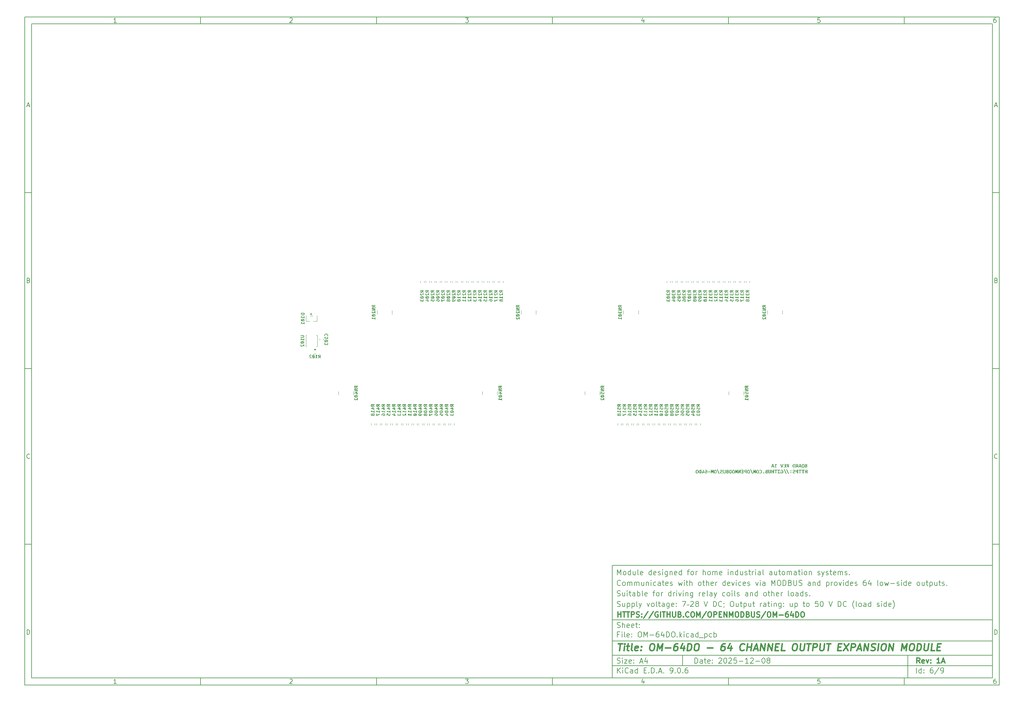
<source format=gbr>
G04 #@! TF.GenerationSoftware,KiCad,Pcbnew,9.0.6*
G04 #@! TF.CreationDate,2025-12-08T16:00:21+01:00*
G04 #@! TF.ProjectId,OM-64DO,4f4d2d36-3444-44f2-9e6b-696361645f70,1A*
G04 #@! TF.SameCoordinates,Original*
G04 #@! TF.FileFunction,Legend,Bot*
G04 #@! TF.FilePolarity,Positive*
%FSLAX46Y46*%
G04 Gerber Fmt 4.6, Leading zero omitted, Abs format (unit mm)*
G04 Created by KiCad (PCBNEW 9.0.6) date 2025-12-08 16:00:21*
%MOMM*%
%LPD*%
G01*
G04 APERTURE LIST*
%ADD10C,0.100000*%
%ADD11C,0.150000*%
%ADD12C,0.300000*%
%ADD13C,0.400000*%
%ADD14C,0.200000*%
%ADD15C,0.120000*%
G04 APERTURE END LIST*
D10*
D11*
X177002200Y-166007200D02*
X285002200Y-166007200D01*
X285002200Y-198007200D01*
X177002200Y-198007200D01*
X177002200Y-166007200D01*
D10*
D11*
X10000000Y-10000000D02*
X287002200Y-10000000D01*
X287002200Y-200007200D01*
X10000000Y-200007200D01*
X10000000Y-10000000D01*
D10*
D11*
X12000000Y-12000000D02*
X285002200Y-12000000D01*
X285002200Y-198007200D01*
X12000000Y-198007200D01*
X12000000Y-12000000D01*
D10*
D11*
X60000000Y-12000000D02*
X60000000Y-10000000D01*
D10*
D11*
X110000000Y-12000000D02*
X110000000Y-10000000D01*
D10*
D11*
X160000000Y-12000000D02*
X160000000Y-10000000D01*
D10*
D11*
X210000000Y-12000000D02*
X210000000Y-10000000D01*
D10*
D11*
X260000000Y-12000000D02*
X260000000Y-10000000D01*
D10*
D11*
X36089160Y-11593604D02*
X35346303Y-11593604D01*
X35717731Y-11593604D02*
X35717731Y-10293604D01*
X35717731Y-10293604D02*
X35593922Y-10479319D01*
X35593922Y-10479319D02*
X35470112Y-10603128D01*
X35470112Y-10603128D02*
X35346303Y-10665033D01*
D10*
D11*
X85346303Y-10417414D02*
X85408207Y-10355509D01*
X85408207Y-10355509D02*
X85532017Y-10293604D01*
X85532017Y-10293604D02*
X85841541Y-10293604D01*
X85841541Y-10293604D02*
X85965350Y-10355509D01*
X85965350Y-10355509D02*
X86027255Y-10417414D01*
X86027255Y-10417414D02*
X86089160Y-10541223D01*
X86089160Y-10541223D02*
X86089160Y-10665033D01*
X86089160Y-10665033D02*
X86027255Y-10850747D01*
X86027255Y-10850747D02*
X85284398Y-11593604D01*
X85284398Y-11593604D02*
X86089160Y-11593604D01*
D10*
D11*
X135284398Y-10293604D02*
X136089160Y-10293604D01*
X136089160Y-10293604D02*
X135655826Y-10788842D01*
X135655826Y-10788842D02*
X135841541Y-10788842D01*
X135841541Y-10788842D02*
X135965350Y-10850747D01*
X135965350Y-10850747D02*
X136027255Y-10912652D01*
X136027255Y-10912652D02*
X136089160Y-11036461D01*
X136089160Y-11036461D02*
X136089160Y-11345985D01*
X136089160Y-11345985D02*
X136027255Y-11469795D01*
X136027255Y-11469795D02*
X135965350Y-11531700D01*
X135965350Y-11531700D02*
X135841541Y-11593604D01*
X135841541Y-11593604D02*
X135470112Y-11593604D01*
X135470112Y-11593604D02*
X135346303Y-11531700D01*
X135346303Y-11531700D02*
X135284398Y-11469795D01*
D10*
D11*
X185965350Y-10726938D02*
X185965350Y-11593604D01*
X185655826Y-10231700D02*
X185346303Y-11160271D01*
X185346303Y-11160271D02*
X186151064Y-11160271D01*
D10*
D11*
X236027255Y-10293604D02*
X235408207Y-10293604D01*
X235408207Y-10293604D02*
X235346303Y-10912652D01*
X235346303Y-10912652D02*
X235408207Y-10850747D01*
X235408207Y-10850747D02*
X235532017Y-10788842D01*
X235532017Y-10788842D02*
X235841541Y-10788842D01*
X235841541Y-10788842D02*
X235965350Y-10850747D01*
X235965350Y-10850747D02*
X236027255Y-10912652D01*
X236027255Y-10912652D02*
X236089160Y-11036461D01*
X236089160Y-11036461D02*
X236089160Y-11345985D01*
X236089160Y-11345985D02*
X236027255Y-11469795D01*
X236027255Y-11469795D02*
X235965350Y-11531700D01*
X235965350Y-11531700D02*
X235841541Y-11593604D01*
X235841541Y-11593604D02*
X235532017Y-11593604D01*
X235532017Y-11593604D02*
X235408207Y-11531700D01*
X235408207Y-11531700D02*
X235346303Y-11469795D01*
D10*
D11*
X285965350Y-10293604D02*
X285717731Y-10293604D01*
X285717731Y-10293604D02*
X285593922Y-10355509D01*
X285593922Y-10355509D02*
X285532017Y-10417414D01*
X285532017Y-10417414D02*
X285408207Y-10603128D01*
X285408207Y-10603128D02*
X285346303Y-10850747D01*
X285346303Y-10850747D02*
X285346303Y-11345985D01*
X285346303Y-11345985D02*
X285408207Y-11469795D01*
X285408207Y-11469795D02*
X285470112Y-11531700D01*
X285470112Y-11531700D02*
X285593922Y-11593604D01*
X285593922Y-11593604D02*
X285841541Y-11593604D01*
X285841541Y-11593604D02*
X285965350Y-11531700D01*
X285965350Y-11531700D02*
X286027255Y-11469795D01*
X286027255Y-11469795D02*
X286089160Y-11345985D01*
X286089160Y-11345985D02*
X286089160Y-11036461D01*
X286089160Y-11036461D02*
X286027255Y-10912652D01*
X286027255Y-10912652D02*
X285965350Y-10850747D01*
X285965350Y-10850747D02*
X285841541Y-10788842D01*
X285841541Y-10788842D02*
X285593922Y-10788842D01*
X285593922Y-10788842D02*
X285470112Y-10850747D01*
X285470112Y-10850747D02*
X285408207Y-10912652D01*
X285408207Y-10912652D02*
X285346303Y-11036461D01*
D10*
D11*
X60000000Y-198007200D02*
X60000000Y-200007200D01*
D10*
D11*
X110000000Y-198007200D02*
X110000000Y-200007200D01*
D10*
D11*
X160000000Y-198007200D02*
X160000000Y-200007200D01*
D10*
D11*
X210000000Y-198007200D02*
X210000000Y-200007200D01*
D10*
D11*
X260000000Y-198007200D02*
X260000000Y-200007200D01*
D10*
D11*
X36089160Y-199600804D02*
X35346303Y-199600804D01*
X35717731Y-199600804D02*
X35717731Y-198300804D01*
X35717731Y-198300804D02*
X35593922Y-198486519D01*
X35593922Y-198486519D02*
X35470112Y-198610328D01*
X35470112Y-198610328D02*
X35346303Y-198672233D01*
D10*
D11*
X85346303Y-198424614D02*
X85408207Y-198362709D01*
X85408207Y-198362709D02*
X85532017Y-198300804D01*
X85532017Y-198300804D02*
X85841541Y-198300804D01*
X85841541Y-198300804D02*
X85965350Y-198362709D01*
X85965350Y-198362709D02*
X86027255Y-198424614D01*
X86027255Y-198424614D02*
X86089160Y-198548423D01*
X86089160Y-198548423D02*
X86089160Y-198672233D01*
X86089160Y-198672233D02*
X86027255Y-198857947D01*
X86027255Y-198857947D02*
X85284398Y-199600804D01*
X85284398Y-199600804D02*
X86089160Y-199600804D01*
D10*
D11*
X135284398Y-198300804D02*
X136089160Y-198300804D01*
X136089160Y-198300804D02*
X135655826Y-198796042D01*
X135655826Y-198796042D02*
X135841541Y-198796042D01*
X135841541Y-198796042D02*
X135965350Y-198857947D01*
X135965350Y-198857947D02*
X136027255Y-198919852D01*
X136027255Y-198919852D02*
X136089160Y-199043661D01*
X136089160Y-199043661D02*
X136089160Y-199353185D01*
X136089160Y-199353185D02*
X136027255Y-199476995D01*
X136027255Y-199476995D02*
X135965350Y-199538900D01*
X135965350Y-199538900D02*
X135841541Y-199600804D01*
X135841541Y-199600804D02*
X135470112Y-199600804D01*
X135470112Y-199600804D02*
X135346303Y-199538900D01*
X135346303Y-199538900D02*
X135284398Y-199476995D01*
D10*
D11*
X185965350Y-198734138D02*
X185965350Y-199600804D01*
X185655826Y-198238900D02*
X185346303Y-199167471D01*
X185346303Y-199167471D02*
X186151064Y-199167471D01*
D10*
D11*
X236027255Y-198300804D02*
X235408207Y-198300804D01*
X235408207Y-198300804D02*
X235346303Y-198919852D01*
X235346303Y-198919852D02*
X235408207Y-198857947D01*
X235408207Y-198857947D02*
X235532017Y-198796042D01*
X235532017Y-198796042D02*
X235841541Y-198796042D01*
X235841541Y-198796042D02*
X235965350Y-198857947D01*
X235965350Y-198857947D02*
X236027255Y-198919852D01*
X236027255Y-198919852D02*
X236089160Y-199043661D01*
X236089160Y-199043661D02*
X236089160Y-199353185D01*
X236089160Y-199353185D02*
X236027255Y-199476995D01*
X236027255Y-199476995D02*
X235965350Y-199538900D01*
X235965350Y-199538900D02*
X235841541Y-199600804D01*
X235841541Y-199600804D02*
X235532017Y-199600804D01*
X235532017Y-199600804D02*
X235408207Y-199538900D01*
X235408207Y-199538900D02*
X235346303Y-199476995D01*
D10*
D11*
X285965350Y-198300804D02*
X285717731Y-198300804D01*
X285717731Y-198300804D02*
X285593922Y-198362709D01*
X285593922Y-198362709D02*
X285532017Y-198424614D01*
X285532017Y-198424614D02*
X285408207Y-198610328D01*
X285408207Y-198610328D02*
X285346303Y-198857947D01*
X285346303Y-198857947D02*
X285346303Y-199353185D01*
X285346303Y-199353185D02*
X285408207Y-199476995D01*
X285408207Y-199476995D02*
X285470112Y-199538900D01*
X285470112Y-199538900D02*
X285593922Y-199600804D01*
X285593922Y-199600804D02*
X285841541Y-199600804D01*
X285841541Y-199600804D02*
X285965350Y-199538900D01*
X285965350Y-199538900D02*
X286027255Y-199476995D01*
X286027255Y-199476995D02*
X286089160Y-199353185D01*
X286089160Y-199353185D02*
X286089160Y-199043661D01*
X286089160Y-199043661D02*
X286027255Y-198919852D01*
X286027255Y-198919852D02*
X285965350Y-198857947D01*
X285965350Y-198857947D02*
X285841541Y-198796042D01*
X285841541Y-198796042D02*
X285593922Y-198796042D01*
X285593922Y-198796042D02*
X285470112Y-198857947D01*
X285470112Y-198857947D02*
X285408207Y-198919852D01*
X285408207Y-198919852D02*
X285346303Y-199043661D01*
D10*
D11*
X10000000Y-60000000D02*
X12000000Y-60000000D01*
D10*
D11*
X10000000Y-110000000D02*
X12000000Y-110000000D01*
D10*
D11*
X10000000Y-160000000D02*
X12000000Y-160000000D01*
D10*
D11*
X10690476Y-35222176D02*
X11309523Y-35222176D01*
X10566666Y-35593604D02*
X10999999Y-34293604D01*
X10999999Y-34293604D02*
X11433333Y-35593604D01*
D10*
D11*
X11092857Y-84912652D02*
X11278571Y-84974557D01*
X11278571Y-84974557D02*
X11340476Y-85036461D01*
X11340476Y-85036461D02*
X11402380Y-85160271D01*
X11402380Y-85160271D02*
X11402380Y-85345985D01*
X11402380Y-85345985D02*
X11340476Y-85469795D01*
X11340476Y-85469795D02*
X11278571Y-85531700D01*
X11278571Y-85531700D02*
X11154761Y-85593604D01*
X11154761Y-85593604D02*
X10659523Y-85593604D01*
X10659523Y-85593604D02*
X10659523Y-84293604D01*
X10659523Y-84293604D02*
X11092857Y-84293604D01*
X11092857Y-84293604D02*
X11216666Y-84355509D01*
X11216666Y-84355509D02*
X11278571Y-84417414D01*
X11278571Y-84417414D02*
X11340476Y-84541223D01*
X11340476Y-84541223D02*
X11340476Y-84665033D01*
X11340476Y-84665033D02*
X11278571Y-84788842D01*
X11278571Y-84788842D02*
X11216666Y-84850747D01*
X11216666Y-84850747D02*
X11092857Y-84912652D01*
X11092857Y-84912652D02*
X10659523Y-84912652D01*
D10*
D11*
X11402380Y-135469795D02*
X11340476Y-135531700D01*
X11340476Y-135531700D02*
X11154761Y-135593604D01*
X11154761Y-135593604D02*
X11030952Y-135593604D01*
X11030952Y-135593604D02*
X10845238Y-135531700D01*
X10845238Y-135531700D02*
X10721428Y-135407890D01*
X10721428Y-135407890D02*
X10659523Y-135284080D01*
X10659523Y-135284080D02*
X10597619Y-135036461D01*
X10597619Y-135036461D02*
X10597619Y-134850747D01*
X10597619Y-134850747D02*
X10659523Y-134603128D01*
X10659523Y-134603128D02*
X10721428Y-134479319D01*
X10721428Y-134479319D02*
X10845238Y-134355509D01*
X10845238Y-134355509D02*
X11030952Y-134293604D01*
X11030952Y-134293604D02*
X11154761Y-134293604D01*
X11154761Y-134293604D02*
X11340476Y-134355509D01*
X11340476Y-134355509D02*
X11402380Y-134417414D01*
D10*
D11*
X10659523Y-185593604D02*
X10659523Y-184293604D01*
X10659523Y-184293604D02*
X10969047Y-184293604D01*
X10969047Y-184293604D02*
X11154761Y-184355509D01*
X11154761Y-184355509D02*
X11278571Y-184479319D01*
X11278571Y-184479319D02*
X11340476Y-184603128D01*
X11340476Y-184603128D02*
X11402380Y-184850747D01*
X11402380Y-184850747D02*
X11402380Y-185036461D01*
X11402380Y-185036461D02*
X11340476Y-185284080D01*
X11340476Y-185284080D02*
X11278571Y-185407890D01*
X11278571Y-185407890D02*
X11154761Y-185531700D01*
X11154761Y-185531700D02*
X10969047Y-185593604D01*
X10969047Y-185593604D02*
X10659523Y-185593604D01*
D10*
D11*
X287002200Y-60000000D02*
X285002200Y-60000000D01*
D10*
D11*
X287002200Y-110000000D02*
X285002200Y-110000000D01*
D10*
D11*
X287002200Y-160000000D02*
X285002200Y-160000000D01*
D10*
D11*
X285692676Y-35222176D02*
X286311723Y-35222176D01*
X285568866Y-35593604D02*
X286002199Y-34293604D01*
X286002199Y-34293604D02*
X286435533Y-35593604D01*
D10*
D11*
X286095057Y-84912652D02*
X286280771Y-84974557D01*
X286280771Y-84974557D02*
X286342676Y-85036461D01*
X286342676Y-85036461D02*
X286404580Y-85160271D01*
X286404580Y-85160271D02*
X286404580Y-85345985D01*
X286404580Y-85345985D02*
X286342676Y-85469795D01*
X286342676Y-85469795D02*
X286280771Y-85531700D01*
X286280771Y-85531700D02*
X286156961Y-85593604D01*
X286156961Y-85593604D02*
X285661723Y-85593604D01*
X285661723Y-85593604D02*
X285661723Y-84293604D01*
X285661723Y-84293604D02*
X286095057Y-84293604D01*
X286095057Y-84293604D02*
X286218866Y-84355509D01*
X286218866Y-84355509D02*
X286280771Y-84417414D01*
X286280771Y-84417414D02*
X286342676Y-84541223D01*
X286342676Y-84541223D02*
X286342676Y-84665033D01*
X286342676Y-84665033D02*
X286280771Y-84788842D01*
X286280771Y-84788842D02*
X286218866Y-84850747D01*
X286218866Y-84850747D02*
X286095057Y-84912652D01*
X286095057Y-84912652D02*
X285661723Y-84912652D01*
D10*
D11*
X286404580Y-135469795D02*
X286342676Y-135531700D01*
X286342676Y-135531700D02*
X286156961Y-135593604D01*
X286156961Y-135593604D02*
X286033152Y-135593604D01*
X286033152Y-135593604D02*
X285847438Y-135531700D01*
X285847438Y-135531700D02*
X285723628Y-135407890D01*
X285723628Y-135407890D02*
X285661723Y-135284080D01*
X285661723Y-135284080D02*
X285599819Y-135036461D01*
X285599819Y-135036461D02*
X285599819Y-134850747D01*
X285599819Y-134850747D02*
X285661723Y-134603128D01*
X285661723Y-134603128D02*
X285723628Y-134479319D01*
X285723628Y-134479319D02*
X285847438Y-134355509D01*
X285847438Y-134355509D02*
X286033152Y-134293604D01*
X286033152Y-134293604D02*
X286156961Y-134293604D01*
X286156961Y-134293604D02*
X286342676Y-134355509D01*
X286342676Y-134355509D02*
X286404580Y-134417414D01*
D10*
D11*
X285661723Y-185593604D02*
X285661723Y-184293604D01*
X285661723Y-184293604D02*
X285971247Y-184293604D01*
X285971247Y-184293604D02*
X286156961Y-184355509D01*
X286156961Y-184355509D02*
X286280771Y-184479319D01*
X286280771Y-184479319D02*
X286342676Y-184603128D01*
X286342676Y-184603128D02*
X286404580Y-184850747D01*
X286404580Y-184850747D02*
X286404580Y-185036461D01*
X286404580Y-185036461D02*
X286342676Y-185284080D01*
X286342676Y-185284080D02*
X286280771Y-185407890D01*
X286280771Y-185407890D02*
X286156961Y-185531700D01*
X286156961Y-185531700D02*
X285971247Y-185593604D01*
X285971247Y-185593604D02*
X285661723Y-185593604D01*
D10*
D11*
X200458026Y-193793328D02*
X200458026Y-192293328D01*
X200458026Y-192293328D02*
X200815169Y-192293328D01*
X200815169Y-192293328D02*
X201029455Y-192364757D01*
X201029455Y-192364757D02*
X201172312Y-192507614D01*
X201172312Y-192507614D02*
X201243741Y-192650471D01*
X201243741Y-192650471D02*
X201315169Y-192936185D01*
X201315169Y-192936185D02*
X201315169Y-193150471D01*
X201315169Y-193150471D02*
X201243741Y-193436185D01*
X201243741Y-193436185D02*
X201172312Y-193579042D01*
X201172312Y-193579042D02*
X201029455Y-193721900D01*
X201029455Y-193721900D02*
X200815169Y-193793328D01*
X200815169Y-193793328D02*
X200458026Y-193793328D01*
X202600884Y-193793328D02*
X202600884Y-193007614D01*
X202600884Y-193007614D02*
X202529455Y-192864757D01*
X202529455Y-192864757D02*
X202386598Y-192793328D01*
X202386598Y-192793328D02*
X202100884Y-192793328D01*
X202100884Y-192793328D02*
X201958026Y-192864757D01*
X202600884Y-193721900D02*
X202458026Y-193793328D01*
X202458026Y-193793328D02*
X202100884Y-193793328D01*
X202100884Y-193793328D02*
X201958026Y-193721900D01*
X201958026Y-193721900D02*
X201886598Y-193579042D01*
X201886598Y-193579042D02*
X201886598Y-193436185D01*
X201886598Y-193436185D02*
X201958026Y-193293328D01*
X201958026Y-193293328D02*
X202100884Y-193221900D01*
X202100884Y-193221900D02*
X202458026Y-193221900D01*
X202458026Y-193221900D02*
X202600884Y-193150471D01*
X203100884Y-192793328D02*
X203672312Y-192793328D01*
X203315169Y-192293328D02*
X203315169Y-193579042D01*
X203315169Y-193579042D02*
X203386598Y-193721900D01*
X203386598Y-193721900D02*
X203529455Y-193793328D01*
X203529455Y-193793328D02*
X203672312Y-193793328D01*
X204743741Y-193721900D02*
X204600884Y-193793328D01*
X204600884Y-193793328D02*
X204315170Y-193793328D01*
X204315170Y-193793328D02*
X204172312Y-193721900D01*
X204172312Y-193721900D02*
X204100884Y-193579042D01*
X204100884Y-193579042D02*
X204100884Y-193007614D01*
X204100884Y-193007614D02*
X204172312Y-192864757D01*
X204172312Y-192864757D02*
X204315170Y-192793328D01*
X204315170Y-192793328D02*
X204600884Y-192793328D01*
X204600884Y-192793328D02*
X204743741Y-192864757D01*
X204743741Y-192864757D02*
X204815170Y-193007614D01*
X204815170Y-193007614D02*
X204815170Y-193150471D01*
X204815170Y-193150471D02*
X204100884Y-193293328D01*
X205458026Y-193650471D02*
X205529455Y-193721900D01*
X205529455Y-193721900D02*
X205458026Y-193793328D01*
X205458026Y-193793328D02*
X205386598Y-193721900D01*
X205386598Y-193721900D02*
X205458026Y-193650471D01*
X205458026Y-193650471D02*
X205458026Y-193793328D01*
X205458026Y-192864757D02*
X205529455Y-192936185D01*
X205529455Y-192936185D02*
X205458026Y-193007614D01*
X205458026Y-193007614D02*
X205386598Y-192936185D01*
X205386598Y-192936185D02*
X205458026Y-192864757D01*
X205458026Y-192864757D02*
X205458026Y-193007614D01*
X207243741Y-192436185D02*
X207315169Y-192364757D01*
X207315169Y-192364757D02*
X207458027Y-192293328D01*
X207458027Y-192293328D02*
X207815169Y-192293328D01*
X207815169Y-192293328D02*
X207958027Y-192364757D01*
X207958027Y-192364757D02*
X208029455Y-192436185D01*
X208029455Y-192436185D02*
X208100884Y-192579042D01*
X208100884Y-192579042D02*
X208100884Y-192721900D01*
X208100884Y-192721900D02*
X208029455Y-192936185D01*
X208029455Y-192936185D02*
X207172312Y-193793328D01*
X207172312Y-193793328D02*
X208100884Y-193793328D01*
X209029455Y-192293328D02*
X209172312Y-192293328D01*
X209172312Y-192293328D02*
X209315169Y-192364757D01*
X209315169Y-192364757D02*
X209386598Y-192436185D01*
X209386598Y-192436185D02*
X209458026Y-192579042D01*
X209458026Y-192579042D02*
X209529455Y-192864757D01*
X209529455Y-192864757D02*
X209529455Y-193221900D01*
X209529455Y-193221900D02*
X209458026Y-193507614D01*
X209458026Y-193507614D02*
X209386598Y-193650471D01*
X209386598Y-193650471D02*
X209315169Y-193721900D01*
X209315169Y-193721900D02*
X209172312Y-193793328D01*
X209172312Y-193793328D02*
X209029455Y-193793328D01*
X209029455Y-193793328D02*
X208886598Y-193721900D01*
X208886598Y-193721900D02*
X208815169Y-193650471D01*
X208815169Y-193650471D02*
X208743740Y-193507614D01*
X208743740Y-193507614D02*
X208672312Y-193221900D01*
X208672312Y-193221900D02*
X208672312Y-192864757D01*
X208672312Y-192864757D02*
X208743740Y-192579042D01*
X208743740Y-192579042D02*
X208815169Y-192436185D01*
X208815169Y-192436185D02*
X208886598Y-192364757D01*
X208886598Y-192364757D02*
X209029455Y-192293328D01*
X210100883Y-192436185D02*
X210172311Y-192364757D01*
X210172311Y-192364757D02*
X210315169Y-192293328D01*
X210315169Y-192293328D02*
X210672311Y-192293328D01*
X210672311Y-192293328D02*
X210815169Y-192364757D01*
X210815169Y-192364757D02*
X210886597Y-192436185D01*
X210886597Y-192436185D02*
X210958026Y-192579042D01*
X210958026Y-192579042D02*
X210958026Y-192721900D01*
X210958026Y-192721900D02*
X210886597Y-192936185D01*
X210886597Y-192936185D02*
X210029454Y-193793328D01*
X210029454Y-193793328D02*
X210958026Y-193793328D01*
X212315168Y-192293328D02*
X211600882Y-192293328D01*
X211600882Y-192293328D02*
X211529454Y-193007614D01*
X211529454Y-193007614D02*
X211600882Y-192936185D01*
X211600882Y-192936185D02*
X211743740Y-192864757D01*
X211743740Y-192864757D02*
X212100882Y-192864757D01*
X212100882Y-192864757D02*
X212243740Y-192936185D01*
X212243740Y-192936185D02*
X212315168Y-193007614D01*
X212315168Y-193007614D02*
X212386597Y-193150471D01*
X212386597Y-193150471D02*
X212386597Y-193507614D01*
X212386597Y-193507614D02*
X212315168Y-193650471D01*
X212315168Y-193650471D02*
X212243740Y-193721900D01*
X212243740Y-193721900D02*
X212100882Y-193793328D01*
X212100882Y-193793328D02*
X211743740Y-193793328D01*
X211743740Y-193793328D02*
X211600882Y-193721900D01*
X211600882Y-193721900D02*
X211529454Y-193650471D01*
X213029453Y-193221900D02*
X214172311Y-193221900D01*
X215672311Y-193793328D02*
X214815168Y-193793328D01*
X215243739Y-193793328D02*
X215243739Y-192293328D01*
X215243739Y-192293328D02*
X215100882Y-192507614D01*
X215100882Y-192507614D02*
X214958025Y-192650471D01*
X214958025Y-192650471D02*
X214815168Y-192721900D01*
X216243739Y-192436185D02*
X216315167Y-192364757D01*
X216315167Y-192364757D02*
X216458025Y-192293328D01*
X216458025Y-192293328D02*
X216815167Y-192293328D01*
X216815167Y-192293328D02*
X216958025Y-192364757D01*
X216958025Y-192364757D02*
X217029453Y-192436185D01*
X217029453Y-192436185D02*
X217100882Y-192579042D01*
X217100882Y-192579042D02*
X217100882Y-192721900D01*
X217100882Y-192721900D02*
X217029453Y-192936185D01*
X217029453Y-192936185D02*
X216172310Y-193793328D01*
X216172310Y-193793328D02*
X217100882Y-193793328D01*
X217743738Y-193221900D02*
X218886596Y-193221900D01*
X219886596Y-192293328D02*
X220029453Y-192293328D01*
X220029453Y-192293328D02*
X220172310Y-192364757D01*
X220172310Y-192364757D02*
X220243739Y-192436185D01*
X220243739Y-192436185D02*
X220315167Y-192579042D01*
X220315167Y-192579042D02*
X220386596Y-192864757D01*
X220386596Y-192864757D02*
X220386596Y-193221900D01*
X220386596Y-193221900D02*
X220315167Y-193507614D01*
X220315167Y-193507614D02*
X220243739Y-193650471D01*
X220243739Y-193650471D02*
X220172310Y-193721900D01*
X220172310Y-193721900D02*
X220029453Y-193793328D01*
X220029453Y-193793328D02*
X219886596Y-193793328D01*
X219886596Y-193793328D02*
X219743739Y-193721900D01*
X219743739Y-193721900D02*
X219672310Y-193650471D01*
X219672310Y-193650471D02*
X219600881Y-193507614D01*
X219600881Y-193507614D02*
X219529453Y-193221900D01*
X219529453Y-193221900D02*
X219529453Y-192864757D01*
X219529453Y-192864757D02*
X219600881Y-192579042D01*
X219600881Y-192579042D02*
X219672310Y-192436185D01*
X219672310Y-192436185D02*
X219743739Y-192364757D01*
X219743739Y-192364757D02*
X219886596Y-192293328D01*
X221243738Y-192936185D02*
X221100881Y-192864757D01*
X221100881Y-192864757D02*
X221029452Y-192793328D01*
X221029452Y-192793328D02*
X220958024Y-192650471D01*
X220958024Y-192650471D02*
X220958024Y-192579042D01*
X220958024Y-192579042D02*
X221029452Y-192436185D01*
X221029452Y-192436185D02*
X221100881Y-192364757D01*
X221100881Y-192364757D02*
X221243738Y-192293328D01*
X221243738Y-192293328D02*
X221529452Y-192293328D01*
X221529452Y-192293328D02*
X221672310Y-192364757D01*
X221672310Y-192364757D02*
X221743738Y-192436185D01*
X221743738Y-192436185D02*
X221815167Y-192579042D01*
X221815167Y-192579042D02*
X221815167Y-192650471D01*
X221815167Y-192650471D02*
X221743738Y-192793328D01*
X221743738Y-192793328D02*
X221672310Y-192864757D01*
X221672310Y-192864757D02*
X221529452Y-192936185D01*
X221529452Y-192936185D02*
X221243738Y-192936185D01*
X221243738Y-192936185D02*
X221100881Y-193007614D01*
X221100881Y-193007614D02*
X221029452Y-193079042D01*
X221029452Y-193079042D02*
X220958024Y-193221900D01*
X220958024Y-193221900D02*
X220958024Y-193507614D01*
X220958024Y-193507614D02*
X221029452Y-193650471D01*
X221029452Y-193650471D02*
X221100881Y-193721900D01*
X221100881Y-193721900D02*
X221243738Y-193793328D01*
X221243738Y-193793328D02*
X221529452Y-193793328D01*
X221529452Y-193793328D02*
X221672310Y-193721900D01*
X221672310Y-193721900D02*
X221743738Y-193650471D01*
X221743738Y-193650471D02*
X221815167Y-193507614D01*
X221815167Y-193507614D02*
X221815167Y-193221900D01*
X221815167Y-193221900D02*
X221743738Y-193079042D01*
X221743738Y-193079042D02*
X221672310Y-193007614D01*
X221672310Y-193007614D02*
X221529452Y-192936185D01*
D10*
D11*
X177002200Y-194507200D02*
X285002200Y-194507200D01*
D10*
D11*
X178458026Y-196593328D02*
X178458026Y-195093328D01*
X179315169Y-196593328D02*
X178672312Y-195736185D01*
X179315169Y-195093328D02*
X178458026Y-195950471D01*
X179958026Y-196593328D02*
X179958026Y-195593328D01*
X179958026Y-195093328D02*
X179886598Y-195164757D01*
X179886598Y-195164757D02*
X179958026Y-195236185D01*
X179958026Y-195236185D02*
X180029455Y-195164757D01*
X180029455Y-195164757D02*
X179958026Y-195093328D01*
X179958026Y-195093328D02*
X179958026Y-195236185D01*
X181529455Y-196450471D02*
X181458027Y-196521900D01*
X181458027Y-196521900D02*
X181243741Y-196593328D01*
X181243741Y-196593328D02*
X181100884Y-196593328D01*
X181100884Y-196593328D02*
X180886598Y-196521900D01*
X180886598Y-196521900D02*
X180743741Y-196379042D01*
X180743741Y-196379042D02*
X180672312Y-196236185D01*
X180672312Y-196236185D02*
X180600884Y-195950471D01*
X180600884Y-195950471D02*
X180600884Y-195736185D01*
X180600884Y-195736185D02*
X180672312Y-195450471D01*
X180672312Y-195450471D02*
X180743741Y-195307614D01*
X180743741Y-195307614D02*
X180886598Y-195164757D01*
X180886598Y-195164757D02*
X181100884Y-195093328D01*
X181100884Y-195093328D02*
X181243741Y-195093328D01*
X181243741Y-195093328D02*
X181458027Y-195164757D01*
X181458027Y-195164757D02*
X181529455Y-195236185D01*
X182815170Y-196593328D02*
X182815170Y-195807614D01*
X182815170Y-195807614D02*
X182743741Y-195664757D01*
X182743741Y-195664757D02*
X182600884Y-195593328D01*
X182600884Y-195593328D02*
X182315170Y-195593328D01*
X182315170Y-195593328D02*
X182172312Y-195664757D01*
X182815170Y-196521900D02*
X182672312Y-196593328D01*
X182672312Y-196593328D02*
X182315170Y-196593328D01*
X182315170Y-196593328D02*
X182172312Y-196521900D01*
X182172312Y-196521900D02*
X182100884Y-196379042D01*
X182100884Y-196379042D02*
X182100884Y-196236185D01*
X182100884Y-196236185D02*
X182172312Y-196093328D01*
X182172312Y-196093328D02*
X182315170Y-196021900D01*
X182315170Y-196021900D02*
X182672312Y-196021900D01*
X182672312Y-196021900D02*
X182815170Y-195950471D01*
X184172313Y-196593328D02*
X184172313Y-195093328D01*
X184172313Y-196521900D02*
X184029455Y-196593328D01*
X184029455Y-196593328D02*
X183743741Y-196593328D01*
X183743741Y-196593328D02*
X183600884Y-196521900D01*
X183600884Y-196521900D02*
X183529455Y-196450471D01*
X183529455Y-196450471D02*
X183458027Y-196307614D01*
X183458027Y-196307614D02*
X183458027Y-195879042D01*
X183458027Y-195879042D02*
X183529455Y-195736185D01*
X183529455Y-195736185D02*
X183600884Y-195664757D01*
X183600884Y-195664757D02*
X183743741Y-195593328D01*
X183743741Y-195593328D02*
X184029455Y-195593328D01*
X184029455Y-195593328D02*
X184172313Y-195664757D01*
X186029455Y-195807614D02*
X186529455Y-195807614D01*
X186743741Y-196593328D02*
X186029455Y-196593328D01*
X186029455Y-196593328D02*
X186029455Y-195093328D01*
X186029455Y-195093328D02*
X186743741Y-195093328D01*
X187386598Y-196450471D02*
X187458027Y-196521900D01*
X187458027Y-196521900D02*
X187386598Y-196593328D01*
X187386598Y-196593328D02*
X187315170Y-196521900D01*
X187315170Y-196521900D02*
X187386598Y-196450471D01*
X187386598Y-196450471D02*
X187386598Y-196593328D01*
X188100884Y-196593328D02*
X188100884Y-195093328D01*
X188100884Y-195093328D02*
X188458027Y-195093328D01*
X188458027Y-195093328D02*
X188672313Y-195164757D01*
X188672313Y-195164757D02*
X188815170Y-195307614D01*
X188815170Y-195307614D02*
X188886599Y-195450471D01*
X188886599Y-195450471D02*
X188958027Y-195736185D01*
X188958027Y-195736185D02*
X188958027Y-195950471D01*
X188958027Y-195950471D02*
X188886599Y-196236185D01*
X188886599Y-196236185D02*
X188815170Y-196379042D01*
X188815170Y-196379042D02*
X188672313Y-196521900D01*
X188672313Y-196521900D02*
X188458027Y-196593328D01*
X188458027Y-196593328D02*
X188100884Y-196593328D01*
X189600884Y-196450471D02*
X189672313Y-196521900D01*
X189672313Y-196521900D02*
X189600884Y-196593328D01*
X189600884Y-196593328D02*
X189529456Y-196521900D01*
X189529456Y-196521900D02*
X189600884Y-196450471D01*
X189600884Y-196450471D02*
X189600884Y-196593328D01*
X190243742Y-196164757D02*
X190958028Y-196164757D01*
X190100885Y-196593328D02*
X190600885Y-195093328D01*
X190600885Y-195093328D02*
X191100885Y-196593328D01*
X191600884Y-196450471D02*
X191672313Y-196521900D01*
X191672313Y-196521900D02*
X191600884Y-196593328D01*
X191600884Y-196593328D02*
X191529456Y-196521900D01*
X191529456Y-196521900D02*
X191600884Y-196450471D01*
X191600884Y-196450471D02*
X191600884Y-196593328D01*
X193529456Y-196593328D02*
X193815170Y-196593328D01*
X193815170Y-196593328D02*
X193958027Y-196521900D01*
X193958027Y-196521900D02*
X194029456Y-196450471D01*
X194029456Y-196450471D02*
X194172313Y-196236185D01*
X194172313Y-196236185D02*
X194243742Y-195950471D01*
X194243742Y-195950471D02*
X194243742Y-195379042D01*
X194243742Y-195379042D02*
X194172313Y-195236185D01*
X194172313Y-195236185D02*
X194100885Y-195164757D01*
X194100885Y-195164757D02*
X193958027Y-195093328D01*
X193958027Y-195093328D02*
X193672313Y-195093328D01*
X193672313Y-195093328D02*
X193529456Y-195164757D01*
X193529456Y-195164757D02*
X193458027Y-195236185D01*
X193458027Y-195236185D02*
X193386599Y-195379042D01*
X193386599Y-195379042D02*
X193386599Y-195736185D01*
X193386599Y-195736185D02*
X193458027Y-195879042D01*
X193458027Y-195879042D02*
X193529456Y-195950471D01*
X193529456Y-195950471D02*
X193672313Y-196021900D01*
X193672313Y-196021900D02*
X193958027Y-196021900D01*
X193958027Y-196021900D02*
X194100885Y-195950471D01*
X194100885Y-195950471D02*
X194172313Y-195879042D01*
X194172313Y-195879042D02*
X194243742Y-195736185D01*
X194886598Y-196450471D02*
X194958027Y-196521900D01*
X194958027Y-196521900D02*
X194886598Y-196593328D01*
X194886598Y-196593328D02*
X194815170Y-196521900D01*
X194815170Y-196521900D02*
X194886598Y-196450471D01*
X194886598Y-196450471D02*
X194886598Y-196593328D01*
X195886599Y-195093328D02*
X196029456Y-195093328D01*
X196029456Y-195093328D02*
X196172313Y-195164757D01*
X196172313Y-195164757D02*
X196243742Y-195236185D01*
X196243742Y-195236185D02*
X196315170Y-195379042D01*
X196315170Y-195379042D02*
X196386599Y-195664757D01*
X196386599Y-195664757D02*
X196386599Y-196021900D01*
X196386599Y-196021900D02*
X196315170Y-196307614D01*
X196315170Y-196307614D02*
X196243742Y-196450471D01*
X196243742Y-196450471D02*
X196172313Y-196521900D01*
X196172313Y-196521900D02*
X196029456Y-196593328D01*
X196029456Y-196593328D02*
X195886599Y-196593328D01*
X195886599Y-196593328D02*
X195743742Y-196521900D01*
X195743742Y-196521900D02*
X195672313Y-196450471D01*
X195672313Y-196450471D02*
X195600884Y-196307614D01*
X195600884Y-196307614D02*
X195529456Y-196021900D01*
X195529456Y-196021900D02*
X195529456Y-195664757D01*
X195529456Y-195664757D02*
X195600884Y-195379042D01*
X195600884Y-195379042D02*
X195672313Y-195236185D01*
X195672313Y-195236185D02*
X195743742Y-195164757D01*
X195743742Y-195164757D02*
X195886599Y-195093328D01*
X197029455Y-196450471D02*
X197100884Y-196521900D01*
X197100884Y-196521900D02*
X197029455Y-196593328D01*
X197029455Y-196593328D02*
X196958027Y-196521900D01*
X196958027Y-196521900D02*
X197029455Y-196450471D01*
X197029455Y-196450471D02*
X197029455Y-196593328D01*
X198386599Y-195093328D02*
X198100884Y-195093328D01*
X198100884Y-195093328D02*
X197958027Y-195164757D01*
X197958027Y-195164757D02*
X197886599Y-195236185D01*
X197886599Y-195236185D02*
X197743741Y-195450471D01*
X197743741Y-195450471D02*
X197672313Y-195736185D01*
X197672313Y-195736185D02*
X197672313Y-196307614D01*
X197672313Y-196307614D02*
X197743741Y-196450471D01*
X197743741Y-196450471D02*
X197815170Y-196521900D01*
X197815170Y-196521900D02*
X197958027Y-196593328D01*
X197958027Y-196593328D02*
X198243741Y-196593328D01*
X198243741Y-196593328D02*
X198386599Y-196521900D01*
X198386599Y-196521900D02*
X198458027Y-196450471D01*
X198458027Y-196450471D02*
X198529456Y-196307614D01*
X198529456Y-196307614D02*
X198529456Y-195950471D01*
X198529456Y-195950471D02*
X198458027Y-195807614D01*
X198458027Y-195807614D02*
X198386599Y-195736185D01*
X198386599Y-195736185D02*
X198243741Y-195664757D01*
X198243741Y-195664757D02*
X197958027Y-195664757D01*
X197958027Y-195664757D02*
X197815170Y-195736185D01*
X197815170Y-195736185D02*
X197743741Y-195807614D01*
X197743741Y-195807614D02*
X197672313Y-195950471D01*
D10*
D11*
X177002200Y-191507200D02*
X285002200Y-191507200D01*
D10*
D12*
X264413853Y-193785528D02*
X263913853Y-193071242D01*
X263556710Y-193785528D02*
X263556710Y-192285528D01*
X263556710Y-192285528D02*
X264128139Y-192285528D01*
X264128139Y-192285528D02*
X264270996Y-192356957D01*
X264270996Y-192356957D02*
X264342425Y-192428385D01*
X264342425Y-192428385D02*
X264413853Y-192571242D01*
X264413853Y-192571242D02*
X264413853Y-192785528D01*
X264413853Y-192785528D02*
X264342425Y-192928385D01*
X264342425Y-192928385D02*
X264270996Y-192999814D01*
X264270996Y-192999814D02*
X264128139Y-193071242D01*
X264128139Y-193071242D02*
X263556710Y-193071242D01*
X265628139Y-193714100D02*
X265485282Y-193785528D01*
X265485282Y-193785528D02*
X265199568Y-193785528D01*
X265199568Y-193785528D02*
X265056710Y-193714100D01*
X265056710Y-193714100D02*
X264985282Y-193571242D01*
X264985282Y-193571242D02*
X264985282Y-192999814D01*
X264985282Y-192999814D02*
X265056710Y-192856957D01*
X265056710Y-192856957D02*
X265199568Y-192785528D01*
X265199568Y-192785528D02*
X265485282Y-192785528D01*
X265485282Y-192785528D02*
X265628139Y-192856957D01*
X265628139Y-192856957D02*
X265699568Y-192999814D01*
X265699568Y-192999814D02*
X265699568Y-193142671D01*
X265699568Y-193142671D02*
X264985282Y-193285528D01*
X266199567Y-192785528D02*
X266556710Y-193785528D01*
X266556710Y-193785528D02*
X266913853Y-192785528D01*
X267485281Y-193642671D02*
X267556710Y-193714100D01*
X267556710Y-193714100D02*
X267485281Y-193785528D01*
X267485281Y-193785528D02*
X267413853Y-193714100D01*
X267413853Y-193714100D02*
X267485281Y-193642671D01*
X267485281Y-193642671D02*
X267485281Y-193785528D01*
X267485281Y-192856957D02*
X267556710Y-192928385D01*
X267556710Y-192928385D02*
X267485281Y-192999814D01*
X267485281Y-192999814D02*
X267413853Y-192928385D01*
X267413853Y-192928385D02*
X267485281Y-192856957D01*
X267485281Y-192856957D02*
X267485281Y-192999814D01*
X270128139Y-193785528D02*
X269270996Y-193785528D01*
X269699567Y-193785528D02*
X269699567Y-192285528D01*
X269699567Y-192285528D02*
X269556710Y-192499814D01*
X269556710Y-192499814D02*
X269413853Y-192642671D01*
X269413853Y-192642671D02*
X269270996Y-192714100D01*
X270699567Y-193356957D02*
X271413853Y-193356957D01*
X270556710Y-193785528D02*
X271056710Y-192285528D01*
X271056710Y-192285528D02*
X271556710Y-193785528D01*
D10*
D11*
X178386598Y-193721900D02*
X178600884Y-193793328D01*
X178600884Y-193793328D02*
X178958026Y-193793328D01*
X178958026Y-193793328D02*
X179100884Y-193721900D01*
X179100884Y-193721900D02*
X179172312Y-193650471D01*
X179172312Y-193650471D02*
X179243741Y-193507614D01*
X179243741Y-193507614D02*
X179243741Y-193364757D01*
X179243741Y-193364757D02*
X179172312Y-193221900D01*
X179172312Y-193221900D02*
X179100884Y-193150471D01*
X179100884Y-193150471D02*
X178958026Y-193079042D01*
X178958026Y-193079042D02*
X178672312Y-193007614D01*
X178672312Y-193007614D02*
X178529455Y-192936185D01*
X178529455Y-192936185D02*
X178458026Y-192864757D01*
X178458026Y-192864757D02*
X178386598Y-192721900D01*
X178386598Y-192721900D02*
X178386598Y-192579042D01*
X178386598Y-192579042D02*
X178458026Y-192436185D01*
X178458026Y-192436185D02*
X178529455Y-192364757D01*
X178529455Y-192364757D02*
X178672312Y-192293328D01*
X178672312Y-192293328D02*
X179029455Y-192293328D01*
X179029455Y-192293328D02*
X179243741Y-192364757D01*
X179886597Y-193793328D02*
X179886597Y-192793328D01*
X179886597Y-192293328D02*
X179815169Y-192364757D01*
X179815169Y-192364757D02*
X179886597Y-192436185D01*
X179886597Y-192436185D02*
X179958026Y-192364757D01*
X179958026Y-192364757D02*
X179886597Y-192293328D01*
X179886597Y-192293328D02*
X179886597Y-192436185D01*
X180458026Y-192793328D02*
X181243741Y-192793328D01*
X181243741Y-192793328D02*
X180458026Y-193793328D01*
X180458026Y-193793328D02*
X181243741Y-193793328D01*
X182386598Y-193721900D02*
X182243741Y-193793328D01*
X182243741Y-193793328D02*
X181958027Y-193793328D01*
X181958027Y-193793328D02*
X181815169Y-193721900D01*
X181815169Y-193721900D02*
X181743741Y-193579042D01*
X181743741Y-193579042D02*
X181743741Y-193007614D01*
X181743741Y-193007614D02*
X181815169Y-192864757D01*
X181815169Y-192864757D02*
X181958027Y-192793328D01*
X181958027Y-192793328D02*
X182243741Y-192793328D01*
X182243741Y-192793328D02*
X182386598Y-192864757D01*
X182386598Y-192864757D02*
X182458027Y-193007614D01*
X182458027Y-193007614D02*
X182458027Y-193150471D01*
X182458027Y-193150471D02*
X181743741Y-193293328D01*
X183100883Y-193650471D02*
X183172312Y-193721900D01*
X183172312Y-193721900D02*
X183100883Y-193793328D01*
X183100883Y-193793328D02*
X183029455Y-193721900D01*
X183029455Y-193721900D02*
X183100883Y-193650471D01*
X183100883Y-193650471D02*
X183100883Y-193793328D01*
X183100883Y-192864757D02*
X183172312Y-192936185D01*
X183172312Y-192936185D02*
X183100883Y-193007614D01*
X183100883Y-193007614D02*
X183029455Y-192936185D01*
X183029455Y-192936185D02*
X183100883Y-192864757D01*
X183100883Y-192864757D02*
X183100883Y-193007614D01*
X184886598Y-193364757D02*
X185600884Y-193364757D01*
X184743741Y-193793328D02*
X185243741Y-192293328D01*
X185243741Y-192293328D02*
X185743741Y-193793328D01*
X186886598Y-192793328D02*
X186886598Y-193793328D01*
X186529455Y-192221900D02*
X186172312Y-193293328D01*
X186172312Y-193293328D02*
X187100883Y-193293328D01*
D10*
D11*
X263458026Y-196593328D02*
X263458026Y-195093328D01*
X264815170Y-196593328D02*
X264815170Y-195093328D01*
X264815170Y-196521900D02*
X264672312Y-196593328D01*
X264672312Y-196593328D02*
X264386598Y-196593328D01*
X264386598Y-196593328D02*
X264243741Y-196521900D01*
X264243741Y-196521900D02*
X264172312Y-196450471D01*
X264172312Y-196450471D02*
X264100884Y-196307614D01*
X264100884Y-196307614D02*
X264100884Y-195879042D01*
X264100884Y-195879042D02*
X264172312Y-195736185D01*
X264172312Y-195736185D02*
X264243741Y-195664757D01*
X264243741Y-195664757D02*
X264386598Y-195593328D01*
X264386598Y-195593328D02*
X264672312Y-195593328D01*
X264672312Y-195593328D02*
X264815170Y-195664757D01*
X265529455Y-196450471D02*
X265600884Y-196521900D01*
X265600884Y-196521900D02*
X265529455Y-196593328D01*
X265529455Y-196593328D02*
X265458027Y-196521900D01*
X265458027Y-196521900D02*
X265529455Y-196450471D01*
X265529455Y-196450471D02*
X265529455Y-196593328D01*
X265529455Y-195664757D02*
X265600884Y-195736185D01*
X265600884Y-195736185D02*
X265529455Y-195807614D01*
X265529455Y-195807614D02*
X265458027Y-195736185D01*
X265458027Y-195736185D02*
X265529455Y-195664757D01*
X265529455Y-195664757D02*
X265529455Y-195807614D01*
X268029456Y-195093328D02*
X267743741Y-195093328D01*
X267743741Y-195093328D02*
X267600884Y-195164757D01*
X267600884Y-195164757D02*
X267529456Y-195236185D01*
X267529456Y-195236185D02*
X267386598Y-195450471D01*
X267386598Y-195450471D02*
X267315170Y-195736185D01*
X267315170Y-195736185D02*
X267315170Y-196307614D01*
X267315170Y-196307614D02*
X267386598Y-196450471D01*
X267386598Y-196450471D02*
X267458027Y-196521900D01*
X267458027Y-196521900D02*
X267600884Y-196593328D01*
X267600884Y-196593328D02*
X267886598Y-196593328D01*
X267886598Y-196593328D02*
X268029456Y-196521900D01*
X268029456Y-196521900D02*
X268100884Y-196450471D01*
X268100884Y-196450471D02*
X268172313Y-196307614D01*
X268172313Y-196307614D02*
X268172313Y-195950471D01*
X268172313Y-195950471D02*
X268100884Y-195807614D01*
X268100884Y-195807614D02*
X268029456Y-195736185D01*
X268029456Y-195736185D02*
X267886598Y-195664757D01*
X267886598Y-195664757D02*
X267600884Y-195664757D01*
X267600884Y-195664757D02*
X267458027Y-195736185D01*
X267458027Y-195736185D02*
X267386598Y-195807614D01*
X267386598Y-195807614D02*
X267315170Y-195950471D01*
X269886598Y-195021900D02*
X268600884Y-196950471D01*
X270458027Y-196593328D02*
X270743741Y-196593328D01*
X270743741Y-196593328D02*
X270886598Y-196521900D01*
X270886598Y-196521900D02*
X270958027Y-196450471D01*
X270958027Y-196450471D02*
X271100884Y-196236185D01*
X271100884Y-196236185D02*
X271172313Y-195950471D01*
X271172313Y-195950471D02*
X271172313Y-195379042D01*
X271172313Y-195379042D02*
X271100884Y-195236185D01*
X271100884Y-195236185D02*
X271029456Y-195164757D01*
X271029456Y-195164757D02*
X270886598Y-195093328D01*
X270886598Y-195093328D02*
X270600884Y-195093328D01*
X270600884Y-195093328D02*
X270458027Y-195164757D01*
X270458027Y-195164757D02*
X270386598Y-195236185D01*
X270386598Y-195236185D02*
X270315170Y-195379042D01*
X270315170Y-195379042D02*
X270315170Y-195736185D01*
X270315170Y-195736185D02*
X270386598Y-195879042D01*
X270386598Y-195879042D02*
X270458027Y-195950471D01*
X270458027Y-195950471D02*
X270600884Y-196021900D01*
X270600884Y-196021900D02*
X270886598Y-196021900D01*
X270886598Y-196021900D02*
X271029456Y-195950471D01*
X271029456Y-195950471D02*
X271100884Y-195879042D01*
X271100884Y-195879042D02*
X271172313Y-195736185D01*
D10*
D11*
X177002200Y-187507200D02*
X285002200Y-187507200D01*
D10*
D13*
X178693928Y-188211638D02*
X179836785Y-188211638D01*
X179015357Y-190211638D02*
X179265357Y-188211638D01*
X180253452Y-190211638D02*
X180420119Y-188878304D01*
X180503452Y-188211638D02*
X180396309Y-188306876D01*
X180396309Y-188306876D02*
X180479643Y-188402114D01*
X180479643Y-188402114D02*
X180586786Y-188306876D01*
X180586786Y-188306876D02*
X180503452Y-188211638D01*
X180503452Y-188211638D02*
X180479643Y-188402114D01*
X181086786Y-188878304D02*
X181848690Y-188878304D01*
X181455833Y-188211638D02*
X181241548Y-189925923D01*
X181241548Y-189925923D02*
X181312976Y-190116400D01*
X181312976Y-190116400D02*
X181491548Y-190211638D01*
X181491548Y-190211638D02*
X181682024Y-190211638D01*
X182634405Y-190211638D02*
X182455833Y-190116400D01*
X182455833Y-190116400D02*
X182384405Y-189925923D01*
X182384405Y-189925923D02*
X182598690Y-188211638D01*
X184170119Y-190116400D02*
X183967738Y-190211638D01*
X183967738Y-190211638D02*
X183586785Y-190211638D01*
X183586785Y-190211638D02*
X183408214Y-190116400D01*
X183408214Y-190116400D02*
X183336785Y-189925923D01*
X183336785Y-189925923D02*
X183432024Y-189164019D01*
X183432024Y-189164019D02*
X183551071Y-188973542D01*
X183551071Y-188973542D02*
X183753452Y-188878304D01*
X183753452Y-188878304D02*
X184134404Y-188878304D01*
X184134404Y-188878304D02*
X184312976Y-188973542D01*
X184312976Y-188973542D02*
X184384404Y-189164019D01*
X184384404Y-189164019D02*
X184360595Y-189354495D01*
X184360595Y-189354495D02*
X183384404Y-189544971D01*
X185134405Y-190021161D02*
X185217738Y-190116400D01*
X185217738Y-190116400D02*
X185110595Y-190211638D01*
X185110595Y-190211638D02*
X185027262Y-190116400D01*
X185027262Y-190116400D02*
X185134405Y-190021161D01*
X185134405Y-190021161D02*
X185110595Y-190211638D01*
X185265357Y-188973542D02*
X185348690Y-189068780D01*
X185348690Y-189068780D02*
X185241548Y-189164019D01*
X185241548Y-189164019D02*
X185158214Y-189068780D01*
X185158214Y-189068780D02*
X185265357Y-188973542D01*
X185265357Y-188973542D02*
X185241548Y-189164019D01*
X188217739Y-188211638D02*
X188598691Y-188211638D01*
X188598691Y-188211638D02*
X188777262Y-188306876D01*
X188777262Y-188306876D02*
X188943929Y-188497352D01*
X188943929Y-188497352D02*
X188991548Y-188878304D01*
X188991548Y-188878304D02*
X188908215Y-189544971D01*
X188908215Y-189544971D02*
X188765358Y-189925923D01*
X188765358Y-189925923D02*
X188551072Y-190116400D01*
X188551072Y-190116400D02*
X188348691Y-190211638D01*
X188348691Y-190211638D02*
X187967739Y-190211638D01*
X187967739Y-190211638D02*
X187789167Y-190116400D01*
X187789167Y-190116400D02*
X187622501Y-189925923D01*
X187622501Y-189925923D02*
X187574881Y-189544971D01*
X187574881Y-189544971D02*
X187658215Y-188878304D01*
X187658215Y-188878304D02*
X187801072Y-188497352D01*
X187801072Y-188497352D02*
X188015358Y-188306876D01*
X188015358Y-188306876D02*
X188217739Y-188211638D01*
X189682024Y-190211638D02*
X189932024Y-188211638D01*
X189932024Y-188211638D02*
X190420119Y-189640209D01*
X190420119Y-189640209D02*
X191265358Y-188211638D01*
X191265358Y-188211638D02*
X191015358Y-190211638D01*
X192062976Y-189449733D02*
X193586786Y-189449733D01*
X195551071Y-188211638D02*
X195170119Y-188211638D01*
X195170119Y-188211638D02*
X194967738Y-188306876D01*
X194967738Y-188306876D02*
X194860595Y-188402114D01*
X194860595Y-188402114D02*
X194634404Y-188687828D01*
X194634404Y-188687828D02*
X194491547Y-189068780D01*
X194491547Y-189068780D02*
X194396309Y-189830685D01*
X194396309Y-189830685D02*
X194467738Y-190021161D01*
X194467738Y-190021161D02*
X194551071Y-190116400D01*
X194551071Y-190116400D02*
X194729643Y-190211638D01*
X194729643Y-190211638D02*
X195110595Y-190211638D01*
X195110595Y-190211638D02*
X195312976Y-190116400D01*
X195312976Y-190116400D02*
X195420119Y-190021161D01*
X195420119Y-190021161D02*
X195539166Y-189830685D01*
X195539166Y-189830685D02*
X195598690Y-189354495D01*
X195598690Y-189354495D02*
X195527262Y-189164019D01*
X195527262Y-189164019D02*
X195443928Y-189068780D01*
X195443928Y-189068780D02*
X195265357Y-188973542D01*
X195265357Y-188973542D02*
X194884404Y-188973542D01*
X194884404Y-188973542D02*
X194682023Y-189068780D01*
X194682023Y-189068780D02*
X194574881Y-189164019D01*
X194574881Y-189164019D02*
X194455833Y-189354495D01*
X197372500Y-188878304D02*
X197205833Y-190211638D01*
X196991547Y-188116400D02*
X196336785Y-189544971D01*
X196336785Y-189544971D02*
X197574881Y-189544971D01*
X198253452Y-190211638D02*
X198503452Y-188211638D01*
X198503452Y-188211638D02*
X198979643Y-188211638D01*
X198979643Y-188211638D02*
X199253452Y-188306876D01*
X199253452Y-188306876D02*
X199420119Y-188497352D01*
X199420119Y-188497352D02*
X199491547Y-188687828D01*
X199491547Y-188687828D02*
X199539167Y-189068780D01*
X199539167Y-189068780D02*
X199503452Y-189354495D01*
X199503452Y-189354495D02*
X199360595Y-189735447D01*
X199360595Y-189735447D02*
X199241547Y-189925923D01*
X199241547Y-189925923D02*
X199027262Y-190116400D01*
X199027262Y-190116400D02*
X198729643Y-190211638D01*
X198729643Y-190211638D02*
X198253452Y-190211638D01*
X200884405Y-188211638D02*
X201265357Y-188211638D01*
X201265357Y-188211638D02*
X201443928Y-188306876D01*
X201443928Y-188306876D02*
X201610595Y-188497352D01*
X201610595Y-188497352D02*
X201658214Y-188878304D01*
X201658214Y-188878304D02*
X201574881Y-189544971D01*
X201574881Y-189544971D02*
X201432024Y-189925923D01*
X201432024Y-189925923D02*
X201217738Y-190116400D01*
X201217738Y-190116400D02*
X201015357Y-190211638D01*
X201015357Y-190211638D02*
X200634405Y-190211638D01*
X200634405Y-190211638D02*
X200455833Y-190116400D01*
X200455833Y-190116400D02*
X200289167Y-189925923D01*
X200289167Y-189925923D02*
X200241547Y-189544971D01*
X200241547Y-189544971D02*
X200324881Y-188878304D01*
X200324881Y-188878304D02*
X200467738Y-188497352D01*
X200467738Y-188497352D02*
X200682024Y-188306876D01*
X200682024Y-188306876D02*
X200884405Y-188211638D01*
X203967738Y-189449733D02*
X205491548Y-189449733D01*
X208979643Y-188211638D02*
X208598691Y-188211638D01*
X208598691Y-188211638D02*
X208396310Y-188306876D01*
X208396310Y-188306876D02*
X208289167Y-188402114D01*
X208289167Y-188402114D02*
X208062976Y-188687828D01*
X208062976Y-188687828D02*
X207920119Y-189068780D01*
X207920119Y-189068780D02*
X207824881Y-189830685D01*
X207824881Y-189830685D02*
X207896310Y-190021161D01*
X207896310Y-190021161D02*
X207979643Y-190116400D01*
X207979643Y-190116400D02*
X208158215Y-190211638D01*
X208158215Y-190211638D02*
X208539167Y-190211638D01*
X208539167Y-190211638D02*
X208741548Y-190116400D01*
X208741548Y-190116400D02*
X208848691Y-190021161D01*
X208848691Y-190021161D02*
X208967738Y-189830685D01*
X208967738Y-189830685D02*
X209027262Y-189354495D01*
X209027262Y-189354495D02*
X208955834Y-189164019D01*
X208955834Y-189164019D02*
X208872500Y-189068780D01*
X208872500Y-189068780D02*
X208693929Y-188973542D01*
X208693929Y-188973542D02*
X208312976Y-188973542D01*
X208312976Y-188973542D02*
X208110595Y-189068780D01*
X208110595Y-189068780D02*
X208003453Y-189164019D01*
X208003453Y-189164019D02*
X207884405Y-189354495D01*
X210801072Y-188878304D02*
X210634405Y-190211638D01*
X210420119Y-188116400D02*
X209765357Y-189544971D01*
X209765357Y-189544971D02*
X211003453Y-189544971D01*
X214372501Y-190021161D02*
X214265358Y-190116400D01*
X214265358Y-190116400D02*
X213967739Y-190211638D01*
X213967739Y-190211638D02*
X213777263Y-190211638D01*
X213777263Y-190211638D02*
X213503453Y-190116400D01*
X213503453Y-190116400D02*
X213336787Y-189925923D01*
X213336787Y-189925923D02*
X213265358Y-189735447D01*
X213265358Y-189735447D02*
X213217739Y-189354495D01*
X213217739Y-189354495D02*
X213253453Y-189068780D01*
X213253453Y-189068780D02*
X213396310Y-188687828D01*
X213396310Y-188687828D02*
X213515358Y-188497352D01*
X213515358Y-188497352D02*
X213729644Y-188306876D01*
X213729644Y-188306876D02*
X214027263Y-188211638D01*
X214027263Y-188211638D02*
X214217739Y-188211638D01*
X214217739Y-188211638D02*
X214491549Y-188306876D01*
X214491549Y-188306876D02*
X214574882Y-188402114D01*
X215205834Y-190211638D02*
X215455834Y-188211638D01*
X215336787Y-189164019D02*
X216479644Y-189164019D01*
X216348691Y-190211638D02*
X216598691Y-188211638D01*
X217277263Y-189640209D02*
X218229644Y-189640209D01*
X217015358Y-190211638D02*
X217932025Y-188211638D01*
X217932025Y-188211638D02*
X218348691Y-190211638D01*
X219015358Y-190211638D02*
X219265358Y-188211638D01*
X219265358Y-188211638D02*
X220158215Y-190211638D01*
X220158215Y-190211638D02*
X220408215Y-188211638D01*
X221110596Y-190211638D02*
X221360596Y-188211638D01*
X221360596Y-188211638D02*
X222253453Y-190211638D01*
X222253453Y-190211638D02*
X222503453Y-188211638D01*
X223336787Y-189164019D02*
X224003453Y-189164019D01*
X224158215Y-190211638D02*
X223205834Y-190211638D01*
X223205834Y-190211638D02*
X223455834Y-188211638D01*
X223455834Y-188211638D02*
X224408215Y-188211638D01*
X225967739Y-190211638D02*
X225015358Y-190211638D01*
X225015358Y-190211638D02*
X225265358Y-188211638D01*
X228789169Y-188211638D02*
X229170121Y-188211638D01*
X229170121Y-188211638D02*
X229348692Y-188306876D01*
X229348692Y-188306876D02*
X229515359Y-188497352D01*
X229515359Y-188497352D02*
X229562978Y-188878304D01*
X229562978Y-188878304D02*
X229479645Y-189544971D01*
X229479645Y-189544971D02*
X229336788Y-189925923D01*
X229336788Y-189925923D02*
X229122502Y-190116400D01*
X229122502Y-190116400D02*
X228920121Y-190211638D01*
X228920121Y-190211638D02*
X228539169Y-190211638D01*
X228539169Y-190211638D02*
X228360597Y-190116400D01*
X228360597Y-190116400D02*
X228193931Y-189925923D01*
X228193931Y-189925923D02*
X228146311Y-189544971D01*
X228146311Y-189544971D02*
X228229645Y-188878304D01*
X228229645Y-188878304D02*
X228372502Y-188497352D01*
X228372502Y-188497352D02*
X228586788Y-188306876D01*
X228586788Y-188306876D02*
X228789169Y-188211638D01*
X230503454Y-188211638D02*
X230301073Y-189830685D01*
X230301073Y-189830685D02*
X230372502Y-190021161D01*
X230372502Y-190021161D02*
X230455835Y-190116400D01*
X230455835Y-190116400D02*
X230634407Y-190211638D01*
X230634407Y-190211638D02*
X231015359Y-190211638D01*
X231015359Y-190211638D02*
X231217740Y-190116400D01*
X231217740Y-190116400D02*
X231324883Y-190021161D01*
X231324883Y-190021161D02*
X231443930Y-189830685D01*
X231443930Y-189830685D02*
X231646311Y-188211638D01*
X232312978Y-188211638D02*
X233455835Y-188211638D01*
X232634407Y-190211638D02*
X232884407Y-188211638D01*
X233872502Y-190211638D02*
X234122502Y-188211638D01*
X234122502Y-188211638D02*
X234884407Y-188211638D01*
X234884407Y-188211638D02*
X235062978Y-188306876D01*
X235062978Y-188306876D02*
X235146312Y-188402114D01*
X235146312Y-188402114D02*
X235217740Y-188592590D01*
X235217740Y-188592590D02*
X235182026Y-188878304D01*
X235182026Y-188878304D02*
X235062978Y-189068780D01*
X235062978Y-189068780D02*
X234955836Y-189164019D01*
X234955836Y-189164019D02*
X234753455Y-189259257D01*
X234753455Y-189259257D02*
X233991550Y-189259257D01*
X236122502Y-188211638D02*
X235920121Y-189830685D01*
X235920121Y-189830685D02*
X235991550Y-190021161D01*
X235991550Y-190021161D02*
X236074883Y-190116400D01*
X236074883Y-190116400D02*
X236253455Y-190211638D01*
X236253455Y-190211638D02*
X236634407Y-190211638D01*
X236634407Y-190211638D02*
X236836788Y-190116400D01*
X236836788Y-190116400D02*
X236943931Y-190021161D01*
X236943931Y-190021161D02*
X237062978Y-189830685D01*
X237062978Y-189830685D02*
X237265359Y-188211638D01*
X237932026Y-188211638D02*
X239074883Y-188211638D01*
X238253455Y-190211638D02*
X238503455Y-188211638D01*
X241146313Y-189164019D02*
X241812979Y-189164019D01*
X241967741Y-190211638D02*
X241015360Y-190211638D01*
X241015360Y-190211638D02*
X241265360Y-188211638D01*
X241265360Y-188211638D02*
X242217741Y-188211638D01*
X242884408Y-188211638D02*
X243967741Y-190211638D01*
X244217741Y-188211638D02*
X242634408Y-190211638D01*
X244729646Y-190211638D02*
X244979646Y-188211638D01*
X244979646Y-188211638D02*
X245741551Y-188211638D01*
X245741551Y-188211638D02*
X245920122Y-188306876D01*
X245920122Y-188306876D02*
X246003456Y-188402114D01*
X246003456Y-188402114D02*
X246074884Y-188592590D01*
X246074884Y-188592590D02*
X246039170Y-188878304D01*
X246039170Y-188878304D02*
X245920122Y-189068780D01*
X245920122Y-189068780D02*
X245812980Y-189164019D01*
X245812980Y-189164019D02*
X245610599Y-189259257D01*
X245610599Y-189259257D02*
X244848694Y-189259257D01*
X246705837Y-189640209D02*
X247658218Y-189640209D01*
X246443932Y-190211638D02*
X247360599Y-188211638D01*
X247360599Y-188211638D02*
X247777265Y-190211638D01*
X248443932Y-190211638D02*
X248693932Y-188211638D01*
X248693932Y-188211638D02*
X249586789Y-190211638D01*
X249586789Y-190211638D02*
X249836789Y-188211638D01*
X250455837Y-190116400D02*
X250729646Y-190211638D01*
X250729646Y-190211638D02*
X251205837Y-190211638D01*
X251205837Y-190211638D02*
X251408218Y-190116400D01*
X251408218Y-190116400D02*
X251515361Y-190021161D01*
X251515361Y-190021161D02*
X251634408Y-189830685D01*
X251634408Y-189830685D02*
X251658218Y-189640209D01*
X251658218Y-189640209D02*
X251586789Y-189449733D01*
X251586789Y-189449733D02*
X251503456Y-189354495D01*
X251503456Y-189354495D02*
X251324885Y-189259257D01*
X251324885Y-189259257D02*
X250955837Y-189164019D01*
X250955837Y-189164019D02*
X250777265Y-189068780D01*
X250777265Y-189068780D02*
X250693932Y-188973542D01*
X250693932Y-188973542D02*
X250622504Y-188783066D01*
X250622504Y-188783066D02*
X250646313Y-188592590D01*
X250646313Y-188592590D02*
X250765361Y-188402114D01*
X250765361Y-188402114D02*
X250872504Y-188306876D01*
X250872504Y-188306876D02*
X251074885Y-188211638D01*
X251074885Y-188211638D02*
X251551075Y-188211638D01*
X251551075Y-188211638D02*
X251824885Y-188306876D01*
X252443932Y-190211638D02*
X252693932Y-188211638D01*
X254027266Y-188211638D02*
X254408218Y-188211638D01*
X254408218Y-188211638D02*
X254586789Y-188306876D01*
X254586789Y-188306876D02*
X254753456Y-188497352D01*
X254753456Y-188497352D02*
X254801075Y-188878304D01*
X254801075Y-188878304D02*
X254717742Y-189544971D01*
X254717742Y-189544971D02*
X254574885Y-189925923D01*
X254574885Y-189925923D02*
X254360599Y-190116400D01*
X254360599Y-190116400D02*
X254158218Y-190211638D01*
X254158218Y-190211638D02*
X253777266Y-190211638D01*
X253777266Y-190211638D02*
X253598694Y-190116400D01*
X253598694Y-190116400D02*
X253432028Y-189925923D01*
X253432028Y-189925923D02*
X253384408Y-189544971D01*
X253384408Y-189544971D02*
X253467742Y-188878304D01*
X253467742Y-188878304D02*
X253610599Y-188497352D01*
X253610599Y-188497352D02*
X253824885Y-188306876D01*
X253824885Y-188306876D02*
X254027266Y-188211638D01*
X255491551Y-190211638D02*
X255741551Y-188211638D01*
X255741551Y-188211638D02*
X256634408Y-190211638D01*
X256634408Y-190211638D02*
X256884408Y-188211638D01*
X259110599Y-190211638D02*
X259360599Y-188211638D01*
X259360599Y-188211638D02*
X259848694Y-189640209D01*
X259848694Y-189640209D02*
X260693933Y-188211638D01*
X260693933Y-188211638D02*
X260443933Y-190211638D01*
X262027266Y-188211638D02*
X262408218Y-188211638D01*
X262408218Y-188211638D02*
X262586789Y-188306876D01*
X262586789Y-188306876D02*
X262753456Y-188497352D01*
X262753456Y-188497352D02*
X262801075Y-188878304D01*
X262801075Y-188878304D02*
X262717742Y-189544971D01*
X262717742Y-189544971D02*
X262574885Y-189925923D01*
X262574885Y-189925923D02*
X262360599Y-190116400D01*
X262360599Y-190116400D02*
X262158218Y-190211638D01*
X262158218Y-190211638D02*
X261777266Y-190211638D01*
X261777266Y-190211638D02*
X261598694Y-190116400D01*
X261598694Y-190116400D02*
X261432028Y-189925923D01*
X261432028Y-189925923D02*
X261384408Y-189544971D01*
X261384408Y-189544971D02*
X261467742Y-188878304D01*
X261467742Y-188878304D02*
X261610599Y-188497352D01*
X261610599Y-188497352D02*
X261824885Y-188306876D01*
X261824885Y-188306876D02*
X262027266Y-188211638D01*
X263491551Y-190211638D02*
X263741551Y-188211638D01*
X263741551Y-188211638D02*
X264217742Y-188211638D01*
X264217742Y-188211638D02*
X264491551Y-188306876D01*
X264491551Y-188306876D02*
X264658218Y-188497352D01*
X264658218Y-188497352D02*
X264729646Y-188687828D01*
X264729646Y-188687828D02*
X264777266Y-189068780D01*
X264777266Y-189068780D02*
X264741551Y-189354495D01*
X264741551Y-189354495D02*
X264598694Y-189735447D01*
X264598694Y-189735447D02*
X264479646Y-189925923D01*
X264479646Y-189925923D02*
X264265361Y-190116400D01*
X264265361Y-190116400D02*
X263967742Y-190211638D01*
X263967742Y-190211638D02*
X263491551Y-190211638D01*
X265741551Y-188211638D02*
X265539170Y-189830685D01*
X265539170Y-189830685D02*
X265610599Y-190021161D01*
X265610599Y-190021161D02*
X265693932Y-190116400D01*
X265693932Y-190116400D02*
X265872504Y-190211638D01*
X265872504Y-190211638D02*
X266253456Y-190211638D01*
X266253456Y-190211638D02*
X266455837Y-190116400D01*
X266455837Y-190116400D02*
X266562980Y-190021161D01*
X266562980Y-190021161D02*
X266682027Y-189830685D01*
X266682027Y-189830685D02*
X266884408Y-188211638D01*
X268539170Y-190211638D02*
X267586789Y-190211638D01*
X267586789Y-190211638D02*
X267836789Y-188211638D01*
X269336790Y-189164019D02*
X270003456Y-189164019D01*
X270158218Y-190211638D02*
X269205837Y-190211638D01*
X269205837Y-190211638D02*
X269455837Y-188211638D01*
X269455837Y-188211638D02*
X270408218Y-188211638D01*
D10*
D11*
X178958026Y-185607614D02*
X178458026Y-185607614D01*
X178458026Y-186393328D02*
X178458026Y-184893328D01*
X178458026Y-184893328D02*
X179172312Y-184893328D01*
X179743740Y-186393328D02*
X179743740Y-185393328D01*
X179743740Y-184893328D02*
X179672312Y-184964757D01*
X179672312Y-184964757D02*
X179743740Y-185036185D01*
X179743740Y-185036185D02*
X179815169Y-184964757D01*
X179815169Y-184964757D02*
X179743740Y-184893328D01*
X179743740Y-184893328D02*
X179743740Y-185036185D01*
X180672312Y-186393328D02*
X180529455Y-186321900D01*
X180529455Y-186321900D02*
X180458026Y-186179042D01*
X180458026Y-186179042D02*
X180458026Y-184893328D01*
X181815169Y-186321900D02*
X181672312Y-186393328D01*
X181672312Y-186393328D02*
X181386598Y-186393328D01*
X181386598Y-186393328D02*
X181243740Y-186321900D01*
X181243740Y-186321900D02*
X181172312Y-186179042D01*
X181172312Y-186179042D02*
X181172312Y-185607614D01*
X181172312Y-185607614D02*
X181243740Y-185464757D01*
X181243740Y-185464757D02*
X181386598Y-185393328D01*
X181386598Y-185393328D02*
X181672312Y-185393328D01*
X181672312Y-185393328D02*
X181815169Y-185464757D01*
X181815169Y-185464757D02*
X181886598Y-185607614D01*
X181886598Y-185607614D02*
X181886598Y-185750471D01*
X181886598Y-185750471D02*
X181172312Y-185893328D01*
X182529454Y-186250471D02*
X182600883Y-186321900D01*
X182600883Y-186321900D02*
X182529454Y-186393328D01*
X182529454Y-186393328D02*
X182458026Y-186321900D01*
X182458026Y-186321900D02*
X182529454Y-186250471D01*
X182529454Y-186250471D02*
X182529454Y-186393328D01*
X182529454Y-185464757D02*
X182600883Y-185536185D01*
X182600883Y-185536185D02*
X182529454Y-185607614D01*
X182529454Y-185607614D02*
X182458026Y-185536185D01*
X182458026Y-185536185D02*
X182529454Y-185464757D01*
X182529454Y-185464757D02*
X182529454Y-185607614D01*
X184672312Y-184893328D02*
X184958026Y-184893328D01*
X184958026Y-184893328D02*
X185100883Y-184964757D01*
X185100883Y-184964757D02*
X185243740Y-185107614D01*
X185243740Y-185107614D02*
X185315169Y-185393328D01*
X185315169Y-185393328D02*
X185315169Y-185893328D01*
X185315169Y-185893328D02*
X185243740Y-186179042D01*
X185243740Y-186179042D02*
X185100883Y-186321900D01*
X185100883Y-186321900D02*
X184958026Y-186393328D01*
X184958026Y-186393328D02*
X184672312Y-186393328D01*
X184672312Y-186393328D02*
X184529455Y-186321900D01*
X184529455Y-186321900D02*
X184386597Y-186179042D01*
X184386597Y-186179042D02*
X184315169Y-185893328D01*
X184315169Y-185893328D02*
X184315169Y-185393328D01*
X184315169Y-185393328D02*
X184386597Y-185107614D01*
X184386597Y-185107614D02*
X184529455Y-184964757D01*
X184529455Y-184964757D02*
X184672312Y-184893328D01*
X185958026Y-186393328D02*
X185958026Y-184893328D01*
X185958026Y-184893328D02*
X186458026Y-185964757D01*
X186458026Y-185964757D02*
X186958026Y-184893328D01*
X186958026Y-184893328D02*
X186958026Y-186393328D01*
X187672312Y-185821900D02*
X188815170Y-185821900D01*
X190172313Y-184893328D02*
X189886598Y-184893328D01*
X189886598Y-184893328D02*
X189743741Y-184964757D01*
X189743741Y-184964757D02*
X189672313Y-185036185D01*
X189672313Y-185036185D02*
X189529455Y-185250471D01*
X189529455Y-185250471D02*
X189458027Y-185536185D01*
X189458027Y-185536185D02*
X189458027Y-186107614D01*
X189458027Y-186107614D02*
X189529455Y-186250471D01*
X189529455Y-186250471D02*
X189600884Y-186321900D01*
X189600884Y-186321900D02*
X189743741Y-186393328D01*
X189743741Y-186393328D02*
X190029455Y-186393328D01*
X190029455Y-186393328D02*
X190172313Y-186321900D01*
X190172313Y-186321900D02*
X190243741Y-186250471D01*
X190243741Y-186250471D02*
X190315170Y-186107614D01*
X190315170Y-186107614D02*
X190315170Y-185750471D01*
X190315170Y-185750471D02*
X190243741Y-185607614D01*
X190243741Y-185607614D02*
X190172313Y-185536185D01*
X190172313Y-185536185D02*
X190029455Y-185464757D01*
X190029455Y-185464757D02*
X189743741Y-185464757D01*
X189743741Y-185464757D02*
X189600884Y-185536185D01*
X189600884Y-185536185D02*
X189529455Y-185607614D01*
X189529455Y-185607614D02*
X189458027Y-185750471D01*
X191600884Y-185393328D02*
X191600884Y-186393328D01*
X191243741Y-184821900D02*
X190886598Y-185893328D01*
X190886598Y-185893328D02*
X191815169Y-185893328D01*
X192386597Y-186393328D02*
X192386597Y-184893328D01*
X192386597Y-184893328D02*
X192743740Y-184893328D01*
X192743740Y-184893328D02*
X192958026Y-184964757D01*
X192958026Y-184964757D02*
X193100883Y-185107614D01*
X193100883Y-185107614D02*
X193172312Y-185250471D01*
X193172312Y-185250471D02*
X193243740Y-185536185D01*
X193243740Y-185536185D02*
X193243740Y-185750471D01*
X193243740Y-185750471D02*
X193172312Y-186036185D01*
X193172312Y-186036185D02*
X193100883Y-186179042D01*
X193100883Y-186179042D02*
X192958026Y-186321900D01*
X192958026Y-186321900D02*
X192743740Y-186393328D01*
X192743740Y-186393328D02*
X192386597Y-186393328D01*
X194172312Y-184893328D02*
X194458026Y-184893328D01*
X194458026Y-184893328D02*
X194600883Y-184964757D01*
X194600883Y-184964757D02*
X194743740Y-185107614D01*
X194743740Y-185107614D02*
X194815169Y-185393328D01*
X194815169Y-185393328D02*
X194815169Y-185893328D01*
X194815169Y-185893328D02*
X194743740Y-186179042D01*
X194743740Y-186179042D02*
X194600883Y-186321900D01*
X194600883Y-186321900D02*
X194458026Y-186393328D01*
X194458026Y-186393328D02*
X194172312Y-186393328D01*
X194172312Y-186393328D02*
X194029455Y-186321900D01*
X194029455Y-186321900D02*
X193886597Y-186179042D01*
X193886597Y-186179042D02*
X193815169Y-185893328D01*
X193815169Y-185893328D02*
X193815169Y-185393328D01*
X193815169Y-185393328D02*
X193886597Y-185107614D01*
X193886597Y-185107614D02*
X194029455Y-184964757D01*
X194029455Y-184964757D02*
X194172312Y-184893328D01*
X195458026Y-186250471D02*
X195529455Y-186321900D01*
X195529455Y-186321900D02*
X195458026Y-186393328D01*
X195458026Y-186393328D02*
X195386598Y-186321900D01*
X195386598Y-186321900D02*
X195458026Y-186250471D01*
X195458026Y-186250471D02*
X195458026Y-186393328D01*
X196172312Y-186393328D02*
X196172312Y-184893328D01*
X196315170Y-185821900D02*
X196743741Y-186393328D01*
X196743741Y-185393328D02*
X196172312Y-185964757D01*
X197386598Y-186393328D02*
X197386598Y-185393328D01*
X197386598Y-184893328D02*
X197315170Y-184964757D01*
X197315170Y-184964757D02*
X197386598Y-185036185D01*
X197386598Y-185036185D02*
X197458027Y-184964757D01*
X197458027Y-184964757D02*
X197386598Y-184893328D01*
X197386598Y-184893328D02*
X197386598Y-185036185D01*
X198743742Y-186321900D02*
X198600884Y-186393328D01*
X198600884Y-186393328D02*
X198315170Y-186393328D01*
X198315170Y-186393328D02*
X198172313Y-186321900D01*
X198172313Y-186321900D02*
X198100884Y-186250471D01*
X198100884Y-186250471D02*
X198029456Y-186107614D01*
X198029456Y-186107614D02*
X198029456Y-185679042D01*
X198029456Y-185679042D02*
X198100884Y-185536185D01*
X198100884Y-185536185D02*
X198172313Y-185464757D01*
X198172313Y-185464757D02*
X198315170Y-185393328D01*
X198315170Y-185393328D02*
X198600884Y-185393328D01*
X198600884Y-185393328D02*
X198743742Y-185464757D01*
X200029456Y-186393328D02*
X200029456Y-185607614D01*
X200029456Y-185607614D02*
X199958027Y-185464757D01*
X199958027Y-185464757D02*
X199815170Y-185393328D01*
X199815170Y-185393328D02*
X199529456Y-185393328D01*
X199529456Y-185393328D02*
X199386598Y-185464757D01*
X200029456Y-186321900D02*
X199886598Y-186393328D01*
X199886598Y-186393328D02*
X199529456Y-186393328D01*
X199529456Y-186393328D02*
X199386598Y-186321900D01*
X199386598Y-186321900D02*
X199315170Y-186179042D01*
X199315170Y-186179042D02*
X199315170Y-186036185D01*
X199315170Y-186036185D02*
X199386598Y-185893328D01*
X199386598Y-185893328D02*
X199529456Y-185821900D01*
X199529456Y-185821900D02*
X199886598Y-185821900D01*
X199886598Y-185821900D02*
X200029456Y-185750471D01*
X201386599Y-186393328D02*
X201386599Y-184893328D01*
X201386599Y-186321900D02*
X201243741Y-186393328D01*
X201243741Y-186393328D02*
X200958027Y-186393328D01*
X200958027Y-186393328D02*
X200815170Y-186321900D01*
X200815170Y-186321900D02*
X200743741Y-186250471D01*
X200743741Y-186250471D02*
X200672313Y-186107614D01*
X200672313Y-186107614D02*
X200672313Y-185679042D01*
X200672313Y-185679042D02*
X200743741Y-185536185D01*
X200743741Y-185536185D02*
X200815170Y-185464757D01*
X200815170Y-185464757D02*
X200958027Y-185393328D01*
X200958027Y-185393328D02*
X201243741Y-185393328D01*
X201243741Y-185393328D02*
X201386599Y-185464757D01*
X201743742Y-186536185D02*
X202886599Y-186536185D01*
X203243741Y-185393328D02*
X203243741Y-186893328D01*
X203243741Y-185464757D02*
X203386599Y-185393328D01*
X203386599Y-185393328D02*
X203672313Y-185393328D01*
X203672313Y-185393328D02*
X203815170Y-185464757D01*
X203815170Y-185464757D02*
X203886599Y-185536185D01*
X203886599Y-185536185D02*
X203958027Y-185679042D01*
X203958027Y-185679042D02*
X203958027Y-186107614D01*
X203958027Y-186107614D02*
X203886599Y-186250471D01*
X203886599Y-186250471D02*
X203815170Y-186321900D01*
X203815170Y-186321900D02*
X203672313Y-186393328D01*
X203672313Y-186393328D02*
X203386599Y-186393328D01*
X203386599Y-186393328D02*
X203243741Y-186321900D01*
X205243742Y-186321900D02*
X205100884Y-186393328D01*
X205100884Y-186393328D02*
X204815170Y-186393328D01*
X204815170Y-186393328D02*
X204672313Y-186321900D01*
X204672313Y-186321900D02*
X204600884Y-186250471D01*
X204600884Y-186250471D02*
X204529456Y-186107614D01*
X204529456Y-186107614D02*
X204529456Y-185679042D01*
X204529456Y-185679042D02*
X204600884Y-185536185D01*
X204600884Y-185536185D02*
X204672313Y-185464757D01*
X204672313Y-185464757D02*
X204815170Y-185393328D01*
X204815170Y-185393328D02*
X205100884Y-185393328D01*
X205100884Y-185393328D02*
X205243742Y-185464757D01*
X205886598Y-186393328D02*
X205886598Y-184893328D01*
X205886598Y-185464757D02*
X206029456Y-185393328D01*
X206029456Y-185393328D02*
X206315170Y-185393328D01*
X206315170Y-185393328D02*
X206458027Y-185464757D01*
X206458027Y-185464757D02*
X206529456Y-185536185D01*
X206529456Y-185536185D02*
X206600884Y-185679042D01*
X206600884Y-185679042D02*
X206600884Y-186107614D01*
X206600884Y-186107614D02*
X206529456Y-186250471D01*
X206529456Y-186250471D02*
X206458027Y-186321900D01*
X206458027Y-186321900D02*
X206315170Y-186393328D01*
X206315170Y-186393328D02*
X206029456Y-186393328D01*
X206029456Y-186393328D02*
X205886598Y-186321900D01*
D10*
D11*
X177002200Y-181507200D02*
X285002200Y-181507200D01*
D10*
D11*
X178386598Y-183621900D02*
X178600884Y-183693328D01*
X178600884Y-183693328D02*
X178958026Y-183693328D01*
X178958026Y-183693328D02*
X179100884Y-183621900D01*
X179100884Y-183621900D02*
X179172312Y-183550471D01*
X179172312Y-183550471D02*
X179243741Y-183407614D01*
X179243741Y-183407614D02*
X179243741Y-183264757D01*
X179243741Y-183264757D02*
X179172312Y-183121900D01*
X179172312Y-183121900D02*
X179100884Y-183050471D01*
X179100884Y-183050471D02*
X178958026Y-182979042D01*
X178958026Y-182979042D02*
X178672312Y-182907614D01*
X178672312Y-182907614D02*
X178529455Y-182836185D01*
X178529455Y-182836185D02*
X178458026Y-182764757D01*
X178458026Y-182764757D02*
X178386598Y-182621900D01*
X178386598Y-182621900D02*
X178386598Y-182479042D01*
X178386598Y-182479042D02*
X178458026Y-182336185D01*
X178458026Y-182336185D02*
X178529455Y-182264757D01*
X178529455Y-182264757D02*
X178672312Y-182193328D01*
X178672312Y-182193328D02*
X179029455Y-182193328D01*
X179029455Y-182193328D02*
X179243741Y-182264757D01*
X179886597Y-183693328D02*
X179886597Y-182193328D01*
X180529455Y-183693328D02*
X180529455Y-182907614D01*
X180529455Y-182907614D02*
X180458026Y-182764757D01*
X180458026Y-182764757D02*
X180315169Y-182693328D01*
X180315169Y-182693328D02*
X180100883Y-182693328D01*
X180100883Y-182693328D02*
X179958026Y-182764757D01*
X179958026Y-182764757D02*
X179886597Y-182836185D01*
X181815169Y-183621900D02*
X181672312Y-183693328D01*
X181672312Y-183693328D02*
X181386598Y-183693328D01*
X181386598Y-183693328D02*
X181243740Y-183621900D01*
X181243740Y-183621900D02*
X181172312Y-183479042D01*
X181172312Y-183479042D02*
X181172312Y-182907614D01*
X181172312Y-182907614D02*
X181243740Y-182764757D01*
X181243740Y-182764757D02*
X181386598Y-182693328D01*
X181386598Y-182693328D02*
X181672312Y-182693328D01*
X181672312Y-182693328D02*
X181815169Y-182764757D01*
X181815169Y-182764757D02*
X181886598Y-182907614D01*
X181886598Y-182907614D02*
X181886598Y-183050471D01*
X181886598Y-183050471D02*
X181172312Y-183193328D01*
X183100883Y-183621900D02*
X182958026Y-183693328D01*
X182958026Y-183693328D02*
X182672312Y-183693328D01*
X182672312Y-183693328D02*
X182529454Y-183621900D01*
X182529454Y-183621900D02*
X182458026Y-183479042D01*
X182458026Y-183479042D02*
X182458026Y-182907614D01*
X182458026Y-182907614D02*
X182529454Y-182764757D01*
X182529454Y-182764757D02*
X182672312Y-182693328D01*
X182672312Y-182693328D02*
X182958026Y-182693328D01*
X182958026Y-182693328D02*
X183100883Y-182764757D01*
X183100883Y-182764757D02*
X183172312Y-182907614D01*
X183172312Y-182907614D02*
X183172312Y-183050471D01*
X183172312Y-183050471D02*
X182458026Y-183193328D01*
X183600883Y-182693328D02*
X184172311Y-182693328D01*
X183815168Y-182193328D02*
X183815168Y-183479042D01*
X183815168Y-183479042D02*
X183886597Y-183621900D01*
X183886597Y-183621900D02*
X184029454Y-183693328D01*
X184029454Y-183693328D02*
X184172311Y-183693328D01*
X184672311Y-183550471D02*
X184743740Y-183621900D01*
X184743740Y-183621900D02*
X184672311Y-183693328D01*
X184672311Y-183693328D02*
X184600883Y-183621900D01*
X184600883Y-183621900D02*
X184672311Y-183550471D01*
X184672311Y-183550471D02*
X184672311Y-183693328D01*
X184672311Y-182764757D02*
X184743740Y-182836185D01*
X184743740Y-182836185D02*
X184672311Y-182907614D01*
X184672311Y-182907614D02*
X184600883Y-182836185D01*
X184600883Y-182836185D02*
X184672311Y-182764757D01*
X184672311Y-182764757D02*
X184672311Y-182907614D01*
D10*
D12*
X178556710Y-180685528D02*
X178556710Y-179185528D01*
X178556710Y-179899814D02*
X179413853Y-179899814D01*
X179413853Y-180685528D02*
X179413853Y-179185528D01*
X179913854Y-179185528D02*
X180770997Y-179185528D01*
X180342425Y-180685528D02*
X180342425Y-179185528D01*
X181056711Y-179185528D02*
X181913854Y-179185528D01*
X181485282Y-180685528D02*
X181485282Y-179185528D01*
X182413853Y-180685528D02*
X182413853Y-179185528D01*
X182413853Y-179185528D02*
X182985282Y-179185528D01*
X182985282Y-179185528D02*
X183128139Y-179256957D01*
X183128139Y-179256957D02*
X183199568Y-179328385D01*
X183199568Y-179328385D02*
X183270996Y-179471242D01*
X183270996Y-179471242D02*
X183270996Y-179685528D01*
X183270996Y-179685528D02*
X183199568Y-179828385D01*
X183199568Y-179828385D02*
X183128139Y-179899814D01*
X183128139Y-179899814D02*
X182985282Y-179971242D01*
X182985282Y-179971242D02*
X182413853Y-179971242D01*
X183842425Y-180614100D02*
X184056711Y-180685528D01*
X184056711Y-180685528D02*
X184413853Y-180685528D01*
X184413853Y-180685528D02*
X184556711Y-180614100D01*
X184556711Y-180614100D02*
X184628139Y-180542671D01*
X184628139Y-180542671D02*
X184699568Y-180399814D01*
X184699568Y-180399814D02*
X184699568Y-180256957D01*
X184699568Y-180256957D02*
X184628139Y-180114100D01*
X184628139Y-180114100D02*
X184556711Y-180042671D01*
X184556711Y-180042671D02*
X184413853Y-179971242D01*
X184413853Y-179971242D02*
X184128139Y-179899814D01*
X184128139Y-179899814D02*
X183985282Y-179828385D01*
X183985282Y-179828385D02*
X183913853Y-179756957D01*
X183913853Y-179756957D02*
X183842425Y-179614100D01*
X183842425Y-179614100D02*
X183842425Y-179471242D01*
X183842425Y-179471242D02*
X183913853Y-179328385D01*
X183913853Y-179328385D02*
X183985282Y-179256957D01*
X183985282Y-179256957D02*
X184128139Y-179185528D01*
X184128139Y-179185528D02*
X184485282Y-179185528D01*
X184485282Y-179185528D02*
X184699568Y-179256957D01*
X185342424Y-180542671D02*
X185413853Y-180614100D01*
X185413853Y-180614100D02*
X185342424Y-180685528D01*
X185342424Y-180685528D02*
X185270996Y-180614100D01*
X185270996Y-180614100D02*
X185342424Y-180542671D01*
X185342424Y-180542671D02*
X185342424Y-180685528D01*
X185342424Y-179756957D02*
X185413853Y-179828385D01*
X185413853Y-179828385D02*
X185342424Y-179899814D01*
X185342424Y-179899814D02*
X185270996Y-179828385D01*
X185270996Y-179828385D02*
X185342424Y-179756957D01*
X185342424Y-179756957D02*
X185342424Y-179899814D01*
X187128139Y-179114100D02*
X185842425Y-181042671D01*
X188699568Y-179114100D02*
X187413854Y-181042671D01*
X189985283Y-179256957D02*
X189842426Y-179185528D01*
X189842426Y-179185528D02*
X189628140Y-179185528D01*
X189628140Y-179185528D02*
X189413854Y-179256957D01*
X189413854Y-179256957D02*
X189270997Y-179399814D01*
X189270997Y-179399814D02*
X189199568Y-179542671D01*
X189199568Y-179542671D02*
X189128140Y-179828385D01*
X189128140Y-179828385D02*
X189128140Y-180042671D01*
X189128140Y-180042671D02*
X189199568Y-180328385D01*
X189199568Y-180328385D02*
X189270997Y-180471242D01*
X189270997Y-180471242D02*
X189413854Y-180614100D01*
X189413854Y-180614100D02*
X189628140Y-180685528D01*
X189628140Y-180685528D02*
X189770997Y-180685528D01*
X189770997Y-180685528D02*
X189985283Y-180614100D01*
X189985283Y-180614100D02*
X190056711Y-180542671D01*
X190056711Y-180542671D02*
X190056711Y-180042671D01*
X190056711Y-180042671D02*
X189770997Y-180042671D01*
X190699568Y-180685528D02*
X190699568Y-179185528D01*
X191199569Y-179185528D02*
X192056712Y-179185528D01*
X191628140Y-180685528D02*
X191628140Y-179185528D01*
X192556711Y-180685528D02*
X192556711Y-179185528D01*
X192556711Y-179899814D02*
X193413854Y-179899814D01*
X193413854Y-180685528D02*
X193413854Y-179185528D01*
X194128140Y-179185528D02*
X194128140Y-180399814D01*
X194128140Y-180399814D02*
X194199569Y-180542671D01*
X194199569Y-180542671D02*
X194270998Y-180614100D01*
X194270998Y-180614100D02*
X194413855Y-180685528D01*
X194413855Y-180685528D02*
X194699569Y-180685528D01*
X194699569Y-180685528D02*
X194842426Y-180614100D01*
X194842426Y-180614100D02*
X194913855Y-180542671D01*
X194913855Y-180542671D02*
X194985283Y-180399814D01*
X194985283Y-180399814D02*
X194985283Y-179185528D01*
X196199569Y-179899814D02*
X196413855Y-179971242D01*
X196413855Y-179971242D02*
X196485284Y-180042671D01*
X196485284Y-180042671D02*
X196556712Y-180185528D01*
X196556712Y-180185528D02*
X196556712Y-180399814D01*
X196556712Y-180399814D02*
X196485284Y-180542671D01*
X196485284Y-180542671D02*
X196413855Y-180614100D01*
X196413855Y-180614100D02*
X196270998Y-180685528D01*
X196270998Y-180685528D02*
X195699569Y-180685528D01*
X195699569Y-180685528D02*
X195699569Y-179185528D01*
X195699569Y-179185528D02*
X196199569Y-179185528D01*
X196199569Y-179185528D02*
X196342427Y-179256957D01*
X196342427Y-179256957D02*
X196413855Y-179328385D01*
X196413855Y-179328385D02*
X196485284Y-179471242D01*
X196485284Y-179471242D02*
X196485284Y-179614100D01*
X196485284Y-179614100D02*
X196413855Y-179756957D01*
X196413855Y-179756957D02*
X196342427Y-179828385D01*
X196342427Y-179828385D02*
X196199569Y-179899814D01*
X196199569Y-179899814D02*
X195699569Y-179899814D01*
X197199569Y-180542671D02*
X197270998Y-180614100D01*
X197270998Y-180614100D02*
X197199569Y-180685528D01*
X197199569Y-180685528D02*
X197128141Y-180614100D01*
X197128141Y-180614100D02*
X197199569Y-180542671D01*
X197199569Y-180542671D02*
X197199569Y-180685528D01*
X198770998Y-180542671D02*
X198699570Y-180614100D01*
X198699570Y-180614100D02*
X198485284Y-180685528D01*
X198485284Y-180685528D02*
X198342427Y-180685528D01*
X198342427Y-180685528D02*
X198128141Y-180614100D01*
X198128141Y-180614100D02*
X197985284Y-180471242D01*
X197985284Y-180471242D02*
X197913855Y-180328385D01*
X197913855Y-180328385D02*
X197842427Y-180042671D01*
X197842427Y-180042671D02*
X197842427Y-179828385D01*
X197842427Y-179828385D02*
X197913855Y-179542671D01*
X197913855Y-179542671D02*
X197985284Y-179399814D01*
X197985284Y-179399814D02*
X198128141Y-179256957D01*
X198128141Y-179256957D02*
X198342427Y-179185528D01*
X198342427Y-179185528D02*
X198485284Y-179185528D01*
X198485284Y-179185528D02*
X198699570Y-179256957D01*
X198699570Y-179256957D02*
X198770998Y-179328385D01*
X199699570Y-179185528D02*
X199985284Y-179185528D01*
X199985284Y-179185528D02*
X200128141Y-179256957D01*
X200128141Y-179256957D02*
X200270998Y-179399814D01*
X200270998Y-179399814D02*
X200342427Y-179685528D01*
X200342427Y-179685528D02*
X200342427Y-180185528D01*
X200342427Y-180185528D02*
X200270998Y-180471242D01*
X200270998Y-180471242D02*
X200128141Y-180614100D01*
X200128141Y-180614100D02*
X199985284Y-180685528D01*
X199985284Y-180685528D02*
X199699570Y-180685528D01*
X199699570Y-180685528D02*
X199556713Y-180614100D01*
X199556713Y-180614100D02*
X199413855Y-180471242D01*
X199413855Y-180471242D02*
X199342427Y-180185528D01*
X199342427Y-180185528D02*
X199342427Y-179685528D01*
X199342427Y-179685528D02*
X199413855Y-179399814D01*
X199413855Y-179399814D02*
X199556713Y-179256957D01*
X199556713Y-179256957D02*
X199699570Y-179185528D01*
X200985284Y-180685528D02*
X200985284Y-179185528D01*
X200985284Y-179185528D02*
X201485284Y-180256957D01*
X201485284Y-180256957D02*
X201985284Y-179185528D01*
X201985284Y-179185528D02*
X201985284Y-180685528D01*
X203770999Y-179114100D02*
X202485285Y-181042671D01*
X204556714Y-179185528D02*
X204842428Y-179185528D01*
X204842428Y-179185528D02*
X204985285Y-179256957D01*
X204985285Y-179256957D02*
X205128142Y-179399814D01*
X205128142Y-179399814D02*
X205199571Y-179685528D01*
X205199571Y-179685528D02*
X205199571Y-180185528D01*
X205199571Y-180185528D02*
X205128142Y-180471242D01*
X205128142Y-180471242D02*
X204985285Y-180614100D01*
X204985285Y-180614100D02*
X204842428Y-180685528D01*
X204842428Y-180685528D02*
X204556714Y-180685528D01*
X204556714Y-180685528D02*
X204413857Y-180614100D01*
X204413857Y-180614100D02*
X204270999Y-180471242D01*
X204270999Y-180471242D02*
X204199571Y-180185528D01*
X204199571Y-180185528D02*
X204199571Y-179685528D01*
X204199571Y-179685528D02*
X204270999Y-179399814D01*
X204270999Y-179399814D02*
X204413857Y-179256957D01*
X204413857Y-179256957D02*
X204556714Y-179185528D01*
X205842428Y-180685528D02*
X205842428Y-179185528D01*
X205842428Y-179185528D02*
X206413857Y-179185528D01*
X206413857Y-179185528D02*
X206556714Y-179256957D01*
X206556714Y-179256957D02*
X206628143Y-179328385D01*
X206628143Y-179328385D02*
X206699571Y-179471242D01*
X206699571Y-179471242D02*
X206699571Y-179685528D01*
X206699571Y-179685528D02*
X206628143Y-179828385D01*
X206628143Y-179828385D02*
X206556714Y-179899814D01*
X206556714Y-179899814D02*
X206413857Y-179971242D01*
X206413857Y-179971242D02*
X205842428Y-179971242D01*
X207342428Y-179899814D02*
X207842428Y-179899814D01*
X208056714Y-180685528D02*
X207342428Y-180685528D01*
X207342428Y-180685528D02*
X207342428Y-179185528D01*
X207342428Y-179185528D02*
X208056714Y-179185528D01*
X208699571Y-180685528D02*
X208699571Y-179185528D01*
X208699571Y-179185528D02*
X209556714Y-180685528D01*
X209556714Y-180685528D02*
X209556714Y-179185528D01*
X210271000Y-180685528D02*
X210271000Y-179185528D01*
X210271000Y-179185528D02*
X210771000Y-180256957D01*
X210771000Y-180256957D02*
X211271000Y-179185528D01*
X211271000Y-179185528D02*
X211271000Y-180685528D01*
X212271001Y-179185528D02*
X212556715Y-179185528D01*
X212556715Y-179185528D02*
X212699572Y-179256957D01*
X212699572Y-179256957D02*
X212842429Y-179399814D01*
X212842429Y-179399814D02*
X212913858Y-179685528D01*
X212913858Y-179685528D02*
X212913858Y-180185528D01*
X212913858Y-180185528D02*
X212842429Y-180471242D01*
X212842429Y-180471242D02*
X212699572Y-180614100D01*
X212699572Y-180614100D02*
X212556715Y-180685528D01*
X212556715Y-180685528D02*
X212271001Y-180685528D01*
X212271001Y-180685528D02*
X212128144Y-180614100D01*
X212128144Y-180614100D02*
X211985286Y-180471242D01*
X211985286Y-180471242D02*
X211913858Y-180185528D01*
X211913858Y-180185528D02*
X211913858Y-179685528D01*
X211913858Y-179685528D02*
X211985286Y-179399814D01*
X211985286Y-179399814D02*
X212128144Y-179256957D01*
X212128144Y-179256957D02*
X212271001Y-179185528D01*
X213556715Y-180685528D02*
X213556715Y-179185528D01*
X213556715Y-179185528D02*
X213913858Y-179185528D01*
X213913858Y-179185528D02*
X214128144Y-179256957D01*
X214128144Y-179256957D02*
X214271001Y-179399814D01*
X214271001Y-179399814D02*
X214342430Y-179542671D01*
X214342430Y-179542671D02*
X214413858Y-179828385D01*
X214413858Y-179828385D02*
X214413858Y-180042671D01*
X214413858Y-180042671D02*
X214342430Y-180328385D01*
X214342430Y-180328385D02*
X214271001Y-180471242D01*
X214271001Y-180471242D02*
X214128144Y-180614100D01*
X214128144Y-180614100D02*
X213913858Y-180685528D01*
X213913858Y-180685528D02*
X213556715Y-180685528D01*
X215556715Y-179899814D02*
X215771001Y-179971242D01*
X215771001Y-179971242D02*
X215842430Y-180042671D01*
X215842430Y-180042671D02*
X215913858Y-180185528D01*
X215913858Y-180185528D02*
X215913858Y-180399814D01*
X215913858Y-180399814D02*
X215842430Y-180542671D01*
X215842430Y-180542671D02*
X215771001Y-180614100D01*
X215771001Y-180614100D02*
X215628144Y-180685528D01*
X215628144Y-180685528D02*
X215056715Y-180685528D01*
X215056715Y-180685528D02*
X215056715Y-179185528D01*
X215056715Y-179185528D02*
X215556715Y-179185528D01*
X215556715Y-179185528D02*
X215699573Y-179256957D01*
X215699573Y-179256957D02*
X215771001Y-179328385D01*
X215771001Y-179328385D02*
X215842430Y-179471242D01*
X215842430Y-179471242D02*
X215842430Y-179614100D01*
X215842430Y-179614100D02*
X215771001Y-179756957D01*
X215771001Y-179756957D02*
X215699573Y-179828385D01*
X215699573Y-179828385D02*
X215556715Y-179899814D01*
X215556715Y-179899814D02*
X215056715Y-179899814D01*
X216556715Y-179185528D02*
X216556715Y-180399814D01*
X216556715Y-180399814D02*
X216628144Y-180542671D01*
X216628144Y-180542671D02*
X216699573Y-180614100D01*
X216699573Y-180614100D02*
X216842430Y-180685528D01*
X216842430Y-180685528D02*
X217128144Y-180685528D01*
X217128144Y-180685528D02*
X217271001Y-180614100D01*
X217271001Y-180614100D02*
X217342430Y-180542671D01*
X217342430Y-180542671D02*
X217413858Y-180399814D01*
X217413858Y-180399814D02*
X217413858Y-179185528D01*
X218056716Y-180614100D02*
X218271002Y-180685528D01*
X218271002Y-180685528D02*
X218628144Y-180685528D01*
X218628144Y-180685528D02*
X218771002Y-180614100D01*
X218771002Y-180614100D02*
X218842430Y-180542671D01*
X218842430Y-180542671D02*
X218913859Y-180399814D01*
X218913859Y-180399814D02*
X218913859Y-180256957D01*
X218913859Y-180256957D02*
X218842430Y-180114100D01*
X218842430Y-180114100D02*
X218771002Y-180042671D01*
X218771002Y-180042671D02*
X218628144Y-179971242D01*
X218628144Y-179971242D02*
X218342430Y-179899814D01*
X218342430Y-179899814D02*
X218199573Y-179828385D01*
X218199573Y-179828385D02*
X218128144Y-179756957D01*
X218128144Y-179756957D02*
X218056716Y-179614100D01*
X218056716Y-179614100D02*
X218056716Y-179471242D01*
X218056716Y-179471242D02*
X218128144Y-179328385D01*
X218128144Y-179328385D02*
X218199573Y-179256957D01*
X218199573Y-179256957D02*
X218342430Y-179185528D01*
X218342430Y-179185528D02*
X218699573Y-179185528D01*
X218699573Y-179185528D02*
X218913859Y-179256957D01*
X220628144Y-179114100D02*
X219342430Y-181042671D01*
X221413859Y-179185528D02*
X221699573Y-179185528D01*
X221699573Y-179185528D02*
X221842430Y-179256957D01*
X221842430Y-179256957D02*
X221985287Y-179399814D01*
X221985287Y-179399814D02*
X222056716Y-179685528D01*
X222056716Y-179685528D02*
X222056716Y-180185528D01*
X222056716Y-180185528D02*
X221985287Y-180471242D01*
X221985287Y-180471242D02*
X221842430Y-180614100D01*
X221842430Y-180614100D02*
X221699573Y-180685528D01*
X221699573Y-180685528D02*
X221413859Y-180685528D01*
X221413859Y-180685528D02*
X221271002Y-180614100D01*
X221271002Y-180614100D02*
X221128144Y-180471242D01*
X221128144Y-180471242D02*
X221056716Y-180185528D01*
X221056716Y-180185528D02*
X221056716Y-179685528D01*
X221056716Y-179685528D02*
X221128144Y-179399814D01*
X221128144Y-179399814D02*
X221271002Y-179256957D01*
X221271002Y-179256957D02*
X221413859Y-179185528D01*
X222699573Y-180685528D02*
X222699573Y-179185528D01*
X222699573Y-179185528D02*
X223199573Y-180256957D01*
X223199573Y-180256957D02*
X223699573Y-179185528D01*
X223699573Y-179185528D02*
X223699573Y-180685528D01*
X224413859Y-180114100D02*
X225556717Y-180114100D01*
X226913860Y-179185528D02*
X226628145Y-179185528D01*
X226628145Y-179185528D02*
X226485288Y-179256957D01*
X226485288Y-179256957D02*
X226413860Y-179328385D01*
X226413860Y-179328385D02*
X226271002Y-179542671D01*
X226271002Y-179542671D02*
X226199574Y-179828385D01*
X226199574Y-179828385D02*
X226199574Y-180399814D01*
X226199574Y-180399814D02*
X226271002Y-180542671D01*
X226271002Y-180542671D02*
X226342431Y-180614100D01*
X226342431Y-180614100D02*
X226485288Y-180685528D01*
X226485288Y-180685528D02*
X226771002Y-180685528D01*
X226771002Y-180685528D02*
X226913860Y-180614100D01*
X226913860Y-180614100D02*
X226985288Y-180542671D01*
X226985288Y-180542671D02*
X227056717Y-180399814D01*
X227056717Y-180399814D02*
X227056717Y-180042671D01*
X227056717Y-180042671D02*
X226985288Y-179899814D01*
X226985288Y-179899814D02*
X226913860Y-179828385D01*
X226913860Y-179828385D02*
X226771002Y-179756957D01*
X226771002Y-179756957D02*
X226485288Y-179756957D01*
X226485288Y-179756957D02*
X226342431Y-179828385D01*
X226342431Y-179828385D02*
X226271002Y-179899814D01*
X226271002Y-179899814D02*
X226199574Y-180042671D01*
X228342431Y-179685528D02*
X228342431Y-180685528D01*
X227985288Y-179114100D02*
X227628145Y-180185528D01*
X227628145Y-180185528D02*
X228556716Y-180185528D01*
X229128144Y-180685528D02*
X229128144Y-179185528D01*
X229128144Y-179185528D02*
X229485287Y-179185528D01*
X229485287Y-179185528D02*
X229699573Y-179256957D01*
X229699573Y-179256957D02*
X229842430Y-179399814D01*
X229842430Y-179399814D02*
X229913859Y-179542671D01*
X229913859Y-179542671D02*
X229985287Y-179828385D01*
X229985287Y-179828385D02*
X229985287Y-180042671D01*
X229985287Y-180042671D02*
X229913859Y-180328385D01*
X229913859Y-180328385D02*
X229842430Y-180471242D01*
X229842430Y-180471242D02*
X229699573Y-180614100D01*
X229699573Y-180614100D02*
X229485287Y-180685528D01*
X229485287Y-180685528D02*
X229128144Y-180685528D01*
X230913859Y-179185528D02*
X231199573Y-179185528D01*
X231199573Y-179185528D02*
X231342430Y-179256957D01*
X231342430Y-179256957D02*
X231485287Y-179399814D01*
X231485287Y-179399814D02*
X231556716Y-179685528D01*
X231556716Y-179685528D02*
X231556716Y-180185528D01*
X231556716Y-180185528D02*
X231485287Y-180471242D01*
X231485287Y-180471242D02*
X231342430Y-180614100D01*
X231342430Y-180614100D02*
X231199573Y-180685528D01*
X231199573Y-180685528D02*
X230913859Y-180685528D01*
X230913859Y-180685528D02*
X230771002Y-180614100D01*
X230771002Y-180614100D02*
X230628144Y-180471242D01*
X230628144Y-180471242D02*
X230556716Y-180185528D01*
X230556716Y-180185528D02*
X230556716Y-179685528D01*
X230556716Y-179685528D02*
X230628144Y-179399814D01*
X230628144Y-179399814D02*
X230771002Y-179256957D01*
X230771002Y-179256957D02*
X230913859Y-179185528D01*
D10*
D11*
X178386598Y-177621900D02*
X178600884Y-177693328D01*
X178600884Y-177693328D02*
X178958026Y-177693328D01*
X178958026Y-177693328D02*
X179100884Y-177621900D01*
X179100884Y-177621900D02*
X179172312Y-177550471D01*
X179172312Y-177550471D02*
X179243741Y-177407614D01*
X179243741Y-177407614D02*
X179243741Y-177264757D01*
X179243741Y-177264757D02*
X179172312Y-177121900D01*
X179172312Y-177121900D02*
X179100884Y-177050471D01*
X179100884Y-177050471D02*
X178958026Y-176979042D01*
X178958026Y-176979042D02*
X178672312Y-176907614D01*
X178672312Y-176907614D02*
X178529455Y-176836185D01*
X178529455Y-176836185D02*
X178458026Y-176764757D01*
X178458026Y-176764757D02*
X178386598Y-176621900D01*
X178386598Y-176621900D02*
X178386598Y-176479042D01*
X178386598Y-176479042D02*
X178458026Y-176336185D01*
X178458026Y-176336185D02*
X178529455Y-176264757D01*
X178529455Y-176264757D02*
X178672312Y-176193328D01*
X178672312Y-176193328D02*
X179029455Y-176193328D01*
X179029455Y-176193328D02*
X179243741Y-176264757D01*
X180529455Y-176693328D02*
X180529455Y-177693328D01*
X179886597Y-176693328D02*
X179886597Y-177479042D01*
X179886597Y-177479042D02*
X179958026Y-177621900D01*
X179958026Y-177621900D02*
X180100883Y-177693328D01*
X180100883Y-177693328D02*
X180315169Y-177693328D01*
X180315169Y-177693328D02*
X180458026Y-177621900D01*
X180458026Y-177621900D02*
X180529455Y-177550471D01*
X181243740Y-176693328D02*
X181243740Y-178193328D01*
X181243740Y-176764757D02*
X181386598Y-176693328D01*
X181386598Y-176693328D02*
X181672312Y-176693328D01*
X181672312Y-176693328D02*
X181815169Y-176764757D01*
X181815169Y-176764757D02*
X181886598Y-176836185D01*
X181886598Y-176836185D02*
X181958026Y-176979042D01*
X181958026Y-176979042D02*
X181958026Y-177407614D01*
X181958026Y-177407614D02*
X181886598Y-177550471D01*
X181886598Y-177550471D02*
X181815169Y-177621900D01*
X181815169Y-177621900D02*
X181672312Y-177693328D01*
X181672312Y-177693328D02*
X181386598Y-177693328D01*
X181386598Y-177693328D02*
X181243740Y-177621900D01*
X182600883Y-176693328D02*
X182600883Y-178193328D01*
X182600883Y-176764757D02*
X182743741Y-176693328D01*
X182743741Y-176693328D02*
X183029455Y-176693328D01*
X183029455Y-176693328D02*
X183172312Y-176764757D01*
X183172312Y-176764757D02*
X183243741Y-176836185D01*
X183243741Y-176836185D02*
X183315169Y-176979042D01*
X183315169Y-176979042D02*
X183315169Y-177407614D01*
X183315169Y-177407614D02*
X183243741Y-177550471D01*
X183243741Y-177550471D02*
X183172312Y-177621900D01*
X183172312Y-177621900D02*
X183029455Y-177693328D01*
X183029455Y-177693328D02*
X182743741Y-177693328D01*
X182743741Y-177693328D02*
X182600883Y-177621900D01*
X184172312Y-177693328D02*
X184029455Y-177621900D01*
X184029455Y-177621900D02*
X183958026Y-177479042D01*
X183958026Y-177479042D02*
X183958026Y-176193328D01*
X184600883Y-176693328D02*
X184958026Y-177693328D01*
X185315169Y-176693328D02*
X184958026Y-177693328D01*
X184958026Y-177693328D02*
X184815169Y-178050471D01*
X184815169Y-178050471D02*
X184743740Y-178121900D01*
X184743740Y-178121900D02*
X184600883Y-178193328D01*
X186886597Y-176693328D02*
X187243740Y-177693328D01*
X187243740Y-177693328D02*
X187600883Y-176693328D01*
X188386597Y-177693328D02*
X188243740Y-177621900D01*
X188243740Y-177621900D02*
X188172311Y-177550471D01*
X188172311Y-177550471D02*
X188100883Y-177407614D01*
X188100883Y-177407614D02*
X188100883Y-176979042D01*
X188100883Y-176979042D02*
X188172311Y-176836185D01*
X188172311Y-176836185D02*
X188243740Y-176764757D01*
X188243740Y-176764757D02*
X188386597Y-176693328D01*
X188386597Y-176693328D02*
X188600883Y-176693328D01*
X188600883Y-176693328D02*
X188743740Y-176764757D01*
X188743740Y-176764757D02*
X188815169Y-176836185D01*
X188815169Y-176836185D02*
X188886597Y-176979042D01*
X188886597Y-176979042D02*
X188886597Y-177407614D01*
X188886597Y-177407614D02*
X188815169Y-177550471D01*
X188815169Y-177550471D02*
X188743740Y-177621900D01*
X188743740Y-177621900D02*
X188600883Y-177693328D01*
X188600883Y-177693328D02*
X188386597Y-177693328D01*
X189743740Y-177693328D02*
X189600883Y-177621900D01*
X189600883Y-177621900D02*
X189529454Y-177479042D01*
X189529454Y-177479042D02*
X189529454Y-176193328D01*
X190100883Y-176693328D02*
X190672311Y-176693328D01*
X190315168Y-176193328D02*
X190315168Y-177479042D01*
X190315168Y-177479042D02*
X190386597Y-177621900D01*
X190386597Y-177621900D02*
X190529454Y-177693328D01*
X190529454Y-177693328D02*
X190672311Y-177693328D01*
X191815169Y-177693328D02*
X191815169Y-176907614D01*
X191815169Y-176907614D02*
X191743740Y-176764757D01*
X191743740Y-176764757D02*
X191600883Y-176693328D01*
X191600883Y-176693328D02*
X191315169Y-176693328D01*
X191315169Y-176693328D02*
X191172311Y-176764757D01*
X191815169Y-177621900D02*
X191672311Y-177693328D01*
X191672311Y-177693328D02*
X191315169Y-177693328D01*
X191315169Y-177693328D02*
X191172311Y-177621900D01*
X191172311Y-177621900D02*
X191100883Y-177479042D01*
X191100883Y-177479042D02*
X191100883Y-177336185D01*
X191100883Y-177336185D02*
X191172311Y-177193328D01*
X191172311Y-177193328D02*
X191315169Y-177121900D01*
X191315169Y-177121900D02*
X191672311Y-177121900D01*
X191672311Y-177121900D02*
X191815169Y-177050471D01*
X193172312Y-176693328D02*
X193172312Y-177907614D01*
X193172312Y-177907614D02*
X193100883Y-178050471D01*
X193100883Y-178050471D02*
X193029454Y-178121900D01*
X193029454Y-178121900D02*
X192886597Y-178193328D01*
X192886597Y-178193328D02*
X192672312Y-178193328D01*
X192672312Y-178193328D02*
X192529454Y-178121900D01*
X193172312Y-177621900D02*
X193029454Y-177693328D01*
X193029454Y-177693328D02*
X192743740Y-177693328D01*
X192743740Y-177693328D02*
X192600883Y-177621900D01*
X192600883Y-177621900D02*
X192529454Y-177550471D01*
X192529454Y-177550471D02*
X192458026Y-177407614D01*
X192458026Y-177407614D02*
X192458026Y-176979042D01*
X192458026Y-176979042D02*
X192529454Y-176836185D01*
X192529454Y-176836185D02*
X192600883Y-176764757D01*
X192600883Y-176764757D02*
X192743740Y-176693328D01*
X192743740Y-176693328D02*
X193029454Y-176693328D01*
X193029454Y-176693328D02*
X193172312Y-176764757D01*
X194458026Y-177621900D02*
X194315169Y-177693328D01*
X194315169Y-177693328D02*
X194029455Y-177693328D01*
X194029455Y-177693328D02*
X193886597Y-177621900D01*
X193886597Y-177621900D02*
X193815169Y-177479042D01*
X193815169Y-177479042D02*
X193815169Y-176907614D01*
X193815169Y-176907614D02*
X193886597Y-176764757D01*
X193886597Y-176764757D02*
X194029455Y-176693328D01*
X194029455Y-176693328D02*
X194315169Y-176693328D01*
X194315169Y-176693328D02*
X194458026Y-176764757D01*
X194458026Y-176764757D02*
X194529455Y-176907614D01*
X194529455Y-176907614D02*
X194529455Y-177050471D01*
X194529455Y-177050471D02*
X193815169Y-177193328D01*
X195172311Y-177550471D02*
X195243740Y-177621900D01*
X195243740Y-177621900D02*
X195172311Y-177693328D01*
X195172311Y-177693328D02*
X195100883Y-177621900D01*
X195100883Y-177621900D02*
X195172311Y-177550471D01*
X195172311Y-177550471D02*
X195172311Y-177693328D01*
X195172311Y-176764757D02*
X195243740Y-176836185D01*
X195243740Y-176836185D02*
X195172311Y-176907614D01*
X195172311Y-176907614D02*
X195100883Y-176836185D01*
X195100883Y-176836185D02*
X195172311Y-176764757D01*
X195172311Y-176764757D02*
X195172311Y-176907614D01*
X196886597Y-176193328D02*
X197886597Y-176193328D01*
X197886597Y-176193328D02*
X197243740Y-177693328D01*
X198815168Y-177193328D02*
X198243740Y-177193328D01*
X199243740Y-176336185D02*
X199315168Y-176264757D01*
X199315168Y-176264757D02*
X199458026Y-176193328D01*
X199458026Y-176193328D02*
X199815168Y-176193328D01*
X199815168Y-176193328D02*
X199958026Y-176264757D01*
X199958026Y-176264757D02*
X200029454Y-176336185D01*
X200029454Y-176336185D02*
X200100883Y-176479042D01*
X200100883Y-176479042D02*
X200100883Y-176621900D01*
X200100883Y-176621900D02*
X200029454Y-176836185D01*
X200029454Y-176836185D02*
X199172311Y-177693328D01*
X199172311Y-177693328D02*
X200100883Y-177693328D01*
X200958025Y-176836185D02*
X200815168Y-176764757D01*
X200815168Y-176764757D02*
X200743739Y-176693328D01*
X200743739Y-176693328D02*
X200672311Y-176550471D01*
X200672311Y-176550471D02*
X200672311Y-176479042D01*
X200672311Y-176479042D02*
X200743739Y-176336185D01*
X200743739Y-176336185D02*
X200815168Y-176264757D01*
X200815168Y-176264757D02*
X200958025Y-176193328D01*
X200958025Y-176193328D02*
X201243739Y-176193328D01*
X201243739Y-176193328D02*
X201386597Y-176264757D01*
X201386597Y-176264757D02*
X201458025Y-176336185D01*
X201458025Y-176336185D02*
X201529454Y-176479042D01*
X201529454Y-176479042D02*
X201529454Y-176550471D01*
X201529454Y-176550471D02*
X201458025Y-176693328D01*
X201458025Y-176693328D02*
X201386597Y-176764757D01*
X201386597Y-176764757D02*
X201243739Y-176836185D01*
X201243739Y-176836185D02*
X200958025Y-176836185D01*
X200958025Y-176836185D02*
X200815168Y-176907614D01*
X200815168Y-176907614D02*
X200743739Y-176979042D01*
X200743739Y-176979042D02*
X200672311Y-177121900D01*
X200672311Y-177121900D02*
X200672311Y-177407614D01*
X200672311Y-177407614D02*
X200743739Y-177550471D01*
X200743739Y-177550471D02*
X200815168Y-177621900D01*
X200815168Y-177621900D02*
X200958025Y-177693328D01*
X200958025Y-177693328D02*
X201243739Y-177693328D01*
X201243739Y-177693328D02*
X201386597Y-177621900D01*
X201386597Y-177621900D02*
X201458025Y-177550471D01*
X201458025Y-177550471D02*
X201529454Y-177407614D01*
X201529454Y-177407614D02*
X201529454Y-177121900D01*
X201529454Y-177121900D02*
X201458025Y-176979042D01*
X201458025Y-176979042D02*
X201386597Y-176907614D01*
X201386597Y-176907614D02*
X201243739Y-176836185D01*
X203100882Y-176193328D02*
X203600882Y-177693328D01*
X203600882Y-177693328D02*
X204100882Y-176193328D01*
X205743738Y-177693328D02*
X205743738Y-176193328D01*
X205743738Y-176193328D02*
X206100881Y-176193328D01*
X206100881Y-176193328D02*
X206315167Y-176264757D01*
X206315167Y-176264757D02*
X206458024Y-176407614D01*
X206458024Y-176407614D02*
X206529453Y-176550471D01*
X206529453Y-176550471D02*
X206600881Y-176836185D01*
X206600881Y-176836185D02*
X206600881Y-177050471D01*
X206600881Y-177050471D02*
X206529453Y-177336185D01*
X206529453Y-177336185D02*
X206458024Y-177479042D01*
X206458024Y-177479042D02*
X206315167Y-177621900D01*
X206315167Y-177621900D02*
X206100881Y-177693328D01*
X206100881Y-177693328D02*
X205743738Y-177693328D01*
X208100881Y-177550471D02*
X208029453Y-177621900D01*
X208029453Y-177621900D02*
X207815167Y-177693328D01*
X207815167Y-177693328D02*
X207672310Y-177693328D01*
X207672310Y-177693328D02*
X207458024Y-177621900D01*
X207458024Y-177621900D02*
X207315167Y-177479042D01*
X207315167Y-177479042D02*
X207243738Y-177336185D01*
X207243738Y-177336185D02*
X207172310Y-177050471D01*
X207172310Y-177050471D02*
X207172310Y-176836185D01*
X207172310Y-176836185D02*
X207243738Y-176550471D01*
X207243738Y-176550471D02*
X207315167Y-176407614D01*
X207315167Y-176407614D02*
X207458024Y-176264757D01*
X207458024Y-176264757D02*
X207672310Y-176193328D01*
X207672310Y-176193328D02*
X207815167Y-176193328D01*
X207815167Y-176193328D02*
X208029453Y-176264757D01*
X208029453Y-176264757D02*
X208100881Y-176336185D01*
X208815167Y-177621900D02*
X208815167Y-177693328D01*
X208815167Y-177693328D02*
X208743738Y-177836185D01*
X208743738Y-177836185D02*
X208672310Y-177907614D01*
X208743738Y-176764757D02*
X208815167Y-176836185D01*
X208815167Y-176836185D02*
X208743738Y-176907614D01*
X208743738Y-176907614D02*
X208672310Y-176836185D01*
X208672310Y-176836185D02*
X208743738Y-176764757D01*
X208743738Y-176764757D02*
X208743738Y-176907614D01*
X210886596Y-176193328D02*
X211172310Y-176193328D01*
X211172310Y-176193328D02*
X211315167Y-176264757D01*
X211315167Y-176264757D02*
X211458024Y-176407614D01*
X211458024Y-176407614D02*
X211529453Y-176693328D01*
X211529453Y-176693328D02*
X211529453Y-177193328D01*
X211529453Y-177193328D02*
X211458024Y-177479042D01*
X211458024Y-177479042D02*
X211315167Y-177621900D01*
X211315167Y-177621900D02*
X211172310Y-177693328D01*
X211172310Y-177693328D02*
X210886596Y-177693328D01*
X210886596Y-177693328D02*
X210743739Y-177621900D01*
X210743739Y-177621900D02*
X210600881Y-177479042D01*
X210600881Y-177479042D02*
X210529453Y-177193328D01*
X210529453Y-177193328D02*
X210529453Y-176693328D01*
X210529453Y-176693328D02*
X210600881Y-176407614D01*
X210600881Y-176407614D02*
X210743739Y-176264757D01*
X210743739Y-176264757D02*
X210886596Y-176193328D01*
X212815168Y-176693328D02*
X212815168Y-177693328D01*
X212172310Y-176693328D02*
X212172310Y-177479042D01*
X212172310Y-177479042D02*
X212243739Y-177621900D01*
X212243739Y-177621900D02*
X212386596Y-177693328D01*
X212386596Y-177693328D02*
X212600882Y-177693328D01*
X212600882Y-177693328D02*
X212743739Y-177621900D01*
X212743739Y-177621900D02*
X212815168Y-177550471D01*
X213315168Y-176693328D02*
X213886596Y-176693328D01*
X213529453Y-176193328D02*
X213529453Y-177479042D01*
X213529453Y-177479042D02*
X213600882Y-177621900D01*
X213600882Y-177621900D02*
X213743739Y-177693328D01*
X213743739Y-177693328D02*
X213886596Y-177693328D01*
X214386596Y-176693328D02*
X214386596Y-178193328D01*
X214386596Y-176764757D02*
X214529454Y-176693328D01*
X214529454Y-176693328D02*
X214815168Y-176693328D01*
X214815168Y-176693328D02*
X214958025Y-176764757D01*
X214958025Y-176764757D02*
X215029454Y-176836185D01*
X215029454Y-176836185D02*
X215100882Y-176979042D01*
X215100882Y-176979042D02*
X215100882Y-177407614D01*
X215100882Y-177407614D02*
X215029454Y-177550471D01*
X215029454Y-177550471D02*
X214958025Y-177621900D01*
X214958025Y-177621900D02*
X214815168Y-177693328D01*
X214815168Y-177693328D02*
X214529454Y-177693328D01*
X214529454Y-177693328D02*
X214386596Y-177621900D01*
X216386597Y-176693328D02*
X216386597Y-177693328D01*
X215743739Y-176693328D02*
X215743739Y-177479042D01*
X215743739Y-177479042D02*
X215815168Y-177621900D01*
X215815168Y-177621900D02*
X215958025Y-177693328D01*
X215958025Y-177693328D02*
X216172311Y-177693328D01*
X216172311Y-177693328D02*
X216315168Y-177621900D01*
X216315168Y-177621900D02*
X216386597Y-177550471D01*
X216886597Y-176693328D02*
X217458025Y-176693328D01*
X217100882Y-176193328D02*
X217100882Y-177479042D01*
X217100882Y-177479042D02*
X217172311Y-177621900D01*
X217172311Y-177621900D02*
X217315168Y-177693328D01*
X217315168Y-177693328D02*
X217458025Y-177693328D01*
X219100882Y-177693328D02*
X219100882Y-176693328D01*
X219100882Y-176979042D02*
X219172311Y-176836185D01*
X219172311Y-176836185D02*
X219243740Y-176764757D01*
X219243740Y-176764757D02*
X219386597Y-176693328D01*
X219386597Y-176693328D02*
X219529454Y-176693328D01*
X220672311Y-177693328D02*
X220672311Y-176907614D01*
X220672311Y-176907614D02*
X220600882Y-176764757D01*
X220600882Y-176764757D02*
X220458025Y-176693328D01*
X220458025Y-176693328D02*
X220172311Y-176693328D01*
X220172311Y-176693328D02*
X220029453Y-176764757D01*
X220672311Y-177621900D02*
X220529453Y-177693328D01*
X220529453Y-177693328D02*
X220172311Y-177693328D01*
X220172311Y-177693328D02*
X220029453Y-177621900D01*
X220029453Y-177621900D02*
X219958025Y-177479042D01*
X219958025Y-177479042D02*
X219958025Y-177336185D01*
X219958025Y-177336185D02*
X220029453Y-177193328D01*
X220029453Y-177193328D02*
X220172311Y-177121900D01*
X220172311Y-177121900D02*
X220529453Y-177121900D01*
X220529453Y-177121900D02*
X220672311Y-177050471D01*
X221172311Y-176693328D02*
X221743739Y-176693328D01*
X221386596Y-176193328D02*
X221386596Y-177479042D01*
X221386596Y-177479042D02*
X221458025Y-177621900D01*
X221458025Y-177621900D02*
X221600882Y-177693328D01*
X221600882Y-177693328D02*
X221743739Y-177693328D01*
X222243739Y-177693328D02*
X222243739Y-176693328D01*
X222243739Y-176193328D02*
X222172311Y-176264757D01*
X222172311Y-176264757D02*
X222243739Y-176336185D01*
X222243739Y-176336185D02*
X222315168Y-176264757D01*
X222315168Y-176264757D02*
X222243739Y-176193328D01*
X222243739Y-176193328D02*
X222243739Y-176336185D01*
X222958025Y-176693328D02*
X222958025Y-177693328D01*
X222958025Y-176836185D02*
X223029454Y-176764757D01*
X223029454Y-176764757D02*
X223172311Y-176693328D01*
X223172311Y-176693328D02*
X223386597Y-176693328D01*
X223386597Y-176693328D02*
X223529454Y-176764757D01*
X223529454Y-176764757D02*
X223600883Y-176907614D01*
X223600883Y-176907614D02*
X223600883Y-177693328D01*
X224958026Y-176693328D02*
X224958026Y-177907614D01*
X224958026Y-177907614D02*
X224886597Y-178050471D01*
X224886597Y-178050471D02*
X224815168Y-178121900D01*
X224815168Y-178121900D02*
X224672311Y-178193328D01*
X224672311Y-178193328D02*
X224458026Y-178193328D01*
X224458026Y-178193328D02*
X224315168Y-178121900D01*
X224958026Y-177621900D02*
X224815168Y-177693328D01*
X224815168Y-177693328D02*
X224529454Y-177693328D01*
X224529454Y-177693328D02*
X224386597Y-177621900D01*
X224386597Y-177621900D02*
X224315168Y-177550471D01*
X224315168Y-177550471D02*
X224243740Y-177407614D01*
X224243740Y-177407614D02*
X224243740Y-176979042D01*
X224243740Y-176979042D02*
X224315168Y-176836185D01*
X224315168Y-176836185D02*
X224386597Y-176764757D01*
X224386597Y-176764757D02*
X224529454Y-176693328D01*
X224529454Y-176693328D02*
X224815168Y-176693328D01*
X224815168Y-176693328D02*
X224958026Y-176764757D01*
X225672311Y-177550471D02*
X225743740Y-177621900D01*
X225743740Y-177621900D02*
X225672311Y-177693328D01*
X225672311Y-177693328D02*
X225600883Y-177621900D01*
X225600883Y-177621900D02*
X225672311Y-177550471D01*
X225672311Y-177550471D02*
X225672311Y-177693328D01*
X225672311Y-176764757D02*
X225743740Y-176836185D01*
X225743740Y-176836185D02*
X225672311Y-176907614D01*
X225672311Y-176907614D02*
X225600883Y-176836185D01*
X225600883Y-176836185D02*
X225672311Y-176764757D01*
X225672311Y-176764757D02*
X225672311Y-176907614D01*
X228172312Y-176693328D02*
X228172312Y-177693328D01*
X227529454Y-176693328D02*
X227529454Y-177479042D01*
X227529454Y-177479042D02*
X227600883Y-177621900D01*
X227600883Y-177621900D02*
X227743740Y-177693328D01*
X227743740Y-177693328D02*
X227958026Y-177693328D01*
X227958026Y-177693328D02*
X228100883Y-177621900D01*
X228100883Y-177621900D02*
X228172312Y-177550471D01*
X228886597Y-176693328D02*
X228886597Y-178193328D01*
X228886597Y-176764757D02*
X229029455Y-176693328D01*
X229029455Y-176693328D02*
X229315169Y-176693328D01*
X229315169Y-176693328D02*
X229458026Y-176764757D01*
X229458026Y-176764757D02*
X229529455Y-176836185D01*
X229529455Y-176836185D02*
X229600883Y-176979042D01*
X229600883Y-176979042D02*
X229600883Y-177407614D01*
X229600883Y-177407614D02*
X229529455Y-177550471D01*
X229529455Y-177550471D02*
X229458026Y-177621900D01*
X229458026Y-177621900D02*
X229315169Y-177693328D01*
X229315169Y-177693328D02*
X229029455Y-177693328D01*
X229029455Y-177693328D02*
X228886597Y-177621900D01*
X231172312Y-176693328D02*
X231743740Y-176693328D01*
X231386597Y-176193328D02*
X231386597Y-177479042D01*
X231386597Y-177479042D02*
X231458026Y-177621900D01*
X231458026Y-177621900D02*
X231600883Y-177693328D01*
X231600883Y-177693328D02*
X231743740Y-177693328D01*
X232458026Y-177693328D02*
X232315169Y-177621900D01*
X232315169Y-177621900D02*
X232243740Y-177550471D01*
X232243740Y-177550471D02*
X232172312Y-177407614D01*
X232172312Y-177407614D02*
X232172312Y-176979042D01*
X232172312Y-176979042D02*
X232243740Y-176836185D01*
X232243740Y-176836185D02*
X232315169Y-176764757D01*
X232315169Y-176764757D02*
X232458026Y-176693328D01*
X232458026Y-176693328D02*
X232672312Y-176693328D01*
X232672312Y-176693328D02*
X232815169Y-176764757D01*
X232815169Y-176764757D02*
X232886598Y-176836185D01*
X232886598Y-176836185D02*
X232958026Y-176979042D01*
X232958026Y-176979042D02*
X232958026Y-177407614D01*
X232958026Y-177407614D02*
X232886598Y-177550471D01*
X232886598Y-177550471D02*
X232815169Y-177621900D01*
X232815169Y-177621900D02*
X232672312Y-177693328D01*
X232672312Y-177693328D02*
X232458026Y-177693328D01*
X235458026Y-176193328D02*
X234743740Y-176193328D01*
X234743740Y-176193328D02*
X234672312Y-176907614D01*
X234672312Y-176907614D02*
X234743740Y-176836185D01*
X234743740Y-176836185D02*
X234886598Y-176764757D01*
X234886598Y-176764757D02*
X235243740Y-176764757D01*
X235243740Y-176764757D02*
X235386598Y-176836185D01*
X235386598Y-176836185D02*
X235458026Y-176907614D01*
X235458026Y-176907614D02*
X235529455Y-177050471D01*
X235529455Y-177050471D02*
X235529455Y-177407614D01*
X235529455Y-177407614D02*
X235458026Y-177550471D01*
X235458026Y-177550471D02*
X235386598Y-177621900D01*
X235386598Y-177621900D02*
X235243740Y-177693328D01*
X235243740Y-177693328D02*
X234886598Y-177693328D01*
X234886598Y-177693328D02*
X234743740Y-177621900D01*
X234743740Y-177621900D02*
X234672312Y-177550471D01*
X236458026Y-176193328D02*
X236600883Y-176193328D01*
X236600883Y-176193328D02*
X236743740Y-176264757D01*
X236743740Y-176264757D02*
X236815169Y-176336185D01*
X236815169Y-176336185D02*
X236886597Y-176479042D01*
X236886597Y-176479042D02*
X236958026Y-176764757D01*
X236958026Y-176764757D02*
X236958026Y-177121900D01*
X236958026Y-177121900D02*
X236886597Y-177407614D01*
X236886597Y-177407614D02*
X236815169Y-177550471D01*
X236815169Y-177550471D02*
X236743740Y-177621900D01*
X236743740Y-177621900D02*
X236600883Y-177693328D01*
X236600883Y-177693328D02*
X236458026Y-177693328D01*
X236458026Y-177693328D02*
X236315169Y-177621900D01*
X236315169Y-177621900D02*
X236243740Y-177550471D01*
X236243740Y-177550471D02*
X236172311Y-177407614D01*
X236172311Y-177407614D02*
X236100883Y-177121900D01*
X236100883Y-177121900D02*
X236100883Y-176764757D01*
X236100883Y-176764757D02*
X236172311Y-176479042D01*
X236172311Y-176479042D02*
X236243740Y-176336185D01*
X236243740Y-176336185D02*
X236315169Y-176264757D01*
X236315169Y-176264757D02*
X236458026Y-176193328D01*
X238529454Y-176193328D02*
X239029454Y-177693328D01*
X239029454Y-177693328D02*
X239529454Y-176193328D01*
X241172310Y-177693328D02*
X241172310Y-176193328D01*
X241172310Y-176193328D02*
X241529453Y-176193328D01*
X241529453Y-176193328D02*
X241743739Y-176264757D01*
X241743739Y-176264757D02*
X241886596Y-176407614D01*
X241886596Y-176407614D02*
X241958025Y-176550471D01*
X241958025Y-176550471D02*
X242029453Y-176836185D01*
X242029453Y-176836185D02*
X242029453Y-177050471D01*
X242029453Y-177050471D02*
X241958025Y-177336185D01*
X241958025Y-177336185D02*
X241886596Y-177479042D01*
X241886596Y-177479042D02*
X241743739Y-177621900D01*
X241743739Y-177621900D02*
X241529453Y-177693328D01*
X241529453Y-177693328D02*
X241172310Y-177693328D01*
X243529453Y-177550471D02*
X243458025Y-177621900D01*
X243458025Y-177621900D02*
X243243739Y-177693328D01*
X243243739Y-177693328D02*
X243100882Y-177693328D01*
X243100882Y-177693328D02*
X242886596Y-177621900D01*
X242886596Y-177621900D02*
X242743739Y-177479042D01*
X242743739Y-177479042D02*
X242672310Y-177336185D01*
X242672310Y-177336185D02*
X242600882Y-177050471D01*
X242600882Y-177050471D02*
X242600882Y-176836185D01*
X242600882Y-176836185D02*
X242672310Y-176550471D01*
X242672310Y-176550471D02*
X242743739Y-176407614D01*
X242743739Y-176407614D02*
X242886596Y-176264757D01*
X242886596Y-176264757D02*
X243100882Y-176193328D01*
X243100882Y-176193328D02*
X243243739Y-176193328D01*
X243243739Y-176193328D02*
X243458025Y-176264757D01*
X243458025Y-176264757D02*
X243529453Y-176336185D01*
X245743739Y-178264757D02*
X245672310Y-178193328D01*
X245672310Y-178193328D02*
X245529453Y-177979042D01*
X245529453Y-177979042D02*
X245458025Y-177836185D01*
X245458025Y-177836185D02*
X245386596Y-177621900D01*
X245386596Y-177621900D02*
X245315167Y-177264757D01*
X245315167Y-177264757D02*
X245315167Y-176979042D01*
X245315167Y-176979042D02*
X245386596Y-176621900D01*
X245386596Y-176621900D02*
X245458025Y-176407614D01*
X245458025Y-176407614D02*
X245529453Y-176264757D01*
X245529453Y-176264757D02*
X245672310Y-176050471D01*
X245672310Y-176050471D02*
X245743739Y-175979042D01*
X246529453Y-177693328D02*
X246386596Y-177621900D01*
X246386596Y-177621900D02*
X246315167Y-177479042D01*
X246315167Y-177479042D02*
X246315167Y-176193328D01*
X247315167Y-177693328D02*
X247172310Y-177621900D01*
X247172310Y-177621900D02*
X247100881Y-177550471D01*
X247100881Y-177550471D02*
X247029453Y-177407614D01*
X247029453Y-177407614D02*
X247029453Y-176979042D01*
X247029453Y-176979042D02*
X247100881Y-176836185D01*
X247100881Y-176836185D02*
X247172310Y-176764757D01*
X247172310Y-176764757D02*
X247315167Y-176693328D01*
X247315167Y-176693328D02*
X247529453Y-176693328D01*
X247529453Y-176693328D02*
X247672310Y-176764757D01*
X247672310Y-176764757D02*
X247743739Y-176836185D01*
X247743739Y-176836185D02*
X247815167Y-176979042D01*
X247815167Y-176979042D02*
X247815167Y-177407614D01*
X247815167Y-177407614D02*
X247743739Y-177550471D01*
X247743739Y-177550471D02*
X247672310Y-177621900D01*
X247672310Y-177621900D02*
X247529453Y-177693328D01*
X247529453Y-177693328D02*
X247315167Y-177693328D01*
X249100882Y-177693328D02*
X249100882Y-176907614D01*
X249100882Y-176907614D02*
X249029453Y-176764757D01*
X249029453Y-176764757D02*
X248886596Y-176693328D01*
X248886596Y-176693328D02*
X248600882Y-176693328D01*
X248600882Y-176693328D02*
X248458024Y-176764757D01*
X249100882Y-177621900D02*
X248958024Y-177693328D01*
X248958024Y-177693328D02*
X248600882Y-177693328D01*
X248600882Y-177693328D02*
X248458024Y-177621900D01*
X248458024Y-177621900D02*
X248386596Y-177479042D01*
X248386596Y-177479042D02*
X248386596Y-177336185D01*
X248386596Y-177336185D02*
X248458024Y-177193328D01*
X248458024Y-177193328D02*
X248600882Y-177121900D01*
X248600882Y-177121900D02*
X248958024Y-177121900D01*
X248958024Y-177121900D02*
X249100882Y-177050471D01*
X250458025Y-177693328D02*
X250458025Y-176193328D01*
X250458025Y-177621900D02*
X250315167Y-177693328D01*
X250315167Y-177693328D02*
X250029453Y-177693328D01*
X250029453Y-177693328D02*
X249886596Y-177621900D01*
X249886596Y-177621900D02*
X249815167Y-177550471D01*
X249815167Y-177550471D02*
X249743739Y-177407614D01*
X249743739Y-177407614D02*
X249743739Y-176979042D01*
X249743739Y-176979042D02*
X249815167Y-176836185D01*
X249815167Y-176836185D02*
X249886596Y-176764757D01*
X249886596Y-176764757D02*
X250029453Y-176693328D01*
X250029453Y-176693328D02*
X250315167Y-176693328D01*
X250315167Y-176693328D02*
X250458025Y-176764757D01*
X252243739Y-177621900D02*
X252386596Y-177693328D01*
X252386596Y-177693328D02*
X252672310Y-177693328D01*
X252672310Y-177693328D02*
X252815167Y-177621900D01*
X252815167Y-177621900D02*
X252886596Y-177479042D01*
X252886596Y-177479042D02*
X252886596Y-177407614D01*
X252886596Y-177407614D02*
X252815167Y-177264757D01*
X252815167Y-177264757D02*
X252672310Y-177193328D01*
X252672310Y-177193328D02*
X252458025Y-177193328D01*
X252458025Y-177193328D02*
X252315167Y-177121900D01*
X252315167Y-177121900D02*
X252243739Y-176979042D01*
X252243739Y-176979042D02*
X252243739Y-176907614D01*
X252243739Y-176907614D02*
X252315167Y-176764757D01*
X252315167Y-176764757D02*
X252458025Y-176693328D01*
X252458025Y-176693328D02*
X252672310Y-176693328D01*
X252672310Y-176693328D02*
X252815167Y-176764757D01*
X253529453Y-177693328D02*
X253529453Y-176693328D01*
X253529453Y-176193328D02*
X253458025Y-176264757D01*
X253458025Y-176264757D02*
X253529453Y-176336185D01*
X253529453Y-176336185D02*
X253600882Y-176264757D01*
X253600882Y-176264757D02*
X253529453Y-176193328D01*
X253529453Y-176193328D02*
X253529453Y-176336185D01*
X254886597Y-177693328D02*
X254886597Y-176193328D01*
X254886597Y-177621900D02*
X254743739Y-177693328D01*
X254743739Y-177693328D02*
X254458025Y-177693328D01*
X254458025Y-177693328D02*
X254315168Y-177621900D01*
X254315168Y-177621900D02*
X254243739Y-177550471D01*
X254243739Y-177550471D02*
X254172311Y-177407614D01*
X254172311Y-177407614D02*
X254172311Y-176979042D01*
X254172311Y-176979042D02*
X254243739Y-176836185D01*
X254243739Y-176836185D02*
X254315168Y-176764757D01*
X254315168Y-176764757D02*
X254458025Y-176693328D01*
X254458025Y-176693328D02*
X254743739Y-176693328D01*
X254743739Y-176693328D02*
X254886597Y-176764757D01*
X256172311Y-177621900D02*
X256029454Y-177693328D01*
X256029454Y-177693328D02*
X255743740Y-177693328D01*
X255743740Y-177693328D02*
X255600882Y-177621900D01*
X255600882Y-177621900D02*
X255529454Y-177479042D01*
X255529454Y-177479042D02*
X255529454Y-176907614D01*
X255529454Y-176907614D02*
X255600882Y-176764757D01*
X255600882Y-176764757D02*
X255743740Y-176693328D01*
X255743740Y-176693328D02*
X256029454Y-176693328D01*
X256029454Y-176693328D02*
X256172311Y-176764757D01*
X256172311Y-176764757D02*
X256243740Y-176907614D01*
X256243740Y-176907614D02*
X256243740Y-177050471D01*
X256243740Y-177050471D02*
X255529454Y-177193328D01*
X256743739Y-178264757D02*
X256815168Y-178193328D01*
X256815168Y-178193328D02*
X256958025Y-177979042D01*
X256958025Y-177979042D02*
X257029454Y-177836185D01*
X257029454Y-177836185D02*
X257100882Y-177621900D01*
X257100882Y-177621900D02*
X257172311Y-177264757D01*
X257172311Y-177264757D02*
X257172311Y-176979042D01*
X257172311Y-176979042D02*
X257100882Y-176621900D01*
X257100882Y-176621900D02*
X257029454Y-176407614D01*
X257029454Y-176407614D02*
X256958025Y-176264757D01*
X256958025Y-176264757D02*
X256815168Y-176050471D01*
X256815168Y-176050471D02*
X256743739Y-175979042D01*
D10*
D11*
X178386598Y-174621900D02*
X178600884Y-174693328D01*
X178600884Y-174693328D02*
X178958026Y-174693328D01*
X178958026Y-174693328D02*
X179100884Y-174621900D01*
X179100884Y-174621900D02*
X179172312Y-174550471D01*
X179172312Y-174550471D02*
X179243741Y-174407614D01*
X179243741Y-174407614D02*
X179243741Y-174264757D01*
X179243741Y-174264757D02*
X179172312Y-174121900D01*
X179172312Y-174121900D02*
X179100884Y-174050471D01*
X179100884Y-174050471D02*
X178958026Y-173979042D01*
X178958026Y-173979042D02*
X178672312Y-173907614D01*
X178672312Y-173907614D02*
X178529455Y-173836185D01*
X178529455Y-173836185D02*
X178458026Y-173764757D01*
X178458026Y-173764757D02*
X178386598Y-173621900D01*
X178386598Y-173621900D02*
X178386598Y-173479042D01*
X178386598Y-173479042D02*
X178458026Y-173336185D01*
X178458026Y-173336185D02*
X178529455Y-173264757D01*
X178529455Y-173264757D02*
X178672312Y-173193328D01*
X178672312Y-173193328D02*
X179029455Y-173193328D01*
X179029455Y-173193328D02*
X179243741Y-173264757D01*
X180529455Y-173693328D02*
X180529455Y-174693328D01*
X179886597Y-173693328D02*
X179886597Y-174479042D01*
X179886597Y-174479042D02*
X179958026Y-174621900D01*
X179958026Y-174621900D02*
X180100883Y-174693328D01*
X180100883Y-174693328D02*
X180315169Y-174693328D01*
X180315169Y-174693328D02*
X180458026Y-174621900D01*
X180458026Y-174621900D02*
X180529455Y-174550471D01*
X181243740Y-174693328D02*
X181243740Y-173693328D01*
X181243740Y-173193328D02*
X181172312Y-173264757D01*
X181172312Y-173264757D02*
X181243740Y-173336185D01*
X181243740Y-173336185D02*
X181315169Y-173264757D01*
X181315169Y-173264757D02*
X181243740Y-173193328D01*
X181243740Y-173193328D02*
X181243740Y-173336185D01*
X181743741Y-173693328D02*
X182315169Y-173693328D01*
X181958026Y-173193328D02*
X181958026Y-174479042D01*
X181958026Y-174479042D02*
X182029455Y-174621900D01*
X182029455Y-174621900D02*
X182172312Y-174693328D01*
X182172312Y-174693328D02*
X182315169Y-174693328D01*
X183458027Y-174693328D02*
X183458027Y-173907614D01*
X183458027Y-173907614D02*
X183386598Y-173764757D01*
X183386598Y-173764757D02*
X183243741Y-173693328D01*
X183243741Y-173693328D02*
X182958027Y-173693328D01*
X182958027Y-173693328D02*
X182815169Y-173764757D01*
X183458027Y-174621900D02*
X183315169Y-174693328D01*
X183315169Y-174693328D02*
X182958027Y-174693328D01*
X182958027Y-174693328D02*
X182815169Y-174621900D01*
X182815169Y-174621900D02*
X182743741Y-174479042D01*
X182743741Y-174479042D02*
X182743741Y-174336185D01*
X182743741Y-174336185D02*
X182815169Y-174193328D01*
X182815169Y-174193328D02*
X182958027Y-174121900D01*
X182958027Y-174121900D02*
X183315169Y-174121900D01*
X183315169Y-174121900D02*
X183458027Y-174050471D01*
X184172312Y-174693328D02*
X184172312Y-173193328D01*
X184172312Y-173764757D02*
X184315170Y-173693328D01*
X184315170Y-173693328D02*
X184600884Y-173693328D01*
X184600884Y-173693328D02*
X184743741Y-173764757D01*
X184743741Y-173764757D02*
X184815170Y-173836185D01*
X184815170Y-173836185D02*
X184886598Y-173979042D01*
X184886598Y-173979042D02*
X184886598Y-174407614D01*
X184886598Y-174407614D02*
X184815170Y-174550471D01*
X184815170Y-174550471D02*
X184743741Y-174621900D01*
X184743741Y-174621900D02*
X184600884Y-174693328D01*
X184600884Y-174693328D02*
X184315170Y-174693328D01*
X184315170Y-174693328D02*
X184172312Y-174621900D01*
X185743741Y-174693328D02*
X185600884Y-174621900D01*
X185600884Y-174621900D02*
X185529455Y-174479042D01*
X185529455Y-174479042D02*
X185529455Y-173193328D01*
X186886598Y-174621900D02*
X186743741Y-174693328D01*
X186743741Y-174693328D02*
X186458027Y-174693328D01*
X186458027Y-174693328D02*
X186315169Y-174621900D01*
X186315169Y-174621900D02*
X186243741Y-174479042D01*
X186243741Y-174479042D02*
X186243741Y-173907614D01*
X186243741Y-173907614D02*
X186315169Y-173764757D01*
X186315169Y-173764757D02*
X186458027Y-173693328D01*
X186458027Y-173693328D02*
X186743741Y-173693328D01*
X186743741Y-173693328D02*
X186886598Y-173764757D01*
X186886598Y-173764757D02*
X186958027Y-173907614D01*
X186958027Y-173907614D02*
X186958027Y-174050471D01*
X186958027Y-174050471D02*
X186243741Y-174193328D01*
X188529455Y-173693328D02*
X189100883Y-173693328D01*
X188743740Y-174693328D02*
X188743740Y-173407614D01*
X188743740Y-173407614D02*
X188815169Y-173264757D01*
X188815169Y-173264757D02*
X188958026Y-173193328D01*
X188958026Y-173193328D02*
X189100883Y-173193328D01*
X189815169Y-174693328D02*
X189672312Y-174621900D01*
X189672312Y-174621900D02*
X189600883Y-174550471D01*
X189600883Y-174550471D02*
X189529455Y-174407614D01*
X189529455Y-174407614D02*
X189529455Y-173979042D01*
X189529455Y-173979042D02*
X189600883Y-173836185D01*
X189600883Y-173836185D02*
X189672312Y-173764757D01*
X189672312Y-173764757D02*
X189815169Y-173693328D01*
X189815169Y-173693328D02*
X190029455Y-173693328D01*
X190029455Y-173693328D02*
X190172312Y-173764757D01*
X190172312Y-173764757D02*
X190243741Y-173836185D01*
X190243741Y-173836185D02*
X190315169Y-173979042D01*
X190315169Y-173979042D02*
X190315169Y-174407614D01*
X190315169Y-174407614D02*
X190243741Y-174550471D01*
X190243741Y-174550471D02*
X190172312Y-174621900D01*
X190172312Y-174621900D02*
X190029455Y-174693328D01*
X190029455Y-174693328D02*
X189815169Y-174693328D01*
X190958026Y-174693328D02*
X190958026Y-173693328D01*
X190958026Y-173979042D02*
X191029455Y-173836185D01*
X191029455Y-173836185D02*
X191100884Y-173764757D01*
X191100884Y-173764757D02*
X191243741Y-173693328D01*
X191243741Y-173693328D02*
X191386598Y-173693328D01*
X193672312Y-174693328D02*
X193672312Y-173193328D01*
X193672312Y-174621900D02*
X193529454Y-174693328D01*
X193529454Y-174693328D02*
X193243740Y-174693328D01*
X193243740Y-174693328D02*
X193100883Y-174621900D01*
X193100883Y-174621900D02*
X193029454Y-174550471D01*
X193029454Y-174550471D02*
X192958026Y-174407614D01*
X192958026Y-174407614D02*
X192958026Y-173979042D01*
X192958026Y-173979042D02*
X193029454Y-173836185D01*
X193029454Y-173836185D02*
X193100883Y-173764757D01*
X193100883Y-173764757D02*
X193243740Y-173693328D01*
X193243740Y-173693328D02*
X193529454Y-173693328D01*
X193529454Y-173693328D02*
X193672312Y-173764757D01*
X194386597Y-174693328D02*
X194386597Y-173693328D01*
X194386597Y-173979042D02*
X194458026Y-173836185D01*
X194458026Y-173836185D02*
X194529455Y-173764757D01*
X194529455Y-173764757D02*
X194672312Y-173693328D01*
X194672312Y-173693328D02*
X194815169Y-173693328D01*
X195315168Y-174693328D02*
X195315168Y-173693328D01*
X195315168Y-173193328D02*
X195243740Y-173264757D01*
X195243740Y-173264757D02*
X195315168Y-173336185D01*
X195315168Y-173336185D02*
X195386597Y-173264757D01*
X195386597Y-173264757D02*
X195315168Y-173193328D01*
X195315168Y-173193328D02*
X195315168Y-173336185D01*
X195886597Y-173693328D02*
X196243740Y-174693328D01*
X196243740Y-174693328D02*
X196600883Y-173693328D01*
X197172311Y-174693328D02*
X197172311Y-173693328D01*
X197172311Y-173193328D02*
X197100883Y-173264757D01*
X197100883Y-173264757D02*
X197172311Y-173336185D01*
X197172311Y-173336185D02*
X197243740Y-173264757D01*
X197243740Y-173264757D02*
X197172311Y-173193328D01*
X197172311Y-173193328D02*
X197172311Y-173336185D01*
X197886597Y-173693328D02*
X197886597Y-174693328D01*
X197886597Y-173836185D02*
X197958026Y-173764757D01*
X197958026Y-173764757D02*
X198100883Y-173693328D01*
X198100883Y-173693328D02*
X198315169Y-173693328D01*
X198315169Y-173693328D02*
X198458026Y-173764757D01*
X198458026Y-173764757D02*
X198529455Y-173907614D01*
X198529455Y-173907614D02*
X198529455Y-174693328D01*
X199886598Y-173693328D02*
X199886598Y-174907614D01*
X199886598Y-174907614D02*
X199815169Y-175050471D01*
X199815169Y-175050471D02*
X199743740Y-175121900D01*
X199743740Y-175121900D02*
X199600883Y-175193328D01*
X199600883Y-175193328D02*
X199386598Y-175193328D01*
X199386598Y-175193328D02*
X199243740Y-175121900D01*
X199886598Y-174621900D02*
X199743740Y-174693328D01*
X199743740Y-174693328D02*
X199458026Y-174693328D01*
X199458026Y-174693328D02*
X199315169Y-174621900D01*
X199315169Y-174621900D02*
X199243740Y-174550471D01*
X199243740Y-174550471D02*
X199172312Y-174407614D01*
X199172312Y-174407614D02*
X199172312Y-173979042D01*
X199172312Y-173979042D02*
X199243740Y-173836185D01*
X199243740Y-173836185D02*
X199315169Y-173764757D01*
X199315169Y-173764757D02*
X199458026Y-173693328D01*
X199458026Y-173693328D02*
X199743740Y-173693328D01*
X199743740Y-173693328D02*
X199886598Y-173764757D01*
X201743740Y-174693328D02*
X201743740Y-173693328D01*
X201743740Y-173979042D02*
X201815169Y-173836185D01*
X201815169Y-173836185D02*
X201886598Y-173764757D01*
X201886598Y-173764757D02*
X202029455Y-173693328D01*
X202029455Y-173693328D02*
X202172312Y-173693328D01*
X203243740Y-174621900D02*
X203100883Y-174693328D01*
X203100883Y-174693328D02*
X202815169Y-174693328D01*
X202815169Y-174693328D02*
X202672311Y-174621900D01*
X202672311Y-174621900D02*
X202600883Y-174479042D01*
X202600883Y-174479042D02*
X202600883Y-173907614D01*
X202600883Y-173907614D02*
X202672311Y-173764757D01*
X202672311Y-173764757D02*
X202815169Y-173693328D01*
X202815169Y-173693328D02*
X203100883Y-173693328D01*
X203100883Y-173693328D02*
X203243740Y-173764757D01*
X203243740Y-173764757D02*
X203315169Y-173907614D01*
X203315169Y-173907614D02*
X203315169Y-174050471D01*
X203315169Y-174050471D02*
X202600883Y-174193328D01*
X204172311Y-174693328D02*
X204029454Y-174621900D01*
X204029454Y-174621900D02*
X203958025Y-174479042D01*
X203958025Y-174479042D02*
X203958025Y-173193328D01*
X205386597Y-174693328D02*
X205386597Y-173907614D01*
X205386597Y-173907614D02*
X205315168Y-173764757D01*
X205315168Y-173764757D02*
X205172311Y-173693328D01*
X205172311Y-173693328D02*
X204886597Y-173693328D01*
X204886597Y-173693328D02*
X204743739Y-173764757D01*
X205386597Y-174621900D02*
X205243739Y-174693328D01*
X205243739Y-174693328D02*
X204886597Y-174693328D01*
X204886597Y-174693328D02*
X204743739Y-174621900D01*
X204743739Y-174621900D02*
X204672311Y-174479042D01*
X204672311Y-174479042D02*
X204672311Y-174336185D01*
X204672311Y-174336185D02*
X204743739Y-174193328D01*
X204743739Y-174193328D02*
X204886597Y-174121900D01*
X204886597Y-174121900D02*
X205243739Y-174121900D01*
X205243739Y-174121900D02*
X205386597Y-174050471D01*
X205958025Y-173693328D02*
X206315168Y-174693328D01*
X206672311Y-173693328D02*
X206315168Y-174693328D01*
X206315168Y-174693328D02*
X206172311Y-175050471D01*
X206172311Y-175050471D02*
X206100882Y-175121900D01*
X206100882Y-175121900D02*
X205958025Y-175193328D01*
X209029454Y-174621900D02*
X208886596Y-174693328D01*
X208886596Y-174693328D02*
X208600882Y-174693328D01*
X208600882Y-174693328D02*
X208458025Y-174621900D01*
X208458025Y-174621900D02*
X208386596Y-174550471D01*
X208386596Y-174550471D02*
X208315168Y-174407614D01*
X208315168Y-174407614D02*
X208315168Y-173979042D01*
X208315168Y-173979042D02*
X208386596Y-173836185D01*
X208386596Y-173836185D02*
X208458025Y-173764757D01*
X208458025Y-173764757D02*
X208600882Y-173693328D01*
X208600882Y-173693328D02*
X208886596Y-173693328D01*
X208886596Y-173693328D02*
X209029454Y-173764757D01*
X209886596Y-174693328D02*
X209743739Y-174621900D01*
X209743739Y-174621900D02*
X209672310Y-174550471D01*
X209672310Y-174550471D02*
X209600882Y-174407614D01*
X209600882Y-174407614D02*
X209600882Y-173979042D01*
X209600882Y-173979042D02*
X209672310Y-173836185D01*
X209672310Y-173836185D02*
X209743739Y-173764757D01*
X209743739Y-173764757D02*
X209886596Y-173693328D01*
X209886596Y-173693328D02*
X210100882Y-173693328D01*
X210100882Y-173693328D02*
X210243739Y-173764757D01*
X210243739Y-173764757D02*
X210315168Y-173836185D01*
X210315168Y-173836185D02*
X210386596Y-173979042D01*
X210386596Y-173979042D02*
X210386596Y-174407614D01*
X210386596Y-174407614D02*
X210315168Y-174550471D01*
X210315168Y-174550471D02*
X210243739Y-174621900D01*
X210243739Y-174621900D02*
X210100882Y-174693328D01*
X210100882Y-174693328D02*
X209886596Y-174693328D01*
X211029453Y-174693328D02*
X211029453Y-173693328D01*
X211029453Y-173193328D02*
X210958025Y-173264757D01*
X210958025Y-173264757D02*
X211029453Y-173336185D01*
X211029453Y-173336185D02*
X211100882Y-173264757D01*
X211100882Y-173264757D02*
X211029453Y-173193328D01*
X211029453Y-173193328D02*
X211029453Y-173336185D01*
X211958025Y-174693328D02*
X211815168Y-174621900D01*
X211815168Y-174621900D02*
X211743739Y-174479042D01*
X211743739Y-174479042D02*
X211743739Y-173193328D01*
X212458025Y-174621900D02*
X212600882Y-174693328D01*
X212600882Y-174693328D02*
X212886596Y-174693328D01*
X212886596Y-174693328D02*
X213029453Y-174621900D01*
X213029453Y-174621900D02*
X213100882Y-174479042D01*
X213100882Y-174479042D02*
X213100882Y-174407614D01*
X213100882Y-174407614D02*
X213029453Y-174264757D01*
X213029453Y-174264757D02*
X212886596Y-174193328D01*
X212886596Y-174193328D02*
X212672311Y-174193328D01*
X212672311Y-174193328D02*
X212529453Y-174121900D01*
X212529453Y-174121900D02*
X212458025Y-173979042D01*
X212458025Y-173979042D02*
X212458025Y-173907614D01*
X212458025Y-173907614D02*
X212529453Y-173764757D01*
X212529453Y-173764757D02*
X212672311Y-173693328D01*
X212672311Y-173693328D02*
X212886596Y-173693328D01*
X212886596Y-173693328D02*
X213029453Y-173764757D01*
X215529454Y-174693328D02*
X215529454Y-173907614D01*
X215529454Y-173907614D02*
X215458025Y-173764757D01*
X215458025Y-173764757D02*
X215315168Y-173693328D01*
X215315168Y-173693328D02*
X215029454Y-173693328D01*
X215029454Y-173693328D02*
X214886596Y-173764757D01*
X215529454Y-174621900D02*
X215386596Y-174693328D01*
X215386596Y-174693328D02*
X215029454Y-174693328D01*
X215029454Y-174693328D02*
X214886596Y-174621900D01*
X214886596Y-174621900D02*
X214815168Y-174479042D01*
X214815168Y-174479042D02*
X214815168Y-174336185D01*
X214815168Y-174336185D02*
X214886596Y-174193328D01*
X214886596Y-174193328D02*
X215029454Y-174121900D01*
X215029454Y-174121900D02*
X215386596Y-174121900D01*
X215386596Y-174121900D02*
X215529454Y-174050471D01*
X216243739Y-173693328D02*
X216243739Y-174693328D01*
X216243739Y-173836185D02*
X216315168Y-173764757D01*
X216315168Y-173764757D02*
X216458025Y-173693328D01*
X216458025Y-173693328D02*
X216672311Y-173693328D01*
X216672311Y-173693328D02*
X216815168Y-173764757D01*
X216815168Y-173764757D02*
X216886597Y-173907614D01*
X216886597Y-173907614D02*
X216886597Y-174693328D01*
X218243740Y-174693328D02*
X218243740Y-173193328D01*
X218243740Y-174621900D02*
X218100882Y-174693328D01*
X218100882Y-174693328D02*
X217815168Y-174693328D01*
X217815168Y-174693328D02*
X217672311Y-174621900D01*
X217672311Y-174621900D02*
X217600882Y-174550471D01*
X217600882Y-174550471D02*
X217529454Y-174407614D01*
X217529454Y-174407614D02*
X217529454Y-173979042D01*
X217529454Y-173979042D02*
X217600882Y-173836185D01*
X217600882Y-173836185D02*
X217672311Y-173764757D01*
X217672311Y-173764757D02*
X217815168Y-173693328D01*
X217815168Y-173693328D02*
X218100882Y-173693328D01*
X218100882Y-173693328D02*
X218243740Y-173764757D01*
X220315168Y-174693328D02*
X220172311Y-174621900D01*
X220172311Y-174621900D02*
X220100882Y-174550471D01*
X220100882Y-174550471D02*
X220029454Y-174407614D01*
X220029454Y-174407614D02*
X220029454Y-173979042D01*
X220029454Y-173979042D02*
X220100882Y-173836185D01*
X220100882Y-173836185D02*
X220172311Y-173764757D01*
X220172311Y-173764757D02*
X220315168Y-173693328D01*
X220315168Y-173693328D02*
X220529454Y-173693328D01*
X220529454Y-173693328D02*
X220672311Y-173764757D01*
X220672311Y-173764757D02*
X220743740Y-173836185D01*
X220743740Y-173836185D02*
X220815168Y-173979042D01*
X220815168Y-173979042D02*
X220815168Y-174407614D01*
X220815168Y-174407614D02*
X220743740Y-174550471D01*
X220743740Y-174550471D02*
X220672311Y-174621900D01*
X220672311Y-174621900D02*
X220529454Y-174693328D01*
X220529454Y-174693328D02*
X220315168Y-174693328D01*
X221243740Y-173693328D02*
X221815168Y-173693328D01*
X221458025Y-173193328D02*
X221458025Y-174479042D01*
X221458025Y-174479042D02*
X221529454Y-174621900D01*
X221529454Y-174621900D02*
X221672311Y-174693328D01*
X221672311Y-174693328D02*
X221815168Y-174693328D01*
X222315168Y-174693328D02*
X222315168Y-173193328D01*
X222958026Y-174693328D02*
X222958026Y-173907614D01*
X222958026Y-173907614D02*
X222886597Y-173764757D01*
X222886597Y-173764757D02*
X222743740Y-173693328D01*
X222743740Y-173693328D02*
X222529454Y-173693328D01*
X222529454Y-173693328D02*
X222386597Y-173764757D01*
X222386597Y-173764757D02*
X222315168Y-173836185D01*
X224243740Y-174621900D02*
X224100883Y-174693328D01*
X224100883Y-174693328D02*
X223815169Y-174693328D01*
X223815169Y-174693328D02*
X223672311Y-174621900D01*
X223672311Y-174621900D02*
X223600883Y-174479042D01*
X223600883Y-174479042D02*
X223600883Y-173907614D01*
X223600883Y-173907614D02*
X223672311Y-173764757D01*
X223672311Y-173764757D02*
X223815169Y-173693328D01*
X223815169Y-173693328D02*
X224100883Y-173693328D01*
X224100883Y-173693328D02*
X224243740Y-173764757D01*
X224243740Y-173764757D02*
X224315169Y-173907614D01*
X224315169Y-173907614D02*
X224315169Y-174050471D01*
X224315169Y-174050471D02*
X223600883Y-174193328D01*
X224958025Y-174693328D02*
X224958025Y-173693328D01*
X224958025Y-173979042D02*
X225029454Y-173836185D01*
X225029454Y-173836185D02*
X225100883Y-173764757D01*
X225100883Y-173764757D02*
X225243740Y-173693328D01*
X225243740Y-173693328D02*
X225386597Y-173693328D01*
X227243739Y-174693328D02*
X227100882Y-174621900D01*
X227100882Y-174621900D02*
X227029453Y-174479042D01*
X227029453Y-174479042D02*
X227029453Y-173193328D01*
X228029453Y-174693328D02*
X227886596Y-174621900D01*
X227886596Y-174621900D02*
X227815167Y-174550471D01*
X227815167Y-174550471D02*
X227743739Y-174407614D01*
X227743739Y-174407614D02*
X227743739Y-173979042D01*
X227743739Y-173979042D02*
X227815167Y-173836185D01*
X227815167Y-173836185D02*
X227886596Y-173764757D01*
X227886596Y-173764757D02*
X228029453Y-173693328D01*
X228029453Y-173693328D02*
X228243739Y-173693328D01*
X228243739Y-173693328D02*
X228386596Y-173764757D01*
X228386596Y-173764757D02*
X228458025Y-173836185D01*
X228458025Y-173836185D02*
X228529453Y-173979042D01*
X228529453Y-173979042D02*
X228529453Y-174407614D01*
X228529453Y-174407614D02*
X228458025Y-174550471D01*
X228458025Y-174550471D02*
X228386596Y-174621900D01*
X228386596Y-174621900D02*
X228243739Y-174693328D01*
X228243739Y-174693328D02*
X228029453Y-174693328D01*
X229815168Y-174693328D02*
X229815168Y-173907614D01*
X229815168Y-173907614D02*
X229743739Y-173764757D01*
X229743739Y-173764757D02*
X229600882Y-173693328D01*
X229600882Y-173693328D02*
X229315168Y-173693328D01*
X229315168Y-173693328D02*
X229172310Y-173764757D01*
X229815168Y-174621900D02*
X229672310Y-174693328D01*
X229672310Y-174693328D02*
X229315168Y-174693328D01*
X229315168Y-174693328D02*
X229172310Y-174621900D01*
X229172310Y-174621900D02*
X229100882Y-174479042D01*
X229100882Y-174479042D02*
X229100882Y-174336185D01*
X229100882Y-174336185D02*
X229172310Y-174193328D01*
X229172310Y-174193328D02*
X229315168Y-174121900D01*
X229315168Y-174121900D02*
X229672310Y-174121900D01*
X229672310Y-174121900D02*
X229815168Y-174050471D01*
X231172311Y-174693328D02*
X231172311Y-173193328D01*
X231172311Y-174621900D02*
X231029453Y-174693328D01*
X231029453Y-174693328D02*
X230743739Y-174693328D01*
X230743739Y-174693328D02*
X230600882Y-174621900D01*
X230600882Y-174621900D02*
X230529453Y-174550471D01*
X230529453Y-174550471D02*
X230458025Y-174407614D01*
X230458025Y-174407614D02*
X230458025Y-173979042D01*
X230458025Y-173979042D02*
X230529453Y-173836185D01*
X230529453Y-173836185D02*
X230600882Y-173764757D01*
X230600882Y-173764757D02*
X230743739Y-173693328D01*
X230743739Y-173693328D02*
X231029453Y-173693328D01*
X231029453Y-173693328D02*
X231172311Y-173764757D01*
X231815168Y-174621900D02*
X231958025Y-174693328D01*
X231958025Y-174693328D02*
X232243739Y-174693328D01*
X232243739Y-174693328D02*
X232386596Y-174621900D01*
X232386596Y-174621900D02*
X232458025Y-174479042D01*
X232458025Y-174479042D02*
X232458025Y-174407614D01*
X232458025Y-174407614D02*
X232386596Y-174264757D01*
X232386596Y-174264757D02*
X232243739Y-174193328D01*
X232243739Y-174193328D02*
X232029454Y-174193328D01*
X232029454Y-174193328D02*
X231886596Y-174121900D01*
X231886596Y-174121900D02*
X231815168Y-173979042D01*
X231815168Y-173979042D02*
X231815168Y-173907614D01*
X231815168Y-173907614D02*
X231886596Y-173764757D01*
X231886596Y-173764757D02*
X232029454Y-173693328D01*
X232029454Y-173693328D02*
X232243739Y-173693328D01*
X232243739Y-173693328D02*
X232386596Y-173764757D01*
X233100882Y-174550471D02*
X233172311Y-174621900D01*
X233172311Y-174621900D02*
X233100882Y-174693328D01*
X233100882Y-174693328D02*
X233029454Y-174621900D01*
X233029454Y-174621900D02*
X233100882Y-174550471D01*
X233100882Y-174550471D02*
X233100882Y-174693328D01*
D10*
D11*
X179315169Y-171550471D02*
X179243741Y-171621900D01*
X179243741Y-171621900D02*
X179029455Y-171693328D01*
X179029455Y-171693328D02*
X178886598Y-171693328D01*
X178886598Y-171693328D02*
X178672312Y-171621900D01*
X178672312Y-171621900D02*
X178529455Y-171479042D01*
X178529455Y-171479042D02*
X178458026Y-171336185D01*
X178458026Y-171336185D02*
X178386598Y-171050471D01*
X178386598Y-171050471D02*
X178386598Y-170836185D01*
X178386598Y-170836185D02*
X178458026Y-170550471D01*
X178458026Y-170550471D02*
X178529455Y-170407614D01*
X178529455Y-170407614D02*
X178672312Y-170264757D01*
X178672312Y-170264757D02*
X178886598Y-170193328D01*
X178886598Y-170193328D02*
X179029455Y-170193328D01*
X179029455Y-170193328D02*
X179243741Y-170264757D01*
X179243741Y-170264757D02*
X179315169Y-170336185D01*
X180172312Y-171693328D02*
X180029455Y-171621900D01*
X180029455Y-171621900D02*
X179958026Y-171550471D01*
X179958026Y-171550471D02*
X179886598Y-171407614D01*
X179886598Y-171407614D02*
X179886598Y-170979042D01*
X179886598Y-170979042D02*
X179958026Y-170836185D01*
X179958026Y-170836185D02*
X180029455Y-170764757D01*
X180029455Y-170764757D02*
X180172312Y-170693328D01*
X180172312Y-170693328D02*
X180386598Y-170693328D01*
X180386598Y-170693328D02*
X180529455Y-170764757D01*
X180529455Y-170764757D02*
X180600884Y-170836185D01*
X180600884Y-170836185D02*
X180672312Y-170979042D01*
X180672312Y-170979042D02*
X180672312Y-171407614D01*
X180672312Y-171407614D02*
X180600884Y-171550471D01*
X180600884Y-171550471D02*
X180529455Y-171621900D01*
X180529455Y-171621900D02*
X180386598Y-171693328D01*
X180386598Y-171693328D02*
X180172312Y-171693328D01*
X181315169Y-171693328D02*
X181315169Y-170693328D01*
X181315169Y-170836185D02*
X181386598Y-170764757D01*
X181386598Y-170764757D02*
X181529455Y-170693328D01*
X181529455Y-170693328D02*
X181743741Y-170693328D01*
X181743741Y-170693328D02*
X181886598Y-170764757D01*
X181886598Y-170764757D02*
X181958027Y-170907614D01*
X181958027Y-170907614D02*
X181958027Y-171693328D01*
X181958027Y-170907614D02*
X182029455Y-170764757D01*
X182029455Y-170764757D02*
X182172312Y-170693328D01*
X182172312Y-170693328D02*
X182386598Y-170693328D01*
X182386598Y-170693328D02*
X182529455Y-170764757D01*
X182529455Y-170764757D02*
X182600884Y-170907614D01*
X182600884Y-170907614D02*
X182600884Y-171693328D01*
X183315169Y-171693328D02*
X183315169Y-170693328D01*
X183315169Y-170836185D02*
X183386598Y-170764757D01*
X183386598Y-170764757D02*
X183529455Y-170693328D01*
X183529455Y-170693328D02*
X183743741Y-170693328D01*
X183743741Y-170693328D02*
X183886598Y-170764757D01*
X183886598Y-170764757D02*
X183958027Y-170907614D01*
X183958027Y-170907614D02*
X183958027Y-171693328D01*
X183958027Y-170907614D02*
X184029455Y-170764757D01*
X184029455Y-170764757D02*
X184172312Y-170693328D01*
X184172312Y-170693328D02*
X184386598Y-170693328D01*
X184386598Y-170693328D02*
X184529455Y-170764757D01*
X184529455Y-170764757D02*
X184600884Y-170907614D01*
X184600884Y-170907614D02*
X184600884Y-171693328D01*
X185958027Y-170693328D02*
X185958027Y-171693328D01*
X185315169Y-170693328D02*
X185315169Y-171479042D01*
X185315169Y-171479042D02*
X185386598Y-171621900D01*
X185386598Y-171621900D02*
X185529455Y-171693328D01*
X185529455Y-171693328D02*
X185743741Y-171693328D01*
X185743741Y-171693328D02*
X185886598Y-171621900D01*
X185886598Y-171621900D02*
X185958027Y-171550471D01*
X186672312Y-170693328D02*
X186672312Y-171693328D01*
X186672312Y-170836185D02*
X186743741Y-170764757D01*
X186743741Y-170764757D02*
X186886598Y-170693328D01*
X186886598Y-170693328D02*
X187100884Y-170693328D01*
X187100884Y-170693328D02*
X187243741Y-170764757D01*
X187243741Y-170764757D02*
X187315170Y-170907614D01*
X187315170Y-170907614D02*
X187315170Y-171693328D01*
X188029455Y-171693328D02*
X188029455Y-170693328D01*
X188029455Y-170193328D02*
X187958027Y-170264757D01*
X187958027Y-170264757D02*
X188029455Y-170336185D01*
X188029455Y-170336185D02*
X188100884Y-170264757D01*
X188100884Y-170264757D02*
X188029455Y-170193328D01*
X188029455Y-170193328D02*
X188029455Y-170336185D01*
X189386599Y-171621900D02*
X189243741Y-171693328D01*
X189243741Y-171693328D02*
X188958027Y-171693328D01*
X188958027Y-171693328D02*
X188815170Y-171621900D01*
X188815170Y-171621900D02*
X188743741Y-171550471D01*
X188743741Y-171550471D02*
X188672313Y-171407614D01*
X188672313Y-171407614D02*
X188672313Y-170979042D01*
X188672313Y-170979042D02*
X188743741Y-170836185D01*
X188743741Y-170836185D02*
X188815170Y-170764757D01*
X188815170Y-170764757D02*
X188958027Y-170693328D01*
X188958027Y-170693328D02*
X189243741Y-170693328D01*
X189243741Y-170693328D02*
X189386599Y-170764757D01*
X190672313Y-171693328D02*
X190672313Y-170907614D01*
X190672313Y-170907614D02*
X190600884Y-170764757D01*
X190600884Y-170764757D02*
X190458027Y-170693328D01*
X190458027Y-170693328D02*
X190172313Y-170693328D01*
X190172313Y-170693328D02*
X190029455Y-170764757D01*
X190672313Y-171621900D02*
X190529455Y-171693328D01*
X190529455Y-171693328D02*
X190172313Y-171693328D01*
X190172313Y-171693328D02*
X190029455Y-171621900D01*
X190029455Y-171621900D02*
X189958027Y-171479042D01*
X189958027Y-171479042D02*
X189958027Y-171336185D01*
X189958027Y-171336185D02*
X190029455Y-171193328D01*
X190029455Y-171193328D02*
X190172313Y-171121900D01*
X190172313Y-171121900D02*
X190529455Y-171121900D01*
X190529455Y-171121900D02*
X190672313Y-171050471D01*
X191172313Y-170693328D02*
X191743741Y-170693328D01*
X191386598Y-170193328D02*
X191386598Y-171479042D01*
X191386598Y-171479042D02*
X191458027Y-171621900D01*
X191458027Y-171621900D02*
X191600884Y-171693328D01*
X191600884Y-171693328D02*
X191743741Y-171693328D01*
X192815170Y-171621900D02*
X192672313Y-171693328D01*
X192672313Y-171693328D02*
X192386599Y-171693328D01*
X192386599Y-171693328D02*
X192243741Y-171621900D01*
X192243741Y-171621900D02*
X192172313Y-171479042D01*
X192172313Y-171479042D02*
X192172313Y-170907614D01*
X192172313Y-170907614D02*
X192243741Y-170764757D01*
X192243741Y-170764757D02*
X192386599Y-170693328D01*
X192386599Y-170693328D02*
X192672313Y-170693328D01*
X192672313Y-170693328D02*
X192815170Y-170764757D01*
X192815170Y-170764757D02*
X192886599Y-170907614D01*
X192886599Y-170907614D02*
X192886599Y-171050471D01*
X192886599Y-171050471D02*
X192172313Y-171193328D01*
X193458027Y-171621900D02*
X193600884Y-171693328D01*
X193600884Y-171693328D02*
X193886598Y-171693328D01*
X193886598Y-171693328D02*
X194029455Y-171621900D01*
X194029455Y-171621900D02*
X194100884Y-171479042D01*
X194100884Y-171479042D02*
X194100884Y-171407614D01*
X194100884Y-171407614D02*
X194029455Y-171264757D01*
X194029455Y-171264757D02*
X193886598Y-171193328D01*
X193886598Y-171193328D02*
X193672313Y-171193328D01*
X193672313Y-171193328D02*
X193529455Y-171121900D01*
X193529455Y-171121900D02*
X193458027Y-170979042D01*
X193458027Y-170979042D02*
X193458027Y-170907614D01*
X193458027Y-170907614D02*
X193529455Y-170764757D01*
X193529455Y-170764757D02*
X193672313Y-170693328D01*
X193672313Y-170693328D02*
X193886598Y-170693328D01*
X193886598Y-170693328D02*
X194029455Y-170764757D01*
X195743741Y-170693328D02*
X196029456Y-171693328D01*
X196029456Y-171693328D02*
X196315170Y-170979042D01*
X196315170Y-170979042D02*
X196600884Y-171693328D01*
X196600884Y-171693328D02*
X196886598Y-170693328D01*
X197458027Y-171693328D02*
X197458027Y-170693328D01*
X197458027Y-170193328D02*
X197386599Y-170264757D01*
X197386599Y-170264757D02*
X197458027Y-170336185D01*
X197458027Y-170336185D02*
X197529456Y-170264757D01*
X197529456Y-170264757D02*
X197458027Y-170193328D01*
X197458027Y-170193328D02*
X197458027Y-170336185D01*
X197958028Y-170693328D02*
X198529456Y-170693328D01*
X198172313Y-170193328D02*
X198172313Y-171479042D01*
X198172313Y-171479042D02*
X198243742Y-171621900D01*
X198243742Y-171621900D02*
X198386599Y-171693328D01*
X198386599Y-171693328D02*
X198529456Y-171693328D01*
X199029456Y-171693328D02*
X199029456Y-170193328D01*
X199672314Y-171693328D02*
X199672314Y-170907614D01*
X199672314Y-170907614D02*
X199600885Y-170764757D01*
X199600885Y-170764757D02*
X199458028Y-170693328D01*
X199458028Y-170693328D02*
X199243742Y-170693328D01*
X199243742Y-170693328D02*
X199100885Y-170764757D01*
X199100885Y-170764757D02*
X199029456Y-170836185D01*
X201743742Y-171693328D02*
X201600885Y-171621900D01*
X201600885Y-171621900D02*
X201529456Y-171550471D01*
X201529456Y-171550471D02*
X201458028Y-171407614D01*
X201458028Y-171407614D02*
X201458028Y-170979042D01*
X201458028Y-170979042D02*
X201529456Y-170836185D01*
X201529456Y-170836185D02*
X201600885Y-170764757D01*
X201600885Y-170764757D02*
X201743742Y-170693328D01*
X201743742Y-170693328D02*
X201958028Y-170693328D01*
X201958028Y-170693328D02*
X202100885Y-170764757D01*
X202100885Y-170764757D02*
X202172314Y-170836185D01*
X202172314Y-170836185D02*
X202243742Y-170979042D01*
X202243742Y-170979042D02*
X202243742Y-171407614D01*
X202243742Y-171407614D02*
X202172314Y-171550471D01*
X202172314Y-171550471D02*
X202100885Y-171621900D01*
X202100885Y-171621900D02*
X201958028Y-171693328D01*
X201958028Y-171693328D02*
X201743742Y-171693328D01*
X202672314Y-170693328D02*
X203243742Y-170693328D01*
X202886599Y-170193328D02*
X202886599Y-171479042D01*
X202886599Y-171479042D02*
X202958028Y-171621900D01*
X202958028Y-171621900D02*
X203100885Y-171693328D01*
X203100885Y-171693328D02*
X203243742Y-171693328D01*
X203743742Y-171693328D02*
X203743742Y-170193328D01*
X204386600Y-171693328D02*
X204386600Y-170907614D01*
X204386600Y-170907614D02*
X204315171Y-170764757D01*
X204315171Y-170764757D02*
X204172314Y-170693328D01*
X204172314Y-170693328D02*
X203958028Y-170693328D01*
X203958028Y-170693328D02*
X203815171Y-170764757D01*
X203815171Y-170764757D02*
X203743742Y-170836185D01*
X205672314Y-171621900D02*
X205529457Y-171693328D01*
X205529457Y-171693328D02*
X205243743Y-171693328D01*
X205243743Y-171693328D02*
X205100885Y-171621900D01*
X205100885Y-171621900D02*
X205029457Y-171479042D01*
X205029457Y-171479042D02*
X205029457Y-170907614D01*
X205029457Y-170907614D02*
X205100885Y-170764757D01*
X205100885Y-170764757D02*
X205243743Y-170693328D01*
X205243743Y-170693328D02*
X205529457Y-170693328D01*
X205529457Y-170693328D02*
X205672314Y-170764757D01*
X205672314Y-170764757D02*
X205743743Y-170907614D01*
X205743743Y-170907614D02*
X205743743Y-171050471D01*
X205743743Y-171050471D02*
X205029457Y-171193328D01*
X206386599Y-171693328D02*
X206386599Y-170693328D01*
X206386599Y-170979042D02*
X206458028Y-170836185D01*
X206458028Y-170836185D02*
X206529457Y-170764757D01*
X206529457Y-170764757D02*
X206672314Y-170693328D01*
X206672314Y-170693328D02*
X206815171Y-170693328D01*
X209100885Y-171693328D02*
X209100885Y-170193328D01*
X209100885Y-171621900D02*
X208958027Y-171693328D01*
X208958027Y-171693328D02*
X208672313Y-171693328D01*
X208672313Y-171693328D02*
X208529456Y-171621900D01*
X208529456Y-171621900D02*
X208458027Y-171550471D01*
X208458027Y-171550471D02*
X208386599Y-171407614D01*
X208386599Y-171407614D02*
X208386599Y-170979042D01*
X208386599Y-170979042D02*
X208458027Y-170836185D01*
X208458027Y-170836185D02*
X208529456Y-170764757D01*
X208529456Y-170764757D02*
X208672313Y-170693328D01*
X208672313Y-170693328D02*
X208958027Y-170693328D01*
X208958027Y-170693328D02*
X209100885Y-170764757D01*
X210386599Y-171621900D02*
X210243742Y-171693328D01*
X210243742Y-171693328D02*
X209958028Y-171693328D01*
X209958028Y-171693328D02*
X209815170Y-171621900D01*
X209815170Y-171621900D02*
X209743742Y-171479042D01*
X209743742Y-171479042D02*
X209743742Y-170907614D01*
X209743742Y-170907614D02*
X209815170Y-170764757D01*
X209815170Y-170764757D02*
X209958028Y-170693328D01*
X209958028Y-170693328D02*
X210243742Y-170693328D01*
X210243742Y-170693328D02*
X210386599Y-170764757D01*
X210386599Y-170764757D02*
X210458028Y-170907614D01*
X210458028Y-170907614D02*
X210458028Y-171050471D01*
X210458028Y-171050471D02*
X209743742Y-171193328D01*
X210958027Y-170693328D02*
X211315170Y-171693328D01*
X211315170Y-171693328D02*
X211672313Y-170693328D01*
X212243741Y-171693328D02*
X212243741Y-170693328D01*
X212243741Y-170193328D02*
X212172313Y-170264757D01*
X212172313Y-170264757D02*
X212243741Y-170336185D01*
X212243741Y-170336185D02*
X212315170Y-170264757D01*
X212315170Y-170264757D02*
X212243741Y-170193328D01*
X212243741Y-170193328D02*
X212243741Y-170336185D01*
X213600885Y-171621900D02*
X213458027Y-171693328D01*
X213458027Y-171693328D02*
X213172313Y-171693328D01*
X213172313Y-171693328D02*
X213029456Y-171621900D01*
X213029456Y-171621900D02*
X212958027Y-171550471D01*
X212958027Y-171550471D02*
X212886599Y-171407614D01*
X212886599Y-171407614D02*
X212886599Y-170979042D01*
X212886599Y-170979042D02*
X212958027Y-170836185D01*
X212958027Y-170836185D02*
X213029456Y-170764757D01*
X213029456Y-170764757D02*
X213172313Y-170693328D01*
X213172313Y-170693328D02*
X213458027Y-170693328D01*
X213458027Y-170693328D02*
X213600885Y-170764757D01*
X214815170Y-171621900D02*
X214672313Y-171693328D01*
X214672313Y-171693328D02*
X214386599Y-171693328D01*
X214386599Y-171693328D02*
X214243741Y-171621900D01*
X214243741Y-171621900D02*
X214172313Y-171479042D01*
X214172313Y-171479042D02*
X214172313Y-170907614D01*
X214172313Y-170907614D02*
X214243741Y-170764757D01*
X214243741Y-170764757D02*
X214386599Y-170693328D01*
X214386599Y-170693328D02*
X214672313Y-170693328D01*
X214672313Y-170693328D02*
X214815170Y-170764757D01*
X214815170Y-170764757D02*
X214886599Y-170907614D01*
X214886599Y-170907614D02*
X214886599Y-171050471D01*
X214886599Y-171050471D02*
X214172313Y-171193328D01*
X215458027Y-171621900D02*
X215600884Y-171693328D01*
X215600884Y-171693328D02*
X215886598Y-171693328D01*
X215886598Y-171693328D02*
X216029455Y-171621900D01*
X216029455Y-171621900D02*
X216100884Y-171479042D01*
X216100884Y-171479042D02*
X216100884Y-171407614D01*
X216100884Y-171407614D02*
X216029455Y-171264757D01*
X216029455Y-171264757D02*
X215886598Y-171193328D01*
X215886598Y-171193328D02*
X215672313Y-171193328D01*
X215672313Y-171193328D02*
X215529455Y-171121900D01*
X215529455Y-171121900D02*
X215458027Y-170979042D01*
X215458027Y-170979042D02*
X215458027Y-170907614D01*
X215458027Y-170907614D02*
X215529455Y-170764757D01*
X215529455Y-170764757D02*
X215672313Y-170693328D01*
X215672313Y-170693328D02*
X215886598Y-170693328D01*
X215886598Y-170693328D02*
X216029455Y-170764757D01*
X217743741Y-170693328D02*
X218100884Y-171693328D01*
X218100884Y-171693328D02*
X218458027Y-170693328D01*
X219029455Y-171693328D02*
X219029455Y-170693328D01*
X219029455Y-170193328D02*
X218958027Y-170264757D01*
X218958027Y-170264757D02*
X219029455Y-170336185D01*
X219029455Y-170336185D02*
X219100884Y-170264757D01*
X219100884Y-170264757D02*
X219029455Y-170193328D01*
X219029455Y-170193328D02*
X219029455Y-170336185D01*
X220386599Y-171693328D02*
X220386599Y-170907614D01*
X220386599Y-170907614D02*
X220315170Y-170764757D01*
X220315170Y-170764757D02*
X220172313Y-170693328D01*
X220172313Y-170693328D02*
X219886599Y-170693328D01*
X219886599Y-170693328D02*
X219743741Y-170764757D01*
X220386599Y-171621900D02*
X220243741Y-171693328D01*
X220243741Y-171693328D02*
X219886599Y-171693328D01*
X219886599Y-171693328D02*
X219743741Y-171621900D01*
X219743741Y-171621900D02*
X219672313Y-171479042D01*
X219672313Y-171479042D02*
X219672313Y-171336185D01*
X219672313Y-171336185D02*
X219743741Y-171193328D01*
X219743741Y-171193328D02*
X219886599Y-171121900D01*
X219886599Y-171121900D02*
X220243741Y-171121900D01*
X220243741Y-171121900D02*
X220386599Y-171050471D01*
X222243741Y-171693328D02*
X222243741Y-170193328D01*
X222243741Y-170193328D02*
X222743741Y-171264757D01*
X222743741Y-171264757D02*
X223243741Y-170193328D01*
X223243741Y-170193328D02*
X223243741Y-171693328D01*
X224243742Y-170193328D02*
X224529456Y-170193328D01*
X224529456Y-170193328D02*
X224672313Y-170264757D01*
X224672313Y-170264757D02*
X224815170Y-170407614D01*
X224815170Y-170407614D02*
X224886599Y-170693328D01*
X224886599Y-170693328D02*
X224886599Y-171193328D01*
X224886599Y-171193328D02*
X224815170Y-171479042D01*
X224815170Y-171479042D02*
X224672313Y-171621900D01*
X224672313Y-171621900D02*
X224529456Y-171693328D01*
X224529456Y-171693328D02*
X224243742Y-171693328D01*
X224243742Y-171693328D02*
X224100885Y-171621900D01*
X224100885Y-171621900D02*
X223958027Y-171479042D01*
X223958027Y-171479042D02*
X223886599Y-171193328D01*
X223886599Y-171193328D02*
X223886599Y-170693328D01*
X223886599Y-170693328D02*
X223958027Y-170407614D01*
X223958027Y-170407614D02*
X224100885Y-170264757D01*
X224100885Y-170264757D02*
X224243742Y-170193328D01*
X225529456Y-171693328D02*
X225529456Y-170193328D01*
X225529456Y-170193328D02*
X225886599Y-170193328D01*
X225886599Y-170193328D02*
X226100885Y-170264757D01*
X226100885Y-170264757D02*
X226243742Y-170407614D01*
X226243742Y-170407614D02*
X226315171Y-170550471D01*
X226315171Y-170550471D02*
X226386599Y-170836185D01*
X226386599Y-170836185D02*
X226386599Y-171050471D01*
X226386599Y-171050471D02*
X226315171Y-171336185D01*
X226315171Y-171336185D02*
X226243742Y-171479042D01*
X226243742Y-171479042D02*
X226100885Y-171621900D01*
X226100885Y-171621900D02*
X225886599Y-171693328D01*
X225886599Y-171693328D02*
X225529456Y-171693328D01*
X227529456Y-170907614D02*
X227743742Y-170979042D01*
X227743742Y-170979042D02*
X227815171Y-171050471D01*
X227815171Y-171050471D02*
X227886599Y-171193328D01*
X227886599Y-171193328D02*
X227886599Y-171407614D01*
X227886599Y-171407614D02*
X227815171Y-171550471D01*
X227815171Y-171550471D02*
X227743742Y-171621900D01*
X227743742Y-171621900D02*
X227600885Y-171693328D01*
X227600885Y-171693328D02*
X227029456Y-171693328D01*
X227029456Y-171693328D02*
X227029456Y-170193328D01*
X227029456Y-170193328D02*
X227529456Y-170193328D01*
X227529456Y-170193328D02*
X227672314Y-170264757D01*
X227672314Y-170264757D02*
X227743742Y-170336185D01*
X227743742Y-170336185D02*
X227815171Y-170479042D01*
X227815171Y-170479042D02*
X227815171Y-170621900D01*
X227815171Y-170621900D02*
X227743742Y-170764757D01*
X227743742Y-170764757D02*
X227672314Y-170836185D01*
X227672314Y-170836185D02*
X227529456Y-170907614D01*
X227529456Y-170907614D02*
X227029456Y-170907614D01*
X228529456Y-170193328D02*
X228529456Y-171407614D01*
X228529456Y-171407614D02*
X228600885Y-171550471D01*
X228600885Y-171550471D02*
X228672314Y-171621900D01*
X228672314Y-171621900D02*
X228815171Y-171693328D01*
X228815171Y-171693328D02*
X229100885Y-171693328D01*
X229100885Y-171693328D02*
X229243742Y-171621900D01*
X229243742Y-171621900D02*
X229315171Y-171550471D01*
X229315171Y-171550471D02*
X229386599Y-171407614D01*
X229386599Y-171407614D02*
X229386599Y-170193328D01*
X230029457Y-171621900D02*
X230243743Y-171693328D01*
X230243743Y-171693328D02*
X230600885Y-171693328D01*
X230600885Y-171693328D02*
X230743743Y-171621900D01*
X230743743Y-171621900D02*
X230815171Y-171550471D01*
X230815171Y-171550471D02*
X230886600Y-171407614D01*
X230886600Y-171407614D02*
X230886600Y-171264757D01*
X230886600Y-171264757D02*
X230815171Y-171121900D01*
X230815171Y-171121900D02*
X230743743Y-171050471D01*
X230743743Y-171050471D02*
X230600885Y-170979042D01*
X230600885Y-170979042D02*
X230315171Y-170907614D01*
X230315171Y-170907614D02*
X230172314Y-170836185D01*
X230172314Y-170836185D02*
X230100885Y-170764757D01*
X230100885Y-170764757D02*
X230029457Y-170621900D01*
X230029457Y-170621900D02*
X230029457Y-170479042D01*
X230029457Y-170479042D02*
X230100885Y-170336185D01*
X230100885Y-170336185D02*
X230172314Y-170264757D01*
X230172314Y-170264757D02*
X230315171Y-170193328D01*
X230315171Y-170193328D02*
X230672314Y-170193328D01*
X230672314Y-170193328D02*
X230886600Y-170264757D01*
X233315171Y-171693328D02*
X233315171Y-170907614D01*
X233315171Y-170907614D02*
X233243742Y-170764757D01*
X233243742Y-170764757D02*
X233100885Y-170693328D01*
X233100885Y-170693328D02*
X232815171Y-170693328D01*
X232815171Y-170693328D02*
X232672313Y-170764757D01*
X233315171Y-171621900D02*
X233172313Y-171693328D01*
X233172313Y-171693328D02*
X232815171Y-171693328D01*
X232815171Y-171693328D02*
X232672313Y-171621900D01*
X232672313Y-171621900D02*
X232600885Y-171479042D01*
X232600885Y-171479042D02*
X232600885Y-171336185D01*
X232600885Y-171336185D02*
X232672313Y-171193328D01*
X232672313Y-171193328D02*
X232815171Y-171121900D01*
X232815171Y-171121900D02*
X233172313Y-171121900D01*
X233172313Y-171121900D02*
X233315171Y-171050471D01*
X234029456Y-170693328D02*
X234029456Y-171693328D01*
X234029456Y-170836185D02*
X234100885Y-170764757D01*
X234100885Y-170764757D02*
X234243742Y-170693328D01*
X234243742Y-170693328D02*
X234458028Y-170693328D01*
X234458028Y-170693328D02*
X234600885Y-170764757D01*
X234600885Y-170764757D02*
X234672314Y-170907614D01*
X234672314Y-170907614D02*
X234672314Y-171693328D01*
X236029457Y-171693328D02*
X236029457Y-170193328D01*
X236029457Y-171621900D02*
X235886599Y-171693328D01*
X235886599Y-171693328D02*
X235600885Y-171693328D01*
X235600885Y-171693328D02*
X235458028Y-171621900D01*
X235458028Y-171621900D02*
X235386599Y-171550471D01*
X235386599Y-171550471D02*
X235315171Y-171407614D01*
X235315171Y-171407614D02*
X235315171Y-170979042D01*
X235315171Y-170979042D02*
X235386599Y-170836185D01*
X235386599Y-170836185D02*
X235458028Y-170764757D01*
X235458028Y-170764757D02*
X235600885Y-170693328D01*
X235600885Y-170693328D02*
X235886599Y-170693328D01*
X235886599Y-170693328D02*
X236029457Y-170764757D01*
X237886599Y-170693328D02*
X237886599Y-172193328D01*
X237886599Y-170764757D02*
X238029457Y-170693328D01*
X238029457Y-170693328D02*
X238315171Y-170693328D01*
X238315171Y-170693328D02*
X238458028Y-170764757D01*
X238458028Y-170764757D02*
X238529457Y-170836185D01*
X238529457Y-170836185D02*
X238600885Y-170979042D01*
X238600885Y-170979042D02*
X238600885Y-171407614D01*
X238600885Y-171407614D02*
X238529457Y-171550471D01*
X238529457Y-171550471D02*
X238458028Y-171621900D01*
X238458028Y-171621900D02*
X238315171Y-171693328D01*
X238315171Y-171693328D02*
X238029457Y-171693328D01*
X238029457Y-171693328D02*
X237886599Y-171621900D01*
X239243742Y-171693328D02*
X239243742Y-170693328D01*
X239243742Y-170979042D02*
X239315171Y-170836185D01*
X239315171Y-170836185D02*
X239386600Y-170764757D01*
X239386600Y-170764757D02*
X239529457Y-170693328D01*
X239529457Y-170693328D02*
X239672314Y-170693328D01*
X240386599Y-171693328D02*
X240243742Y-171621900D01*
X240243742Y-171621900D02*
X240172313Y-171550471D01*
X240172313Y-171550471D02*
X240100885Y-171407614D01*
X240100885Y-171407614D02*
X240100885Y-170979042D01*
X240100885Y-170979042D02*
X240172313Y-170836185D01*
X240172313Y-170836185D02*
X240243742Y-170764757D01*
X240243742Y-170764757D02*
X240386599Y-170693328D01*
X240386599Y-170693328D02*
X240600885Y-170693328D01*
X240600885Y-170693328D02*
X240743742Y-170764757D01*
X240743742Y-170764757D02*
X240815171Y-170836185D01*
X240815171Y-170836185D02*
X240886599Y-170979042D01*
X240886599Y-170979042D02*
X240886599Y-171407614D01*
X240886599Y-171407614D02*
X240815171Y-171550471D01*
X240815171Y-171550471D02*
X240743742Y-171621900D01*
X240743742Y-171621900D02*
X240600885Y-171693328D01*
X240600885Y-171693328D02*
X240386599Y-171693328D01*
X241386599Y-170693328D02*
X241743742Y-171693328D01*
X241743742Y-171693328D02*
X242100885Y-170693328D01*
X242672313Y-171693328D02*
X242672313Y-170693328D01*
X242672313Y-170193328D02*
X242600885Y-170264757D01*
X242600885Y-170264757D02*
X242672313Y-170336185D01*
X242672313Y-170336185D02*
X242743742Y-170264757D01*
X242743742Y-170264757D02*
X242672313Y-170193328D01*
X242672313Y-170193328D02*
X242672313Y-170336185D01*
X244029457Y-171693328D02*
X244029457Y-170193328D01*
X244029457Y-171621900D02*
X243886599Y-171693328D01*
X243886599Y-171693328D02*
X243600885Y-171693328D01*
X243600885Y-171693328D02*
X243458028Y-171621900D01*
X243458028Y-171621900D02*
X243386599Y-171550471D01*
X243386599Y-171550471D02*
X243315171Y-171407614D01*
X243315171Y-171407614D02*
X243315171Y-170979042D01*
X243315171Y-170979042D02*
X243386599Y-170836185D01*
X243386599Y-170836185D02*
X243458028Y-170764757D01*
X243458028Y-170764757D02*
X243600885Y-170693328D01*
X243600885Y-170693328D02*
X243886599Y-170693328D01*
X243886599Y-170693328D02*
X244029457Y-170764757D01*
X245315171Y-171621900D02*
X245172314Y-171693328D01*
X245172314Y-171693328D02*
X244886600Y-171693328D01*
X244886600Y-171693328D02*
X244743742Y-171621900D01*
X244743742Y-171621900D02*
X244672314Y-171479042D01*
X244672314Y-171479042D02*
X244672314Y-170907614D01*
X244672314Y-170907614D02*
X244743742Y-170764757D01*
X244743742Y-170764757D02*
X244886600Y-170693328D01*
X244886600Y-170693328D02*
X245172314Y-170693328D01*
X245172314Y-170693328D02*
X245315171Y-170764757D01*
X245315171Y-170764757D02*
X245386600Y-170907614D01*
X245386600Y-170907614D02*
X245386600Y-171050471D01*
X245386600Y-171050471D02*
X244672314Y-171193328D01*
X245958028Y-171621900D02*
X246100885Y-171693328D01*
X246100885Y-171693328D02*
X246386599Y-171693328D01*
X246386599Y-171693328D02*
X246529456Y-171621900D01*
X246529456Y-171621900D02*
X246600885Y-171479042D01*
X246600885Y-171479042D02*
X246600885Y-171407614D01*
X246600885Y-171407614D02*
X246529456Y-171264757D01*
X246529456Y-171264757D02*
X246386599Y-171193328D01*
X246386599Y-171193328D02*
X246172314Y-171193328D01*
X246172314Y-171193328D02*
X246029456Y-171121900D01*
X246029456Y-171121900D02*
X245958028Y-170979042D01*
X245958028Y-170979042D02*
X245958028Y-170907614D01*
X245958028Y-170907614D02*
X246029456Y-170764757D01*
X246029456Y-170764757D02*
X246172314Y-170693328D01*
X246172314Y-170693328D02*
X246386599Y-170693328D01*
X246386599Y-170693328D02*
X246529456Y-170764757D01*
X249029457Y-170193328D02*
X248743742Y-170193328D01*
X248743742Y-170193328D02*
X248600885Y-170264757D01*
X248600885Y-170264757D02*
X248529457Y-170336185D01*
X248529457Y-170336185D02*
X248386599Y-170550471D01*
X248386599Y-170550471D02*
X248315171Y-170836185D01*
X248315171Y-170836185D02*
X248315171Y-171407614D01*
X248315171Y-171407614D02*
X248386599Y-171550471D01*
X248386599Y-171550471D02*
X248458028Y-171621900D01*
X248458028Y-171621900D02*
X248600885Y-171693328D01*
X248600885Y-171693328D02*
X248886599Y-171693328D01*
X248886599Y-171693328D02*
X249029457Y-171621900D01*
X249029457Y-171621900D02*
X249100885Y-171550471D01*
X249100885Y-171550471D02*
X249172314Y-171407614D01*
X249172314Y-171407614D02*
X249172314Y-171050471D01*
X249172314Y-171050471D02*
X249100885Y-170907614D01*
X249100885Y-170907614D02*
X249029457Y-170836185D01*
X249029457Y-170836185D02*
X248886599Y-170764757D01*
X248886599Y-170764757D02*
X248600885Y-170764757D01*
X248600885Y-170764757D02*
X248458028Y-170836185D01*
X248458028Y-170836185D02*
X248386599Y-170907614D01*
X248386599Y-170907614D02*
X248315171Y-171050471D01*
X250458028Y-170693328D02*
X250458028Y-171693328D01*
X250100885Y-170121900D02*
X249743742Y-171193328D01*
X249743742Y-171193328D02*
X250672313Y-171193328D01*
X252600884Y-171693328D02*
X252458027Y-171621900D01*
X252458027Y-171621900D02*
X252386598Y-171479042D01*
X252386598Y-171479042D02*
X252386598Y-170193328D01*
X253386598Y-171693328D02*
X253243741Y-171621900D01*
X253243741Y-171621900D02*
X253172312Y-171550471D01*
X253172312Y-171550471D02*
X253100884Y-171407614D01*
X253100884Y-171407614D02*
X253100884Y-170979042D01*
X253100884Y-170979042D02*
X253172312Y-170836185D01*
X253172312Y-170836185D02*
X253243741Y-170764757D01*
X253243741Y-170764757D02*
X253386598Y-170693328D01*
X253386598Y-170693328D02*
X253600884Y-170693328D01*
X253600884Y-170693328D02*
X253743741Y-170764757D01*
X253743741Y-170764757D02*
X253815170Y-170836185D01*
X253815170Y-170836185D02*
X253886598Y-170979042D01*
X253886598Y-170979042D02*
X253886598Y-171407614D01*
X253886598Y-171407614D02*
X253815170Y-171550471D01*
X253815170Y-171550471D02*
X253743741Y-171621900D01*
X253743741Y-171621900D02*
X253600884Y-171693328D01*
X253600884Y-171693328D02*
X253386598Y-171693328D01*
X254386598Y-170693328D02*
X254672313Y-171693328D01*
X254672313Y-171693328D02*
X254958027Y-170979042D01*
X254958027Y-170979042D02*
X255243741Y-171693328D01*
X255243741Y-171693328D02*
X255529455Y-170693328D01*
X256100884Y-171121900D02*
X257243742Y-171121900D01*
X257886599Y-171621900D02*
X258029456Y-171693328D01*
X258029456Y-171693328D02*
X258315170Y-171693328D01*
X258315170Y-171693328D02*
X258458027Y-171621900D01*
X258458027Y-171621900D02*
X258529456Y-171479042D01*
X258529456Y-171479042D02*
X258529456Y-171407614D01*
X258529456Y-171407614D02*
X258458027Y-171264757D01*
X258458027Y-171264757D02*
X258315170Y-171193328D01*
X258315170Y-171193328D02*
X258100885Y-171193328D01*
X258100885Y-171193328D02*
X257958027Y-171121900D01*
X257958027Y-171121900D02*
X257886599Y-170979042D01*
X257886599Y-170979042D02*
X257886599Y-170907614D01*
X257886599Y-170907614D02*
X257958027Y-170764757D01*
X257958027Y-170764757D02*
X258100885Y-170693328D01*
X258100885Y-170693328D02*
X258315170Y-170693328D01*
X258315170Y-170693328D02*
X258458027Y-170764757D01*
X259172313Y-171693328D02*
X259172313Y-170693328D01*
X259172313Y-170193328D02*
X259100885Y-170264757D01*
X259100885Y-170264757D02*
X259172313Y-170336185D01*
X259172313Y-170336185D02*
X259243742Y-170264757D01*
X259243742Y-170264757D02*
X259172313Y-170193328D01*
X259172313Y-170193328D02*
X259172313Y-170336185D01*
X260529457Y-171693328D02*
X260529457Y-170193328D01*
X260529457Y-171621900D02*
X260386599Y-171693328D01*
X260386599Y-171693328D02*
X260100885Y-171693328D01*
X260100885Y-171693328D02*
X259958028Y-171621900D01*
X259958028Y-171621900D02*
X259886599Y-171550471D01*
X259886599Y-171550471D02*
X259815171Y-171407614D01*
X259815171Y-171407614D02*
X259815171Y-170979042D01*
X259815171Y-170979042D02*
X259886599Y-170836185D01*
X259886599Y-170836185D02*
X259958028Y-170764757D01*
X259958028Y-170764757D02*
X260100885Y-170693328D01*
X260100885Y-170693328D02*
X260386599Y-170693328D01*
X260386599Y-170693328D02*
X260529457Y-170764757D01*
X261815171Y-171621900D02*
X261672314Y-171693328D01*
X261672314Y-171693328D02*
X261386600Y-171693328D01*
X261386600Y-171693328D02*
X261243742Y-171621900D01*
X261243742Y-171621900D02*
X261172314Y-171479042D01*
X261172314Y-171479042D02*
X261172314Y-170907614D01*
X261172314Y-170907614D02*
X261243742Y-170764757D01*
X261243742Y-170764757D02*
X261386600Y-170693328D01*
X261386600Y-170693328D02*
X261672314Y-170693328D01*
X261672314Y-170693328D02*
X261815171Y-170764757D01*
X261815171Y-170764757D02*
X261886600Y-170907614D01*
X261886600Y-170907614D02*
X261886600Y-171050471D01*
X261886600Y-171050471D02*
X261172314Y-171193328D01*
X263886599Y-171693328D02*
X263743742Y-171621900D01*
X263743742Y-171621900D02*
X263672313Y-171550471D01*
X263672313Y-171550471D02*
X263600885Y-171407614D01*
X263600885Y-171407614D02*
X263600885Y-170979042D01*
X263600885Y-170979042D02*
X263672313Y-170836185D01*
X263672313Y-170836185D02*
X263743742Y-170764757D01*
X263743742Y-170764757D02*
X263886599Y-170693328D01*
X263886599Y-170693328D02*
X264100885Y-170693328D01*
X264100885Y-170693328D02*
X264243742Y-170764757D01*
X264243742Y-170764757D02*
X264315171Y-170836185D01*
X264315171Y-170836185D02*
X264386599Y-170979042D01*
X264386599Y-170979042D02*
X264386599Y-171407614D01*
X264386599Y-171407614D02*
X264315171Y-171550471D01*
X264315171Y-171550471D02*
X264243742Y-171621900D01*
X264243742Y-171621900D02*
X264100885Y-171693328D01*
X264100885Y-171693328D02*
X263886599Y-171693328D01*
X265672314Y-170693328D02*
X265672314Y-171693328D01*
X265029456Y-170693328D02*
X265029456Y-171479042D01*
X265029456Y-171479042D02*
X265100885Y-171621900D01*
X265100885Y-171621900D02*
X265243742Y-171693328D01*
X265243742Y-171693328D02*
X265458028Y-171693328D01*
X265458028Y-171693328D02*
X265600885Y-171621900D01*
X265600885Y-171621900D02*
X265672314Y-171550471D01*
X266172314Y-170693328D02*
X266743742Y-170693328D01*
X266386599Y-170193328D02*
X266386599Y-171479042D01*
X266386599Y-171479042D02*
X266458028Y-171621900D01*
X266458028Y-171621900D02*
X266600885Y-171693328D01*
X266600885Y-171693328D02*
X266743742Y-171693328D01*
X267243742Y-170693328D02*
X267243742Y-172193328D01*
X267243742Y-170764757D02*
X267386600Y-170693328D01*
X267386600Y-170693328D02*
X267672314Y-170693328D01*
X267672314Y-170693328D02*
X267815171Y-170764757D01*
X267815171Y-170764757D02*
X267886600Y-170836185D01*
X267886600Y-170836185D02*
X267958028Y-170979042D01*
X267958028Y-170979042D02*
X267958028Y-171407614D01*
X267958028Y-171407614D02*
X267886600Y-171550471D01*
X267886600Y-171550471D02*
X267815171Y-171621900D01*
X267815171Y-171621900D02*
X267672314Y-171693328D01*
X267672314Y-171693328D02*
X267386600Y-171693328D01*
X267386600Y-171693328D02*
X267243742Y-171621900D01*
X269243743Y-170693328D02*
X269243743Y-171693328D01*
X268600885Y-170693328D02*
X268600885Y-171479042D01*
X268600885Y-171479042D02*
X268672314Y-171621900D01*
X268672314Y-171621900D02*
X268815171Y-171693328D01*
X268815171Y-171693328D02*
X269029457Y-171693328D01*
X269029457Y-171693328D02*
X269172314Y-171621900D01*
X269172314Y-171621900D02*
X269243743Y-171550471D01*
X269743743Y-170693328D02*
X270315171Y-170693328D01*
X269958028Y-170193328D02*
X269958028Y-171479042D01*
X269958028Y-171479042D02*
X270029457Y-171621900D01*
X270029457Y-171621900D02*
X270172314Y-171693328D01*
X270172314Y-171693328D02*
X270315171Y-171693328D01*
X270743743Y-171621900D02*
X270886600Y-171693328D01*
X270886600Y-171693328D02*
X271172314Y-171693328D01*
X271172314Y-171693328D02*
X271315171Y-171621900D01*
X271315171Y-171621900D02*
X271386600Y-171479042D01*
X271386600Y-171479042D02*
X271386600Y-171407614D01*
X271386600Y-171407614D02*
X271315171Y-171264757D01*
X271315171Y-171264757D02*
X271172314Y-171193328D01*
X271172314Y-171193328D02*
X270958029Y-171193328D01*
X270958029Y-171193328D02*
X270815171Y-171121900D01*
X270815171Y-171121900D02*
X270743743Y-170979042D01*
X270743743Y-170979042D02*
X270743743Y-170907614D01*
X270743743Y-170907614D02*
X270815171Y-170764757D01*
X270815171Y-170764757D02*
X270958029Y-170693328D01*
X270958029Y-170693328D02*
X271172314Y-170693328D01*
X271172314Y-170693328D02*
X271315171Y-170764757D01*
X272029457Y-171550471D02*
X272100886Y-171621900D01*
X272100886Y-171621900D02*
X272029457Y-171693328D01*
X272029457Y-171693328D02*
X271958029Y-171621900D01*
X271958029Y-171621900D02*
X272029457Y-171550471D01*
X272029457Y-171550471D02*
X272029457Y-171693328D01*
D10*
D11*
X178458026Y-168693328D02*
X178458026Y-167193328D01*
X178458026Y-167193328D02*
X178958026Y-168264757D01*
X178958026Y-168264757D02*
X179458026Y-167193328D01*
X179458026Y-167193328D02*
X179458026Y-168693328D01*
X180386598Y-168693328D02*
X180243741Y-168621900D01*
X180243741Y-168621900D02*
X180172312Y-168550471D01*
X180172312Y-168550471D02*
X180100884Y-168407614D01*
X180100884Y-168407614D02*
X180100884Y-167979042D01*
X180100884Y-167979042D02*
X180172312Y-167836185D01*
X180172312Y-167836185D02*
X180243741Y-167764757D01*
X180243741Y-167764757D02*
X180386598Y-167693328D01*
X180386598Y-167693328D02*
X180600884Y-167693328D01*
X180600884Y-167693328D02*
X180743741Y-167764757D01*
X180743741Y-167764757D02*
X180815170Y-167836185D01*
X180815170Y-167836185D02*
X180886598Y-167979042D01*
X180886598Y-167979042D02*
X180886598Y-168407614D01*
X180886598Y-168407614D02*
X180815170Y-168550471D01*
X180815170Y-168550471D02*
X180743741Y-168621900D01*
X180743741Y-168621900D02*
X180600884Y-168693328D01*
X180600884Y-168693328D02*
X180386598Y-168693328D01*
X182172313Y-168693328D02*
X182172313Y-167193328D01*
X182172313Y-168621900D02*
X182029455Y-168693328D01*
X182029455Y-168693328D02*
X181743741Y-168693328D01*
X181743741Y-168693328D02*
X181600884Y-168621900D01*
X181600884Y-168621900D02*
X181529455Y-168550471D01*
X181529455Y-168550471D02*
X181458027Y-168407614D01*
X181458027Y-168407614D02*
X181458027Y-167979042D01*
X181458027Y-167979042D02*
X181529455Y-167836185D01*
X181529455Y-167836185D02*
X181600884Y-167764757D01*
X181600884Y-167764757D02*
X181743741Y-167693328D01*
X181743741Y-167693328D02*
X182029455Y-167693328D01*
X182029455Y-167693328D02*
X182172313Y-167764757D01*
X183529456Y-167693328D02*
X183529456Y-168693328D01*
X182886598Y-167693328D02*
X182886598Y-168479042D01*
X182886598Y-168479042D02*
X182958027Y-168621900D01*
X182958027Y-168621900D02*
X183100884Y-168693328D01*
X183100884Y-168693328D02*
X183315170Y-168693328D01*
X183315170Y-168693328D02*
X183458027Y-168621900D01*
X183458027Y-168621900D02*
X183529456Y-168550471D01*
X184458027Y-168693328D02*
X184315170Y-168621900D01*
X184315170Y-168621900D02*
X184243741Y-168479042D01*
X184243741Y-168479042D02*
X184243741Y-167193328D01*
X185600884Y-168621900D02*
X185458027Y-168693328D01*
X185458027Y-168693328D02*
X185172313Y-168693328D01*
X185172313Y-168693328D02*
X185029455Y-168621900D01*
X185029455Y-168621900D02*
X184958027Y-168479042D01*
X184958027Y-168479042D02*
X184958027Y-167907614D01*
X184958027Y-167907614D02*
X185029455Y-167764757D01*
X185029455Y-167764757D02*
X185172313Y-167693328D01*
X185172313Y-167693328D02*
X185458027Y-167693328D01*
X185458027Y-167693328D02*
X185600884Y-167764757D01*
X185600884Y-167764757D02*
X185672313Y-167907614D01*
X185672313Y-167907614D02*
X185672313Y-168050471D01*
X185672313Y-168050471D02*
X184958027Y-168193328D01*
X188100884Y-168693328D02*
X188100884Y-167193328D01*
X188100884Y-168621900D02*
X187958026Y-168693328D01*
X187958026Y-168693328D02*
X187672312Y-168693328D01*
X187672312Y-168693328D02*
X187529455Y-168621900D01*
X187529455Y-168621900D02*
X187458026Y-168550471D01*
X187458026Y-168550471D02*
X187386598Y-168407614D01*
X187386598Y-168407614D02*
X187386598Y-167979042D01*
X187386598Y-167979042D02*
X187458026Y-167836185D01*
X187458026Y-167836185D02*
X187529455Y-167764757D01*
X187529455Y-167764757D02*
X187672312Y-167693328D01*
X187672312Y-167693328D02*
X187958026Y-167693328D01*
X187958026Y-167693328D02*
X188100884Y-167764757D01*
X189386598Y-168621900D02*
X189243741Y-168693328D01*
X189243741Y-168693328D02*
X188958027Y-168693328D01*
X188958027Y-168693328D02*
X188815169Y-168621900D01*
X188815169Y-168621900D02*
X188743741Y-168479042D01*
X188743741Y-168479042D02*
X188743741Y-167907614D01*
X188743741Y-167907614D02*
X188815169Y-167764757D01*
X188815169Y-167764757D02*
X188958027Y-167693328D01*
X188958027Y-167693328D02*
X189243741Y-167693328D01*
X189243741Y-167693328D02*
X189386598Y-167764757D01*
X189386598Y-167764757D02*
X189458027Y-167907614D01*
X189458027Y-167907614D02*
X189458027Y-168050471D01*
X189458027Y-168050471D02*
X188743741Y-168193328D01*
X190029455Y-168621900D02*
X190172312Y-168693328D01*
X190172312Y-168693328D02*
X190458026Y-168693328D01*
X190458026Y-168693328D02*
X190600883Y-168621900D01*
X190600883Y-168621900D02*
X190672312Y-168479042D01*
X190672312Y-168479042D02*
X190672312Y-168407614D01*
X190672312Y-168407614D02*
X190600883Y-168264757D01*
X190600883Y-168264757D02*
X190458026Y-168193328D01*
X190458026Y-168193328D02*
X190243741Y-168193328D01*
X190243741Y-168193328D02*
X190100883Y-168121900D01*
X190100883Y-168121900D02*
X190029455Y-167979042D01*
X190029455Y-167979042D02*
X190029455Y-167907614D01*
X190029455Y-167907614D02*
X190100883Y-167764757D01*
X190100883Y-167764757D02*
X190243741Y-167693328D01*
X190243741Y-167693328D02*
X190458026Y-167693328D01*
X190458026Y-167693328D02*
X190600883Y-167764757D01*
X191315169Y-168693328D02*
X191315169Y-167693328D01*
X191315169Y-167193328D02*
X191243741Y-167264757D01*
X191243741Y-167264757D02*
X191315169Y-167336185D01*
X191315169Y-167336185D02*
X191386598Y-167264757D01*
X191386598Y-167264757D02*
X191315169Y-167193328D01*
X191315169Y-167193328D02*
X191315169Y-167336185D01*
X192672313Y-167693328D02*
X192672313Y-168907614D01*
X192672313Y-168907614D02*
X192600884Y-169050471D01*
X192600884Y-169050471D02*
X192529455Y-169121900D01*
X192529455Y-169121900D02*
X192386598Y-169193328D01*
X192386598Y-169193328D02*
X192172313Y-169193328D01*
X192172313Y-169193328D02*
X192029455Y-169121900D01*
X192672313Y-168621900D02*
X192529455Y-168693328D01*
X192529455Y-168693328D02*
X192243741Y-168693328D01*
X192243741Y-168693328D02*
X192100884Y-168621900D01*
X192100884Y-168621900D02*
X192029455Y-168550471D01*
X192029455Y-168550471D02*
X191958027Y-168407614D01*
X191958027Y-168407614D02*
X191958027Y-167979042D01*
X191958027Y-167979042D02*
X192029455Y-167836185D01*
X192029455Y-167836185D02*
X192100884Y-167764757D01*
X192100884Y-167764757D02*
X192243741Y-167693328D01*
X192243741Y-167693328D02*
X192529455Y-167693328D01*
X192529455Y-167693328D02*
X192672313Y-167764757D01*
X193386598Y-167693328D02*
X193386598Y-168693328D01*
X193386598Y-167836185D02*
X193458027Y-167764757D01*
X193458027Y-167764757D02*
X193600884Y-167693328D01*
X193600884Y-167693328D02*
X193815170Y-167693328D01*
X193815170Y-167693328D02*
X193958027Y-167764757D01*
X193958027Y-167764757D02*
X194029456Y-167907614D01*
X194029456Y-167907614D02*
X194029456Y-168693328D01*
X195315170Y-168621900D02*
X195172313Y-168693328D01*
X195172313Y-168693328D02*
X194886599Y-168693328D01*
X194886599Y-168693328D02*
X194743741Y-168621900D01*
X194743741Y-168621900D02*
X194672313Y-168479042D01*
X194672313Y-168479042D02*
X194672313Y-167907614D01*
X194672313Y-167907614D02*
X194743741Y-167764757D01*
X194743741Y-167764757D02*
X194886599Y-167693328D01*
X194886599Y-167693328D02*
X195172313Y-167693328D01*
X195172313Y-167693328D02*
X195315170Y-167764757D01*
X195315170Y-167764757D02*
X195386599Y-167907614D01*
X195386599Y-167907614D02*
X195386599Y-168050471D01*
X195386599Y-168050471D02*
X194672313Y-168193328D01*
X196672313Y-168693328D02*
X196672313Y-167193328D01*
X196672313Y-168621900D02*
X196529455Y-168693328D01*
X196529455Y-168693328D02*
X196243741Y-168693328D01*
X196243741Y-168693328D02*
X196100884Y-168621900D01*
X196100884Y-168621900D02*
X196029455Y-168550471D01*
X196029455Y-168550471D02*
X195958027Y-168407614D01*
X195958027Y-168407614D02*
X195958027Y-167979042D01*
X195958027Y-167979042D02*
X196029455Y-167836185D01*
X196029455Y-167836185D02*
X196100884Y-167764757D01*
X196100884Y-167764757D02*
X196243741Y-167693328D01*
X196243741Y-167693328D02*
X196529455Y-167693328D01*
X196529455Y-167693328D02*
X196672313Y-167764757D01*
X198315170Y-167693328D02*
X198886598Y-167693328D01*
X198529455Y-168693328D02*
X198529455Y-167407614D01*
X198529455Y-167407614D02*
X198600884Y-167264757D01*
X198600884Y-167264757D02*
X198743741Y-167193328D01*
X198743741Y-167193328D02*
X198886598Y-167193328D01*
X199600884Y-168693328D02*
X199458027Y-168621900D01*
X199458027Y-168621900D02*
X199386598Y-168550471D01*
X199386598Y-168550471D02*
X199315170Y-168407614D01*
X199315170Y-168407614D02*
X199315170Y-167979042D01*
X199315170Y-167979042D02*
X199386598Y-167836185D01*
X199386598Y-167836185D02*
X199458027Y-167764757D01*
X199458027Y-167764757D02*
X199600884Y-167693328D01*
X199600884Y-167693328D02*
X199815170Y-167693328D01*
X199815170Y-167693328D02*
X199958027Y-167764757D01*
X199958027Y-167764757D02*
X200029456Y-167836185D01*
X200029456Y-167836185D02*
X200100884Y-167979042D01*
X200100884Y-167979042D02*
X200100884Y-168407614D01*
X200100884Y-168407614D02*
X200029456Y-168550471D01*
X200029456Y-168550471D02*
X199958027Y-168621900D01*
X199958027Y-168621900D02*
X199815170Y-168693328D01*
X199815170Y-168693328D02*
X199600884Y-168693328D01*
X200743741Y-168693328D02*
X200743741Y-167693328D01*
X200743741Y-167979042D02*
X200815170Y-167836185D01*
X200815170Y-167836185D02*
X200886599Y-167764757D01*
X200886599Y-167764757D02*
X201029456Y-167693328D01*
X201029456Y-167693328D02*
X201172313Y-167693328D01*
X202815169Y-168693328D02*
X202815169Y-167193328D01*
X203458027Y-168693328D02*
X203458027Y-167907614D01*
X203458027Y-167907614D02*
X203386598Y-167764757D01*
X203386598Y-167764757D02*
X203243741Y-167693328D01*
X203243741Y-167693328D02*
X203029455Y-167693328D01*
X203029455Y-167693328D02*
X202886598Y-167764757D01*
X202886598Y-167764757D02*
X202815169Y-167836185D01*
X204386598Y-168693328D02*
X204243741Y-168621900D01*
X204243741Y-168621900D02*
X204172312Y-168550471D01*
X204172312Y-168550471D02*
X204100884Y-168407614D01*
X204100884Y-168407614D02*
X204100884Y-167979042D01*
X204100884Y-167979042D02*
X204172312Y-167836185D01*
X204172312Y-167836185D02*
X204243741Y-167764757D01*
X204243741Y-167764757D02*
X204386598Y-167693328D01*
X204386598Y-167693328D02*
X204600884Y-167693328D01*
X204600884Y-167693328D02*
X204743741Y-167764757D01*
X204743741Y-167764757D02*
X204815170Y-167836185D01*
X204815170Y-167836185D02*
X204886598Y-167979042D01*
X204886598Y-167979042D02*
X204886598Y-168407614D01*
X204886598Y-168407614D02*
X204815170Y-168550471D01*
X204815170Y-168550471D02*
X204743741Y-168621900D01*
X204743741Y-168621900D02*
X204600884Y-168693328D01*
X204600884Y-168693328D02*
X204386598Y-168693328D01*
X205529455Y-168693328D02*
X205529455Y-167693328D01*
X205529455Y-167836185D02*
X205600884Y-167764757D01*
X205600884Y-167764757D02*
X205743741Y-167693328D01*
X205743741Y-167693328D02*
X205958027Y-167693328D01*
X205958027Y-167693328D02*
X206100884Y-167764757D01*
X206100884Y-167764757D02*
X206172313Y-167907614D01*
X206172313Y-167907614D02*
X206172313Y-168693328D01*
X206172313Y-167907614D02*
X206243741Y-167764757D01*
X206243741Y-167764757D02*
X206386598Y-167693328D01*
X206386598Y-167693328D02*
X206600884Y-167693328D01*
X206600884Y-167693328D02*
X206743741Y-167764757D01*
X206743741Y-167764757D02*
X206815170Y-167907614D01*
X206815170Y-167907614D02*
X206815170Y-168693328D01*
X208100884Y-168621900D02*
X207958027Y-168693328D01*
X207958027Y-168693328D02*
X207672313Y-168693328D01*
X207672313Y-168693328D02*
X207529455Y-168621900D01*
X207529455Y-168621900D02*
X207458027Y-168479042D01*
X207458027Y-168479042D02*
X207458027Y-167907614D01*
X207458027Y-167907614D02*
X207529455Y-167764757D01*
X207529455Y-167764757D02*
X207672313Y-167693328D01*
X207672313Y-167693328D02*
X207958027Y-167693328D01*
X207958027Y-167693328D02*
X208100884Y-167764757D01*
X208100884Y-167764757D02*
X208172313Y-167907614D01*
X208172313Y-167907614D02*
X208172313Y-168050471D01*
X208172313Y-168050471D02*
X207458027Y-168193328D01*
X209958026Y-168693328D02*
X209958026Y-167693328D01*
X209958026Y-167193328D02*
X209886598Y-167264757D01*
X209886598Y-167264757D02*
X209958026Y-167336185D01*
X209958026Y-167336185D02*
X210029455Y-167264757D01*
X210029455Y-167264757D02*
X209958026Y-167193328D01*
X209958026Y-167193328D02*
X209958026Y-167336185D01*
X210672312Y-167693328D02*
X210672312Y-168693328D01*
X210672312Y-167836185D02*
X210743741Y-167764757D01*
X210743741Y-167764757D02*
X210886598Y-167693328D01*
X210886598Y-167693328D02*
X211100884Y-167693328D01*
X211100884Y-167693328D02*
X211243741Y-167764757D01*
X211243741Y-167764757D02*
X211315170Y-167907614D01*
X211315170Y-167907614D02*
X211315170Y-168693328D01*
X212672313Y-168693328D02*
X212672313Y-167193328D01*
X212672313Y-168621900D02*
X212529455Y-168693328D01*
X212529455Y-168693328D02*
X212243741Y-168693328D01*
X212243741Y-168693328D02*
X212100884Y-168621900D01*
X212100884Y-168621900D02*
X212029455Y-168550471D01*
X212029455Y-168550471D02*
X211958027Y-168407614D01*
X211958027Y-168407614D02*
X211958027Y-167979042D01*
X211958027Y-167979042D02*
X212029455Y-167836185D01*
X212029455Y-167836185D02*
X212100884Y-167764757D01*
X212100884Y-167764757D02*
X212243741Y-167693328D01*
X212243741Y-167693328D02*
X212529455Y-167693328D01*
X212529455Y-167693328D02*
X212672313Y-167764757D01*
X214029456Y-167693328D02*
X214029456Y-168693328D01*
X213386598Y-167693328D02*
X213386598Y-168479042D01*
X213386598Y-168479042D02*
X213458027Y-168621900D01*
X213458027Y-168621900D02*
X213600884Y-168693328D01*
X213600884Y-168693328D02*
X213815170Y-168693328D01*
X213815170Y-168693328D02*
X213958027Y-168621900D01*
X213958027Y-168621900D02*
X214029456Y-168550471D01*
X214672313Y-168621900D02*
X214815170Y-168693328D01*
X214815170Y-168693328D02*
X215100884Y-168693328D01*
X215100884Y-168693328D02*
X215243741Y-168621900D01*
X215243741Y-168621900D02*
X215315170Y-168479042D01*
X215315170Y-168479042D02*
X215315170Y-168407614D01*
X215315170Y-168407614D02*
X215243741Y-168264757D01*
X215243741Y-168264757D02*
X215100884Y-168193328D01*
X215100884Y-168193328D02*
X214886599Y-168193328D01*
X214886599Y-168193328D02*
X214743741Y-168121900D01*
X214743741Y-168121900D02*
X214672313Y-167979042D01*
X214672313Y-167979042D02*
X214672313Y-167907614D01*
X214672313Y-167907614D02*
X214743741Y-167764757D01*
X214743741Y-167764757D02*
X214886599Y-167693328D01*
X214886599Y-167693328D02*
X215100884Y-167693328D01*
X215100884Y-167693328D02*
X215243741Y-167764757D01*
X215743742Y-167693328D02*
X216315170Y-167693328D01*
X215958027Y-167193328D02*
X215958027Y-168479042D01*
X215958027Y-168479042D02*
X216029456Y-168621900D01*
X216029456Y-168621900D02*
X216172313Y-168693328D01*
X216172313Y-168693328D02*
X216315170Y-168693328D01*
X216815170Y-168693328D02*
X216815170Y-167693328D01*
X216815170Y-167979042D02*
X216886599Y-167836185D01*
X216886599Y-167836185D02*
X216958028Y-167764757D01*
X216958028Y-167764757D02*
X217100885Y-167693328D01*
X217100885Y-167693328D02*
X217243742Y-167693328D01*
X217743741Y-168693328D02*
X217743741Y-167693328D01*
X217743741Y-167193328D02*
X217672313Y-167264757D01*
X217672313Y-167264757D02*
X217743741Y-167336185D01*
X217743741Y-167336185D02*
X217815170Y-167264757D01*
X217815170Y-167264757D02*
X217743741Y-167193328D01*
X217743741Y-167193328D02*
X217743741Y-167336185D01*
X219100885Y-168693328D02*
X219100885Y-167907614D01*
X219100885Y-167907614D02*
X219029456Y-167764757D01*
X219029456Y-167764757D02*
X218886599Y-167693328D01*
X218886599Y-167693328D02*
X218600885Y-167693328D01*
X218600885Y-167693328D02*
X218458027Y-167764757D01*
X219100885Y-168621900D02*
X218958027Y-168693328D01*
X218958027Y-168693328D02*
X218600885Y-168693328D01*
X218600885Y-168693328D02*
X218458027Y-168621900D01*
X218458027Y-168621900D02*
X218386599Y-168479042D01*
X218386599Y-168479042D02*
X218386599Y-168336185D01*
X218386599Y-168336185D02*
X218458027Y-168193328D01*
X218458027Y-168193328D02*
X218600885Y-168121900D01*
X218600885Y-168121900D02*
X218958027Y-168121900D01*
X218958027Y-168121900D02*
X219100885Y-168050471D01*
X220029456Y-168693328D02*
X219886599Y-168621900D01*
X219886599Y-168621900D02*
X219815170Y-168479042D01*
X219815170Y-168479042D02*
X219815170Y-167193328D01*
X222386599Y-168693328D02*
X222386599Y-167907614D01*
X222386599Y-167907614D02*
X222315170Y-167764757D01*
X222315170Y-167764757D02*
X222172313Y-167693328D01*
X222172313Y-167693328D02*
X221886599Y-167693328D01*
X221886599Y-167693328D02*
X221743741Y-167764757D01*
X222386599Y-168621900D02*
X222243741Y-168693328D01*
X222243741Y-168693328D02*
X221886599Y-168693328D01*
X221886599Y-168693328D02*
X221743741Y-168621900D01*
X221743741Y-168621900D02*
X221672313Y-168479042D01*
X221672313Y-168479042D02*
X221672313Y-168336185D01*
X221672313Y-168336185D02*
X221743741Y-168193328D01*
X221743741Y-168193328D02*
X221886599Y-168121900D01*
X221886599Y-168121900D02*
X222243741Y-168121900D01*
X222243741Y-168121900D02*
X222386599Y-168050471D01*
X223743742Y-167693328D02*
X223743742Y-168693328D01*
X223100884Y-167693328D02*
X223100884Y-168479042D01*
X223100884Y-168479042D02*
X223172313Y-168621900D01*
X223172313Y-168621900D02*
X223315170Y-168693328D01*
X223315170Y-168693328D02*
X223529456Y-168693328D01*
X223529456Y-168693328D02*
X223672313Y-168621900D01*
X223672313Y-168621900D02*
X223743742Y-168550471D01*
X224243742Y-167693328D02*
X224815170Y-167693328D01*
X224458027Y-167193328D02*
X224458027Y-168479042D01*
X224458027Y-168479042D02*
X224529456Y-168621900D01*
X224529456Y-168621900D02*
X224672313Y-168693328D01*
X224672313Y-168693328D02*
X224815170Y-168693328D01*
X225529456Y-168693328D02*
X225386599Y-168621900D01*
X225386599Y-168621900D02*
X225315170Y-168550471D01*
X225315170Y-168550471D02*
X225243742Y-168407614D01*
X225243742Y-168407614D02*
X225243742Y-167979042D01*
X225243742Y-167979042D02*
X225315170Y-167836185D01*
X225315170Y-167836185D02*
X225386599Y-167764757D01*
X225386599Y-167764757D02*
X225529456Y-167693328D01*
X225529456Y-167693328D02*
X225743742Y-167693328D01*
X225743742Y-167693328D02*
X225886599Y-167764757D01*
X225886599Y-167764757D02*
X225958028Y-167836185D01*
X225958028Y-167836185D02*
X226029456Y-167979042D01*
X226029456Y-167979042D02*
X226029456Y-168407614D01*
X226029456Y-168407614D02*
X225958028Y-168550471D01*
X225958028Y-168550471D02*
X225886599Y-168621900D01*
X225886599Y-168621900D02*
X225743742Y-168693328D01*
X225743742Y-168693328D02*
X225529456Y-168693328D01*
X226672313Y-168693328D02*
X226672313Y-167693328D01*
X226672313Y-167836185D02*
X226743742Y-167764757D01*
X226743742Y-167764757D02*
X226886599Y-167693328D01*
X226886599Y-167693328D02*
X227100885Y-167693328D01*
X227100885Y-167693328D02*
X227243742Y-167764757D01*
X227243742Y-167764757D02*
X227315171Y-167907614D01*
X227315171Y-167907614D02*
X227315171Y-168693328D01*
X227315171Y-167907614D02*
X227386599Y-167764757D01*
X227386599Y-167764757D02*
X227529456Y-167693328D01*
X227529456Y-167693328D02*
X227743742Y-167693328D01*
X227743742Y-167693328D02*
X227886599Y-167764757D01*
X227886599Y-167764757D02*
X227958028Y-167907614D01*
X227958028Y-167907614D02*
X227958028Y-168693328D01*
X229315171Y-168693328D02*
X229315171Y-167907614D01*
X229315171Y-167907614D02*
X229243742Y-167764757D01*
X229243742Y-167764757D02*
X229100885Y-167693328D01*
X229100885Y-167693328D02*
X228815171Y-167693328D01*
X228815171Y-167693328D02*
X228672313Y-167764757D01*
X229315171Y-168621900D02*
X229172313Y-168693328D01*
X229172313Y-168693328D02*
X228815171Y-168693328D01*
X228815171Y-168693328D02*
X228672313Y-168621900D01*
X228672313Y-168621900D02*
X228600885Y-168479042D01*
X228600885Y-168479042D02*
X228600885Y-168336185D01*
X228600885Y-168336185D02*
X228672313Y-168193328D01*
X228672313Y-168193328D02*
X228815171Y-168121900D01*
X228815171Y-168121900D02*
X229172313Y-168121900D01*
X229172313Y-168121900D02*
X229315171Y-168050471D01*
X229815171Y-167693328D02*
X230386599Y-167693328D01*
X230029456Y-167193328D02*
X230029456Y-168479042D01*
X230029456Y-168479042D02*
X230100885Y-168621900D01*
X230100885Y-168621900D02*
X230243742Y-168693328D01*
X230243742Y-168693328D02*
X230386599Y-168693328D01*
X230886599Y-168693328D02*
X230886599Y-167693328D01*
X230886599Y-167193328D02*
X230815171Y-167264757D01*
X230815171Y-167264757D02*
X230886599Y-167336185D01*
X230886599Y-167336185D02*
X230958028Y-167264757D01*
X230958028Y-167264757D02*
X230886599Y-167193328D01*
X230886599Y-167193328D02*
X230886599Y-167336185D01*
X231815171Y-168693328D02*
X231672314Y-168621900D01*
X231672314Y-168621900D02*
X231600885Y-168550471D01*
X231600885Y-168550471D02*
X231529457Y-168407614D01*
X231529457Y-168407614D02*
X231529457Y-167979042D01*
X231529457Y-167979042D02*
X231600885Y-167836185D01*
X231600885Y-167836185D02*
X231672314Y-167764757D01*
X231672314Y-167764757D02*
X231815171Y-167693328D01*
X231815171Y-167693328D02*
X232029457Y-167693328D01*
X232029457Y-167693328D02*
X232172314Y-167764757D01*
X232172314Y-167764757D02*
X232243743Y-167836185D01*
X232243743Y-167836185D02*
X232315171Y-167979042D01*
X232315171Y-167979042D02*
X232315171Y-168407614D01*
X232315171Y-168407614D02*
X232243743Y-168550471D01*
X232243743Y-168550471D02*
X232172314Y-168621900D01*
X232172314Y-168621900D02*
X232029457Y-168693328D01*
X232029457Y-168693328D02*
X231815171Y-168693328D01*
X232958028Y-167693328D02*
X232958028Y-168693328D01*
X232958028Y-167836185D02*
X233029457Y-167764757D01*
X233029457Y-167764757D02*
X233172314Y-167693328D01*
X233172314Y-167693328D02*
X233386600Y-167693328D01*
X233386600Y-167693328D02*
X233529457Y-167764757D01*
X233529457Y-167764757D02*
X233600886Y-167907614D01*
X233600886Y-167907614D02*
X233600886Y-168693328D01*
X235386600Y-168621900D02*
X235529457Y-168693328D01*
X235529457Y-168693328D02*
X235815171Y-168693328D01*
X235815171Y-168693328D02*
X235958028Y-168621900D01*
X235958028Y-168621900D02*
X236029457Y-168479042D01*
X236029457Y-168479042D02*
X236029457Y-168407614D01*
X236029457Y-168407614D02*
X235958028Y-168264757D01*
X235958028Y-168264757D02*
X235815171Y-168193328D01*
X235815171Y-168193328D02*
X235600886Y-168193328D01*
X235600886Y-168193328D02*
X235458028Y-168121900D01*
X235458028Y-168121900D02*
X235386600Y-167979042D01*
X235386600Y-167979042D02*
X235386600Y-167907614D01*
X235386600Y-167907614D02*
X235458028Y-167764757D01*
X235458028Y-167764757D02*
X235600886Y-167693328D01*
X235600886Y-167693328D02*
X235815171Y-167693328D01*
X235815171Y-167693328D02*
X235958028Y-167764757D01*
X236529457Y-167693328D02*
X236886600Y-168693328D01*
X237243743Y-167693328D02*
X236886600Y-168693328D01*
X236886600Y-168693328D02*
X236743743Y-169050471D01*
X236743743Y-169050471D02*
X236672314Y-169121900D01*
X236672314Y-169121900D02*
X236529457Y-169193328D01*
X237743743Y-168621900D02*
X237886600Y-168693328D01*
X237886600Y-168693328D02*
X238172314Y-168693328D01*
X238172314Y-168693328D02*
X238315171Y-168621900D01*
X238315171Y-168621900D02*
X238386600Y-168479042D01*
X238386600Y-168479042D02*
X238386600Y-168407614D01*
X238386600Y-168407614D02*
X238315171Y-168264757D01*
X238315171Y-168264757D02*
X238172314Y-168193328D01*
X238172314Y-168193328D02*
X237958029Y-168193328D01*
X237958029Y-168193328D02*
X237815171Y-168121900D01*
X237815171Y-168121900D02*
X237743743Y-167979042D01*
X237743743Y-167979042D02*
X237743743Y-167907614D01*
X237743743Y-167907614D02*
X237815171Y-167764757D01*
X237815171Y-167764757D02*
X237958029Y-167693328D01*
X237958029Y-167693328D02*
X238172314Y-167693328D01*
X238172314Y-167693328D02*
X238315171Y-167764757D01*
X238815172Y-167693328D02*
X239386600Y-167693328D01*
X239029457Y-167193328D02*
X239029457Y-168479042D01*
X239029457Y-168479042D02*
X239100886Y-168621900D01*
X239100886Y-168621900D02*
X239243743Y-168693328D01*
X239243743Y-168693328D02*
X239386600Y-168693328D01*
X240458029Y-168621900D02*
X240315172Y-168693328D01*
X240315172Y-168693328D02*
X240029458Y-168693328D01*
X240029458Y-168693328D02*
X239886600Y-168621900D01*
X239886600Y-168621900D02*
X239815172Y-168479042D01*
X239815172Y-168479042D02*
X239815172Y-167907614D01*
X239815172Y-167907614D02*
X239886600Y-167764757D01*
X239886600Y-167764757D02*
X240029458Y-167693328D01*
X240029458Y-167693328D02*
X240315172Y-167693328D01*
X240315172Y-167693328D02*
X240458029Y-167764757D01*
X240458029Y-167764757D02*
X240529458Y-167907614D01*
X240529458Y-167907614D02*
X240529458Y-168050471D01*
X240529458Y-168050471D02*
X239815172Y-168193328D01*
X241172314Y-168693328D02*
X241172314Y-167693328D01*
X241172314Y-167836185D02*
X241243743Y-167764757D01*
X241243743Y-167764757D02*
X241386600Y-167693328D01*
X241386600Y-167693328D02*
X241600886Y-167693328D01*
X241600886Y-167693328D02*
X241743743Y-167764757D01*
X241743743Y-167764757D02*
X241815172Y-167907614D01*
X241815172Y-167907614D02*
X241815172Y-168693328D01*
X241815172Y-167907614D02*
X241886600Y-167764757D01*
X241886600Y-167764757D02*
X242029457Y-167693328D01*
X242029457Y-167693328D02*
X242243743Y-167693328D01*
X242243743Y-167693328D02*
X242386600Y-167764757D01*
X242386600Y-167764757D02*
X242458029Y-167907614D01*
X242458029Y-167907614D02*
X242458029Y-168693328D01*
X243100886Y-168621900D02*
X243243743Y-168693328D01*
X243243743Y-168693328D02*
X243529457Y-168693328D01*
X243529457Y-168693328D02*
X243672314Y-168621900D01*
X243672314Y-168621900D02*
X243743743Y-168479042D01*
X243743743Y-168479042D02*
X243743743Y-168407614D01*
X243743743Y-168407614D02*
X243672314Y-168264757D01*
X243672314Y-168264757D02*
X243529457Y-168193328D01*
X243529457Y-168193328D02*
X243315172Y-168193328D01*
X243315172Y-168193328D02*
X243172314Y-168121900D01*
X243172314Y-168121900D02*
X243100886Y-167979042D01*
X243100886Y-167979042D02*
X243100886Y-167907614D01*
X243100886Y-167907614D02*
X243172314Y-167764757D01*
X243172314Y-167764757D02*
X243315172Y-167693328D01*
X243315172Y-167693328D02*
X243529457Y-167693328D01*
X243529457Y-167693328D02*
X243672314Y-167764757D01*
X244386600Y-168550471D02*
X244458029Y-168621900D01*
X244458029Y-168621900D02*
X244386600Y-168693328D01*
X244386600Y-168693328D02*
X244315172Y-168621900D01*
X244315172Y-168621900D02*
X244386600Y-168550471D01*
X244386600Y-168550471D02*
X244386600Y-168693328D01*
D10*
D11*
X197002200Y-191507200D02*
X197002200Y-194507200D01*
D10*
D11*
X261002200Y-191507200D02*
X261002200Y-198007200D01*
D14*
G36*
X232399494Y-138150000D02*
G01*
X232091503Y-138150000D01*
X232016175Y-138146553D01*
X231944286Y-138136383D01*
X231876122Y-138117643D01*
X231817219Y-138090038D01*
X231782380Y-138065624D01*
X231752970Y-138036327D01*
X231728558Y-138001744D01*
X231711031Y-137963336D01*
X231699876Y-137917324D01*
X231695891Y-137862098D01*
X231696289Y-137857091D01*
X231899773Y-137857091D01*
X231903303Y-137896879D01*
X231912833Y-137926882D01*
X231927433Y-137949354D01*
X231958711Y-137975357D01*
X231998508Y-137991730D01*
X232042609Y-138000027D01*
X232089305Y-138002843D01*
X232202756Y-138002843D01*
X232202756Y-137701264D01*
X232080696Y-137701264D01*
X232029427Y-137705234D01*
X231986756Y-137716364D01*
X231951125Y-137733932D01*
X231924051Y-137759987D01*
X231906461Y-137799308D01*
X231899773Y-137857091D01*
X231696289Y-137857091D01*
X231700120Y-137808932D01*
X231711812Y-137766178D01*
X231730024Y-137731795D01*
X231768791Y-137688567D01*
X231816181Y-137657850D01*
X231869015Y-137636994D01*
X231922060Y-137624450D01*
X231875517Y-137608503D01*
X231831934Y-137585005D01*
X231794080Y-137553701D01*
X231764462Y-137514296D01*
X231745676Y-137467697D01*
X231740986Y-137427041D01*
X231937875Y-137427041D01*
X231942820Y-137473246D01*
X231956091Y-137506746D01*
X231976648Y-137530783D01*
X232004347Y-137547408D01*
X232042721Y-137558528D01*
X232095106Y-137562718D01*
X232202756Y-137562718D01*
X232202756Y-137300645D01*
X232103715Y-137300645D01*
X232050159Y-137304485D01*
X232009992Y-137314742D01*
X231980251Y-137330076D01*
X231957460Y-137352828D01*
X231943141Y-137384162D01*
X231937875Y-137427041D01*
X231740986Y-137427041D01*
X231739000Y-137409822D01*
X231745394Y-137347207D01*
X231763153Y-137297541D01*
X231791390Y-137257964D01*
X231828999Y-137225498D01*
X231874175Y-137199502D01*
X231928166Y-137180050D01*
X232014491Y-137162979D01*
X232109455Y-137157091D01*
X232399494Y-137157091D01*
X232399494Y-138150000D01*
G37*
G36*
X231271679Y-137139912D02*
G01*
X231327505Y-137152470D01*
X231377114Y-137172689D01*
X231421423Y-137200505D01*
X231472915Y-137248385D01*
X231516078Y-137308301D01*
X231550994Y-137382161D01*
X231574614Y-137461129D01*
X231589530Y-137551157D01*
X231594774Y-137653881D01*
X231589481Y-137759119D01*
X231574520Y-137850161D01*
X231550994Y-137928899D01*
X231516027Y-138002394D01*
X231472865Y-138061544D01*
X231421423Y-138108356D01*
X231377215Y-138135363D01*
X231327637Y-138155042D01*
X231271772Y-138167285D01*
X231208504Y-138171554D01*
X231145329Y-138167178D01*
X231089514Y-138154619D01*
X231039926Y-138134400D01*
X230995647Y-138106585D01*
X230944133Y-138058720D01*
X230900973Y-137998917D01*
X230866076Y-137925296D01*
X230842451Y-137846563D01*
X230827501Y-137756416D01*
X230822234Y-137653148D01*
X231024712Y-137653148D01*
X231030485Y-137778871D01*
X231045463Y-137869055D01*
X231066721Y-137931769D01*
X231091985Y-137972433D01*
X231123233Y-138000180D01*
X231161360Y-138017000D01*
X231208504Y-138022932D01*
X231253862Y-138017161D01*
X231291231Y-138000667D01*
X231322519Y-137973247D01*
X231348517Y-137932868D01*
X231370636Y-137870719D01*
X231386258Y-137780550D01*
X231392297Y-137653881D01*
X231386428Y-137527728D01*
X231371210Y-137437374D01*
X231349616Y-137374651D01*
X231324019Y-137333843D01*
X231292729Y-137306079D01*
X231254904Y-137289316D01*
X231208504Y-137283426D01*
X231162079Y-137289301D01*
X231124259Y-137306011D01*
X231093001Y-137333667D01*
X231067454Y-137374284D01*
X231045840Y-137436781D01*
X231030595Y-137526989D01*
X231024712Y-137653148D01*
X230822234Y-137653148D01*
X230827525Y-137548459D01*
X230842498Y-137457664D01*
X230866076Y-137378925D01*
X230901033Y-137305374D01*
X230944196Y-137246096D01*
X230995647Y-137199101D01*
X231039845Y-137171929D01*
X231089409Y-137152138D01*
X231145254Y-137139829D01*
X231208504Y-137135537D01*
X231271679Y-137139912D01*
G37*
G36*
X230778576Y-138150000D02*
G01*
X230575427Y-138150000D01*
X230513633Y-137922426D01*
X230186959Y-137922426D01*
X230125226Y-138150000D01*
X229916338Y-138150000D01*
X230033401Y-137775209D01*
X230223595Y-137775209D01*
X230478463Y-137775209D01*
X230350662Y-137304248D01*
X230223595Y-137775209D01*
X230033401Y-137775209D01*
X230226465Y-137157091D01*
X230467716Y-137157091D01*
X230778576Y-138150000D01*
G37*
G36*
X229812351Y-138150000D02*
G01*
X229616346Y-138150000D01*
X229616346Y-137754387D01*
X229525854Y-137754387D01*
X229291076Y-138150000D01*
X229065640Y-138150000D01*
X229337787Y-137723551D01*
X229280593Y-137699111D01*
X229230236Y-137666787D01*
X229185929Y-137626282D01*
X229159318Y-137591043D01*
X229140042Y-137550727D01*
X229128040Y-137504376D01*
X229123831Y-137450732D01*
X229327712Y-137450732D01*
X229333729Y-1375
... [418758 chars truncated]
</source>
